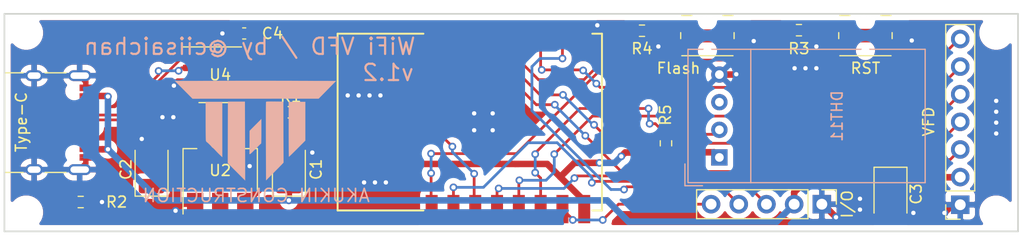
<source format=kicad_pcb>
(kicad_pcb (version 20171130) (host pcbnew "(5.1.10)-1")

  (general
    (thickness 1.6)
    (drawings 10)
    (tracks 302)
    (zones 0)
    (modules 23)
    (nets 28)
  )

  (page A4)
  (layers
    (0 F.Cu signal)
    (31 B.Cu signal)
    (32 B.Adhes user)
    (33 F.Adhes user)
    (34 B.Paste user)
    (35 F.Paste user)
    (36 B.SilkS user)
    (37 F.SilkS user)
    (38 B.Mask user)
    (39 F.Mask user)
    (40 Dwgs.User user)
    (41 Cmts.User user)
    (42 Eco1.User user)
    (43 Eco2.User user)
    (44 Edge.Cuts user)
    (45 Margin user)
    (46 B.CrtYd user)
    (47 F.CrtYd user)
    (48 B.Fab user)
    (49 F.Fab user hide)
  )

  (setup
    (last_trace_width 0.25)
    (user_trace_width 0.2)
    (user_trace_width 0.35)
    (user_trace_width 0.5)
    (user_trace_width 0.6)
    (user_trace_width 0.8)
    (user_trace_width 1)
    (user_trace_width 1.5)
    (user_trace_width 2)
    (trace_clearance 0.15)
    (zone_clearance 0.508)
    (zone_45_only no)
    (trace_min 0.15)
    (via_size 0.7)
    (via_drill 0.4)
    (via_min_size 0.4)
    (via_min_drill 0.3)
    (user_via 0.7 0.4)
    (user_via 0.8 0.5)
    (user_via 0.9 0.6)
    (user_via 1 0.7)
    (uvia_size 0.3)
    (uvia_drill 0.1)
    (uvias_allowed no)
    (uvia_min_size 0.2)
    (uvia_min_drill 0.1)
    (edge_width 0.05)
    (segment_width 0.2)
    (pcb_text_width 0.3)
    (pcb_text_size 1.5 1.5)
    (mod_edge_width 0.12)
    (mod_text_size 1 1)
    (mod_text_width 0.15)
    (pad_size 1.95 0.6)
    (pad_drill 0)
    (pad_to_mask_clearance 0.05)
    (solder_mask_min_width 0.1)
    (aux_axis_origin 100 100)
    (grid_origin 100 100)
    (visible_elements 7FFFFFFF)
    (pcbplotparams
      (layerselection 0x010fc_ffffffff)
      (usegerberextensions false)
      (usegerberattributes true)
      (usegerberadvancedattributes true)
      (creategerberjobfile true)
      (excludeedgelayer true)
      (linewidth 0.100000)
      (plotframeref false)
      (viasonmask false)
      (mode 1)
      (useauxorigin false)
      (hpglpennumber 1)
      (hpglpenspeed 20)
      (hpglpendiameter 15.000000)
      (psnegative false)
      (psa4output false)
      (plotreference true)
      (plotvalue true)
      (plotinvisibletext false)
      (padsonsilk false)
      (subtractmaskfromsilk false)
      (outputformat 1)
      (mirror false)
      (drillshape 1)
      (scaleselection 1)
      (outputdirectory ""))
  )

  (net 0 "")
  (net 1 GND)
  (net 2 +5V)
  (net 3 +3V3)
  (net 4 "Net-(C4-Pad1)")
  (net 5 "Net-(J1-PadB8)")
  (net 6 "Net-(J1-PadA5)")
  (net 7 /D_N)
  (net 8 /D_P)
  (net 9 "Net-(J1-PadA8)")
  (net 10 /PIN_D4)
  (net 11 /PIN_D5)
  (net 12 /PIN_D2)
  (net 13 /PIN_D1)
  (net 14 /PIN_D0)
  (net 15 /PIN_D7)
  (net 16 /PIN_D8)
  (net 17 /ADC)
  (net 18 "Net-(R1-Pad1)")
  (net 19 "Net-(R3-Pad2)")
  (net 20 /nRST)
  (net 21 "Net-(R4-Pad2)")
  (net 22 /GPIO0)
  (net 23 /PIN_D6)
  (net 24 /TXD0)
  (net 25 /RXD0)
  (net 26 "Net-(U3-Pad3)")
  (net 27 "Net-(U4-Pad4)")

  (net_class Default "This is the default net class."
    (clearance 0.15)
    (trace_width 0.25)
    (via_dia 0.7)
    (via_drill 0.4)
    (uvia_dia 0.3)
    (uvia_drill 0.1)
    (diff_pair_width 0.28)
    (diff_pair_gap 0.15)
    (add_net +3V3)
    (add_net +5V)
    (add_net /ADC)
    (add_net /D_N)
    (add_net /D_P)
    (add_net /GPIO0)
    (add_net /PIN_D0)
    (add_net /PIN_D1)
    (add_net /PIN_D2)
    (add_net /PIN_D4)
    (add_net /PIN_D5)
    (add_net /PIN_D6)
    (add_net /PIN_D7)
    (add_net /PIN_D8)
    (add_net /RXD0)
    (add_net /TXD0)
    (add_net /nRST)
    (add_net GND)
    (add_net "Net-(C4-Pad1)")
    (add_net "Net-(J1-PadA5)")
    (add_net "Net-(J1-PadA8)")
    (add_net "Net-(J1-PadB8)")
    (add_net "Net-(R1-Pad1)")
    (add_net "Net-(R3-Pad2)")
    (add_net "Net-(R4-Pad2)")
    (add_net "Net-(U3-Pad3)")
    (add_net "Net-(U4-Pad4)")
  )

  (module wifivfd:AKUKIN (layer B.Cu) (tedit 0) (tstamp 60930A1C)
    (at 123.1 90.5 180)
    (fp_text reference G*** (at 0 0) (layer B.SilkS) hide
      (effects (font (size 1.524 1.524) (thickness 0.3)) (justify mirror))
    )
    (fp_text value LOGO (at 0.75 0) (layer B.SilkS) hide
      (effects (font (size 1.524 1.524) (thickness 0.3)) (justify mirror))
    )
    (fp_poly (pts (xy -1.251329 2.439245) (xy -1.104006 2.436584) (xy -1.001792 2.4312) (xy -0.938565 2.422852)
      (xy -0.908207 2.411296) (xy -0.903856 2.405619) (xy -0.90191 2.369163) (xy -0.900177 2.273266)
      (xy -0.898666 2.121986) (xy -0.897384 1.919383) (xy -0.89634 1.669516) (xy -0.895541 1.376442)
      (xy -0.894996 1.044221) (xy -0.894712 0.676911) (xy -0.894697 0.278572) (xy -0.894961 -0.146739)
      (xy -0.895509 -0.594961) (xy -0.896352 -1.062038) (xy -0.896702 -1.222375) (xy -0.904875 -4.810125)
      (xy -1.61925 -4.089555) (xy -1.798004 -3.908959) (xy -1.965959 -3.73872) (xy -2.116908 -3.585173)
      (xy -2.244643 -3.454652) (xy -2.342957 -3.35349) (xy -2.405643 -3.288023) (xy -2.42111 -3.271299)
      (xy -2.508595 -3.173612) (xy -2.500485 -0.372368) (xy -2.492375 2.428875) (xy -1.70578 2.437369)
      (xy -1.44988 2.439426) (xy -1.251329 2.439245)) (layer B.SilkS) (width 0.01))
    (fp_poly (pts (xy 2.595732 -0.399184) (xy 2.603839 -3.227244) (xy 1.015731 -4.817054) (xy 1.023803 -1.194089)
      (xy 1.031875 2.428875) (xy 2.587625 2.428875) (xy 2.595732 -0.399184)) (layer B.SilkS) (width 0.01))
    (fp_poly (pts (xy 4.6355 0.652942) (xy 4.63493 0.262162) (xy 4.633261 -0.090015) (xy 4.630555 -0.399987)
      (xy 4.626873 -0.664155) (xy 4.622275 -0.878918) (xy 4.616823 -1.040676) (xy 4.610577 -1.145829)
      (xy 4.604226 -1.189371) (xy 4.565743 -1.256575) (xy 4.527926 -1.288905) (xy 4.486655 -1.31781)
      (xy 4.416906 -1.378857) (xy 4.330797 -1.460018) (xy 4.240449 -1.549263) (xy 4.157981 -1.634561)
      (xy 4.095512 -1.703883) (xy 4.065163 -1.745198) (xy 4.064 -1.749402) (xy 4.038505 -1.779523)
      (xy 4.008437 -1.794855) (xy 3.963718 -1.826657) (xy 3.889606 -1.894549) (xy 3.79849 -1.986807)
      (xy 3.7465 -2.042718) (xy 3.622502 -2.174975) (xy 3.481056 -2.319859) (xy 3.349047 -2.449932)
      (xy 3.325812 -2.472069) (xy 3.1115 -2.674691) (xy 3.1115 2.413) (xy 4.6355 2.413)
      (xy 4.6355 0.652942)) (layer B.SilkS) (width 0.01))
    (fp_poly (pts (xy -2.9845 -0.111125) (xy -2.984795 -0.505291) (xy -2.985648 -0.880579) (xy -2.987014 -1.232221)
      (xy -2.988848 -1.55545) (xy -2.991104 -1.845499) (xy -2.993737 -2.097599) (xy -2.996703 -2.306985)
      (xy -2.999954 -2.468888) (xy -3.003447 -2.578541) (xy -3.007136 -2.631177) (xy -3.008502 -2.63525)
      (xy -3.035848 -2.613531) (xy -3.10238 -2.551894) (xy -3.20268 -2.455619) (xy -3.331331 -2.329982)
      (xy -3.482914 -2.180262) (xy -3.652011 -2.011739) (xy -3.770502 -1.892854) (xy -4.5085 -1.150458)
      (xy -4.5085 2.413) (xy -2.9845 2.413) (xy -2.9845 -0.111125)) (layer B.SilkS) (width 0.01))
    (fp_poly (pts (xy 0.60325 -0.252869) (xy 0.608012 -1.285309) (xy 0.609259 -1.536185) (xy 0.610579 -1.767317)
      (xy 0.611914 -1.970892) (xy 0.613206 -2.139094) (xy 0.614398 -2.264109) (xy 0.615431 -2.338123)
      (xy 0.61595 -2.354791) (xy 0.605967 -2.395907) (xy 0.563793 -2.389939) (xy 0.487621 -2.335816)
      (xy 0.375643 -2.232468) (xy 0.326408 -2.183199) (xy 0.226348 -2.082193) (xy 0.139756 -1.996019)
      (xy 0.078346 -1.93627) (xy 0.057695 -1.917274) (xy 0.018582 -1.879869) (xy -0.052274 -1.808303)
      (xy -0.143048 -1.714609) (xy -0.199718 -1.655336) (xy -0.294382 -1.558908) (xy -0.374556 -1.48289)
      (xy -0.429344 -1.437316) (xy -0.445781 -1.42875) (xy -0.454115 -1.397616) (xy -0.461271 -1.306666)
      (xy -0.46715 -1.159573) (xy -0.471652 -0.96001) (xy -0.474679 -0.711651) (xy -0.476132 -0.41817)
      (xy -0.47625 -0.297573) (xy -0.47625 0.833603) (xy 0.60325 -0.252869)) (layer B.SilkS) (width 0.01))
    (fp_poly (pts (xy 1.127302 4.345037) (xy 1.831646 4.344608) (xy 2.507601 4.343961) (xy 3.143681 4.343096)
      (xy 3.728403 4.342013) (xy 3.759968 4.341945) (xy 7.456437 4.333875) (xy 6.647521 3.516313)
      (xy 5.838606 2.69875) (xy 0.053865 2.701455) (xy -5.730875 2.70416) (xy -6.530437 3.519018)
      (xy -7.329999 4.333875) (xy -3.63325 4.341945) (xy -3.051766 4.34304) (xy -2.418275 4.343917)
      (xy -1.744263 4.344577) (xy -1.041214 4.345019) (xy -0.320613 4.345243) (xy 0.406054 4.345249)
      (xy 1.127302 4.345037)) (layer B.SilkS) (width 0.01))
  )

  (module Sensor:Aosong_DHT11_5.5x12.0_P2.54mm (layer B.Cu) (tedit 6054C99B) (tstamp 6056D498)
    (at 165.6 93.2)
    (descr "Temperature and humidity module, http://akizukidenshi.com/download/ds/aosong/DHT11.pdf")
    (tags "Temperature and humidity module")
    (path /6040F774)
    (fp_text reference DHT11 (at 10.8 -3.8 270) (layer B.SilkS)
      (effects (font (size 1 1) (thickness 0.15)) (justify mirror))
    )
    (fp_text value DHT11 (at 3.8 -3.9 270) (layer B.Fab)
      (effects (font (size 1 1) (thickness 0.15)) (justify mirror))
    )
    (fp_line (start -3.16 2.6) (end -1.55 2.6) (layer B.SilkS) (width 0.12))
    (fp_line (start -3.16 2.6) (end -3.16 0.6) (layer B.SilkS) (width 0.12))
    (fp_line (start -2.75 1.19) (end -1.75 2.19) (layer B.Fab) (width 0.1))
    (fp_line (start -3 -10.06) (end -3 2.44) (layer B.CrtYd) (width 0.05))
    (fp_line (start 3 -10.06) (end -3 -10.06) (layer B.CrtYd) (width 0.05))
    (fp_line (start 3 2.44) (end 3 -10.06) (layer B.CrtYd) (width 0.05))
    (fp_line (start -3 2.44) (end 3 2.44) (layer B.CrtYd) (width 0.05))
    (fp_line (start -2.88 -9.94) (end -2.88 2.31) (layer B.SilkS) (width 0.12))
    (fp_line (start 2.88 -9.94) (end -2.88 -9.94) (layer B.SilkS) (width 0.12))
    (fp_line (start 2.88 2.32) (end 2.88 -9.94) (layer B.SilkS) (width 0.12))
    (fp_line (start -2.87 2.32) (end 2.87 2.32) (layer B.SilkS) (width 0.12))
    (fp_line (start -2.75 1.19) (end -2.75 -9.81) (layer B.Fab) (width 0.1))
    (fp_line (start 2.75 -9.81) (end -2.75 -9.81) (layer B.Fab) (width 0.1))
    (fp_line (start 2.75 2.19) (end 2.75 -9.81) (layer B.Fab) (width 0.1))
    (fp_line (start -1.75 2.19) (end 2.75 2.19) (layer B.Fab) (width 0.1))
    (fp_text user %R (at 0 -3.81 180) (layer B.Fab)
      (effects (font (size 1 1) (thickness 0.15)) (justify mirror))
    )
    (pad 1 thru_hole rect (at 0 0) (size 1.5 1.5) (drill 0.8) (layers *.Cu *.Mask)
      (net 3 +3V3))
    (pad 2 thru_hole circle (at 0 -2.54) (size 1.5 1.5) (drill 0.8) (layers *.Cu *.Mask)
      (net 23 /PIN_D6))
    (pad 3 thru_hole circle (at 0 -5.08) (size 1.5 1.5) (drill 0.8) (layers *.Cu *.Mask)
      (net 26 "Net-(U3-Pad3)"))
    (pad 4 thru_hole circle (at 0 -7.62) (size 1.5 1.5) (drill 0.8) (layers *.Cu *.Mask)
      (net 1 GND))
    (model ${KISYS3DMOD}/Sensor.3dshapes/Aosong_DHT11_5.5x12.0_P2.54mm.wrl
      (offset (xyz 3 0 2.7))
      (scale (xyz 1 1 1))
      (rotate (xyz 0 -90 0))
    )
  )

  (module Button_Switch_SMD:Panasonic_EVQPUL_EVQPUC (layer F.Cu) (tedit 5A02FC95) (tstamp 6056DFFC)
    (at 164.5 82)
    (descr http://industrial.panasonic.com/cdbs/www-data/pdf/ATV0000/ATV0000CE5.pdf)
    (tags "SMD SMT SPST EVQPUL EVQPUC")
    (path /6061333B)
    (attr smd)
    (fp_text reference Flash (at -2.65 3) (layer F.SilkS)
      (effects (font (size 1 1) (thickness 0.15)))
    )
    (fp_text value KEY_Flash (at 0 3.5) (layer F.Fab)
      (effects (font (size 1 1) (thickness 0.15)))
    )
    (fp_line (start 3.9 -3.25) (end -3.9 -3.25) (layer F.CrtYd) (width 0.05))
    (fp_line (start 3.9 2.25) (end -3.9 2.25) (layer F.CrtYd) (width 0.05))
    (fp_line (start -3.9 2.25) (end -3.9 -3.25) (layer F.CrtYd) (width 0.05))
    (fp_line (start -1.425 -1.85) (end -2.35 -1.85) (layer F.SilkS) (width 0.12))
    (fp_line (start 2.45 0.275) (end 2.45 -0.275) (layer F.SilkS) (width 0.12))
    (fp_line (start 2.35 1.75) (end -2.35 1.75) (layer F.Fab) (width 0.1))
    (fp_line (start 2.35 -1.75) (end -2.35 -1.75) (layer F.Fab) (width 0.1))
    (fp_line (start -2.35 1.75) (end -2.35 -1.75) (layer F.Fab) (width 0.1))
    (fp_line (start 2.35 1.75) (end 2.35 -1.75) (layer F.Fab) (width 0.1))
    (fp_line (start 1.3 -2.75) (end -1.3 -2.75) (layer F.Fab) (width 0.1))
    (fp_line (start 1.3 -2.75) (end 1.3 -1.75) (layer F.Fab) (width 0.1))
    (fp_line (start -1.3 -2.75) (end -1.3 -1.75) (layer F.Fab) (width 0.1))
    (fp_line (start -2.45 0.275) (end -2.45 -0.275) (layer F.SilkS) (width 0.12))
    (fp_line (start 2.35 1.85) (end -2.35 1.85) (layer F.SilkS) (width 0.12))
    (fp_line (start 2.35 -1.85) (end 1.425 -1.85) (layer F.SilkS) (width 0.12))
    (fp_line (start 3.9 2.25) (end 3.9 -3.25) (layer F.CrtYd) (width 0.05))
    (fp_text user %R (at 0 0) (layer F.Fab)
      (effects (font (size 1 1) (thickness 0.15)))
    )
    (pad "" np_thru_hole circle (at 0 -1.375 180) (size 0.75 0.75) (drill 0.75) (layers *.Cu *.Mask))
    (pad "" np_thru_hole circle (at 0 1.375 180) (size 0.75 0.75) (drill 0.75) (layers *.Cu *.Mask))
    (pad 1 smd rect (at 2.625 -0.85 180) (size 1.55 1) (layers F.Cu F.Paste F.Mask)
      (net 21 "Net-(R4-Pad2)"))
    (pad 1 smd rect (at -2.625 -0.85 180) (size 1.55 1) (layers F.Cu F.Paste F.Mask)
      (net 21 "Net-(R4-Pad2)"))
    (pad 2 smd rect (at -2.625 0.85 180) (size 1.55 1) (layers F.Cu F.Paste F.Mask)
      (net 1 GND))
    (pad 2 smd rect (at 2.625 0.85 180) (size 1.55 1) (layers F.Cu F.Paste F.Mask)
      (net 1 GND))
    (model ${KISYS3DMOD}/Button_Switch_SMD.3dshapes/Panasonic_EVQPUL_EVQPUC.wrl
      (at (xyz 0 0 0))
      (scale (xyz 1 1 1))
      (rotate (xyz 0 0 0))
    )
  )

  (module Button_Switch_SMD:Panasonic_EVQPUL_EVQPUC (layer F.Cu) (tedit 5A02FC95) (tstamp 604C003F)
    (at 179 82)
    (descr http://industrial.panasonic.com/cdbs/www-data/pdf/ATV0000/ATV0000CE5.pdf)
    (tags "SMD SMT SPST EVQPUL EVQPUC")
    (path /605B3467)
    (attr smd)
    (fp_text reference RST (at 0 3) (layer F.SilkS)
      (effects (font (size 1 1) (thickness 0.15)))
    )
    (fp_text value KEY_RST (at 0 3.5) (layer F.Fab)
      (effects (font (size 1 1) (thickness 0.15)))
    )
    (fp_line (start 3.9 -3.25) (end -3.9 -3.25) (layer F.CrtYd) (width 0.05))
    (fp_line (start 3.9 2.25) (end -3.9 2.25) (layer F.CrtYd) (width 0.05))
    (fp_line (start -3.9 2.25) (end -3.9 -3.25) (layer F.CrtYd) (width 0.05))
    (fp_line (start -1.425 -1.85) (end -2.35 -1.85) (layer F.SilkS) (width 0.12))
    (fp_line (start 2.45 0.275) (end 2.45 -0.275) (layer F.SilkS) (width 0.12))
    (fp_line (start 2.35 1.75) (end -2.35 1.75) (layer F.Fab) (width 0.1))
    (fp_line (start 2.35 -1.75) (end -2.35 -1.75) (layer F.Fab) (width 0.1))
    (fp_line (start -2.35 1.75) (end -2.35 -1.75) (layer F.Fab) (width 0.1))
    (fp_line (start 2.35 1.75) (end 2.35 -1.75) (layer F.Fab) (width 0.1))
    (fp_line (start 1.3 -2.75) (end -1.3 -2.75) (layer F.Fab) (width 0.1))
    (fp_line (start 1.3 -2.75) (end 1.3 -1.75) (layer F.Fab) (width 0.1))
    (fp_line (start -1.3 -2.75) (end -1.3 -1.75) (layer F.Fab) (width 0.1))
    (fp_line (start -2.45 0.275) (end -2.45 -0.275) (layer F.SilkS) (width 0.12))
    (fp_line (start 2.35 1.85) (end -2.35 1.85) (layer F.SilkS) (width 0.12))
    (fp_line (start 2.35 -1.85) (end 1.425 -1.85) (layer F.SilkS) (width 0.12))
    (fp_line (start 3.9 2.25) (end 3.9 -3.25) (layer F.CrtYd) (width 0.05))
    (fp_text user %R (at 0 0) (layer F.Fab)
      (effects (font (size 1 1) (thickness 0.15)))
    )
    (pad "" np_thru_hole circle (at 0 -1.375 180) (size 0.75 0.75) (drill 0.75) (layers *.Cu *.Mask))
    (pad "" np_thru_hole circle (at 0 1.375 180) (size 0.75 0.75) (drill 0.75) (layers *.Cu *.Mask))
    (pad 1 smd rect (at 2.625 -0.85 180) (size 1.55 1) (layers F.Cu F.Paste F.Mask)
      (net 19 "Net-(R3-Pad2)"))
    (pad 1 smd rect (at -2.625 -0.85 180) (size 1.55 1) (layers F.Cu F.Paste F.Mask)
      (net 19 "Net-(R3-Pad2)"))
    (pad 2 smd rect (at -2.625 0.85 180) (size 1.55 1) (layers F.Cu F.Paste F.Mask)
      (net 1 GND))
    (pad 2 smd rect (at 2.625 0.85 180) (size 1.55 1) (layers F.Cu F.Paste F.Mask)
      (net 1 GND))
    (model ${KISYS3DMOD}/Button_Switch_SMD.3dshapes/Panasonic_EVQPUL_EVQPUC.wrl
      (at (xyz 0 0 0))
      (scale (xyz 1 1 1))
      (rotate (xyz 0 0 0))
    )
  )

  (module Connector_PinSocket_2.54mm:PinSocket_1x07_P2.54mm_Vertical (layer F.Cu) (tedit 5A19A433) (tstamp 60417C01)
    (at 187.7 97.55 180)
    (descr "Through hole straight socket strip, 1x07, 2.54mm pitch, single row (from Kicad 4.0.7), script generated")
    (tags "Through hole socket strip THT 1x07 2.54mm single row")
    (path /60417C88)
    (fp_text reference VFD (at 2.9 7.65 270) (layer F.SilkS)
      (effects (font (size 1 1) (thickness 0.15)))
    )
    (fp_text value Conn_VFD (at 0 17.57) (layer F.Fab)
      (effects (font (size 1 1) (thickness 0.15)))
    )
    (fp_line (start -1.27 -1.27) (end 0.635 -1.27) (layer F.Fab) (width 0.1))
    (fp_line (start 0.635 -1.27) (end 1.27 -0.635) (layer F.Fab) (width 0.1))
    (fp_line (start 1.27 -0.635) (end 1.27 16.51) (layer F.Fab) (width 0.1))
    (fp_line (start 1.27 16.51) (end -1.27 16.51) (layer F.Fab) (width 0.1))
    (fp_line (start -1.27 16.51) (end -1.27 -1.27) (layer F.Fab) (width 0.1))
    (fp_line (start -1.33 1.27) (end 1.33 1.27) (layer F.SilkS) (width 0.12))
    (fp_line (start -1.33 1.27) (end -1.33 16.57) (layer F.SilkS) (width 0.12))
    (fp_line (start -1.33 16.57) (end 1.33 16.57) (layer F.SilkS) (width 0.12))
    (fp_line (start 1.33 1.27) (end 1.33 16.57) (layer F.SilkS) (width 0.12))
    (fp_line (start 1.33 -1.33) (end 1.33 0) (layer F.SilkS) (width 0.12))
    (fp_line (start 0 -1.33) (end 1.33 -1.33) (layer F.SilkS) (width 0.12))
    (fp_line (start -1.8 -1.8) (end 1.75 -1.8) (layer F.CrtYd) (width 0.05))
    (fp_line (start 1.75 -1.8) (end 1.75 17) (layer F.CrtYd) (width 0.05))
    (fp_line (start 1.75 17) (end -1.8 17) (layer F.CrtYd) (width 0.05))
    (fp_line (start -1.8 17) (end -1.8 -1.8) (layer F.CrtYd) (width 0.05))
    (fp_text user %R (at 0 7.62 90) (layer F.Fab)
      (effects (font (size 1 1) (thickness 0.15)))
    )
    (pad 7 thru_hole oval (at 0 15.24 180) (size 1.7 1.7) (drill 1) (layers *.Cu *.Mask)
      (net 10 /PIN_D4))
    (pad 6 thru_hole oval (at 0 12.7 180) (size 1.7 1.7) (drill 1) (layers *.Cu *.Mask)
      (net 11 /PIN_D5))
    (pad 5 thru_hole oval (at 0 10.16 180) (size 1.7 1.7) (drill 1) (layers *.Cu *.Mask)
      (net 12 /PIN_D2))
    (pad 4 thru_hole oval (at 0 7.62 180) (size 1.7 1.7) (drill 1) (layers *.Cu *.Mask)
      (net 13 /PIN_D1))
    (pad 3 thru_hole oval (at 0 5.08 180) (size 1.7 1.7) (drill 1) (layers *.Cu *.Mask)
      (net 14 /PIN_D0))
    (pad 2 thru_hole oval (at 0 2.54 180) (size 1.7 1.7) (drill 1) (layers *.Cu *.Mask)
      (net 2 +5V))
    (pad 1 thru_hole rect (at 0 0 180) (size 1.7 1.7) (drill 1) (layers *.Cu *.Mask)
      (net 1 GND))
    (model ${KISYS3DMOD}/Connector_PinSocket_2.54mm.3dshapes/PinSocket_1x07_P2.54mm_Vertical.wrl
      (at (xyz 0 0 0))
      (scale (xyz 1 1 1))
      (rotate (xyz 0 0 0))
    )
  )

  (module wifivfd:ESP-12S (layer F.Cu) (tedit 6040A10F) (tstamp 60417D1D)
    (at 142.7 89.95 90)
    (path /60429CD6)
    (fp_text reference U1 (at 0 12.6588 90) (layer F.SilkS) hide
      (effects (font (size 0.48 0.48) (thickness 0.015)))
    )
    (fp_text value ESP-12S (at 0 11.5952 90) (layer F.Fab)
      (effects (font (size 0.48 0.48) (thickness 0.015)))
    )
    (fp_line (start -8 12) (end -8 -12) (layer F.Fab) (width 0.002541))
    (fp_line (start -8 -12) (end 8 -12) (layer F.Fab) (width 0.002541))
    (fp_line (start 8 -12) (end 8 12) (layer F.Fab) (width 0.002541))
    (fp_line (start 8 12) (end -8 12) (layer F.Fab) (width 0.002541))
    (fp_poly (pts (xy -8 9.95) (xy -6.9 9.95) (xy -6.9 11.05) (xy -8 11.05)) (layer F.Fab) (width 0.01))
    (fp_poly (pts (xy -8 7.95) (xy -6.9 7.95) (xy -6.9 9.05) (xy -8 9.05)) (layer F.Fab) (width 0.01))
    (fp_poly (pts (xy -8 5.95) (xy -6.9 5.95) (xy -6.9 7.05) (xy -8 7.05)) (layer F.Fab) (width 0.01))
    (fp_poly (pts (xy -8 3.95) (xy -6.9 3.95) (xy -6.9 5.05) (xy -8 5.05)) (layer F.Fab) (width 0.01))
    (fp_poly (pts (xy -8 1.95) (xy -6.9 1.95) (xy -6.9 3.05) (xy -8 3.05)) (layer F.Fab) (width 0.01))
    (fp_poly (pts (xy -8 -0.05) (xy -6.9 -0.05) (xy -6.9 1.05) (xy -8 1.05)) (layer F.Fab) (width 0.01))
    (fp_poly (pts (xy -8 -2.05) (xy -6.9 -2.05) (xy -6.9 -0.95) (xy -8 -0.95)) (layer F.Fab) (width 0.01))
    (fp_poly (pts (xy -8 -4.05) (xy -6.9 -4.05) (xy -6.9 -2.95) (xy -8 -2.95)) (layer F.Fab) (width 0.01))
    (fp_poly (pts (xy 6.9 9.95) (xy 8 9.95) (xy 8 11.05) (xy 6.9 11.05)) (layer F.Fab) (width 0.01))
    (fp_poly (pts (xy 6.9 7.95) (xy 8 7.95) (xy 8 9.05) (xy 6.9 9.05)) (layer F.Fab) (width 0.01))
    (fp_poly (pts (xy 6.9 5.95) (xy 8 5.95) (xy 8 7.05) (xy 6.9 7.05)) (layer F.Fab) (width 0.01))
    (fp_poly (pts (xy 6.9 3.95) (xy 8 3.95) (xy 8 5.05) (xy 6.9 5.05)) (layer F.Fab) (width 0.01))
    (fp_poly (pts (xy 6.9 1.95) (xy 8 1.95) (xy 8 3.05) (xy 6.9 3.05)) (layer F.Fab) (width 0.01))
    (fp_poly (pts (xy 6.9 -0.05) (xy 8 -0.05) (xy 8 1.05) (xy 6.9 1.05)) (layer F.Fab) (width 0.01))
    (fp_poly (pts (xy 6.9 -2.05) (xy 8 -2.05) (xy 8 -0.95) (xy 6.9 -0.95)) (layer F.Fab) (width 0.01))
    (fp_poly (pts (xy 6.9 -4.05) (xy 8 -4.05) (xy 8 -2.95) (xy 6.9 -2.95)) (layer F.Fab) (width 0.01))
    (fp_line (start 8.127 12.127) (end -8.127 12.127) (layer F.SilkS) (width 0.1778))
    (fp_line (start -8.127 12.127) (end -8.127 11.241) (layer F.SilkS) (width 0.1778))
    (fp_line (start 8.127 11.241) (end 8.127 12.127) (layer F.SilkS) (width 0.1778))
    (fp_line (start -8.127 -4.256) (end -8.127 -12.127) (layer F.SilkS) (width 0.1778))
    (fp_line (start -8.127 -12.127) (end 8.127 -12.127) (layer F.SilkS) (width 0.1778))
    (fp_line (start 8.127 -12.127) (end 8.127 -4.256) (layer F.SilkS) (width 0.1778))
    (fp_poly (pts (xy -8 -5) (xy 8 -5) (xy 8 -12) (xy -8 -12)) (layer Dwgs.User) (width 0.002541))
    (fp_poly (pts (xy 8 -5) (xy -8 -5) (xy -8 -12) (xy 8 -12)) (layer Dwgs.User) (width 0.002541))
    (fp_poly (pts (xy -1.016 0.159) (xy 0.984 0.159) (xy 0.984 2.159) (xy -1.016 2.159)) (layer F.Paste) (width 0.01))
    (pad 1 smd rect (at -8 -3.5 90) (size 2.6 1.1) (layers F.Cu F.Paste F.Mask)
      (net 20 /nRST))
    (pad 2 smd rect (at -8 -1.5 90) (size 2.6 1.1) (layers F.Cu F.Paste F.Mask)
      (net 17 /ADC))
    (pad 3 smd rect (at -8 0.5 90) (size 2.6 1.1) (layers F.Cu F.Paste F.Mask)
      (net 18 "Net-(R1-Pad1)"))
    (pad 4 smd rect (at -8 2.5 90) (size 2.6 1.1) (layers F.Cu F.Paste F.Mask)
      (net 14 /PIN_D0))
    (pad 5 smd rect (at -8 4.5 90) (size 2.6 1.1) (layers F.Cu F.Paste F.Mask)
      (net 11 /PIN_D5))
    (pad 6 smd rect (at -8 6.5 90) (size 2.6 1.1) (layers F.Cu F.Paste F.Mask)
      (net 23 /PIN_D6))
    (pad 7 smd rect (at -8 8.5 90) (size 2.6 1.1) (layers F.Cu F.Paste F.Mask)
      (net 15 /PIN_D7))
    (pad 8 smd rect (at -8 10.5 90) (size 2.6 1.1) (layers F.Cu F.Paste F.Mask)
      (net 3 +3V3))
    (pad 9 smd rect (at 8 10.5 90) (size 2.6 1.1) (layers F.Cu F.Paste F.Mask)
      (net 1 GND))
    (pad 10 smd rect (at 8 8.5 90) (size 2.6 1.1) (layers F.Cu F.Paste F.Mask)
      (net 16 /PIN_D8))
    (pad 11 smd rect (at 8 6.5 90) (size 2.6 1.1) (layers F.Cu F.Paste F.Mask)
      (net 10 /PIN_D4))
    (pad 12 smd rect (at 8 4.5 90) (size 2.6 1.1) (layers F.Cu F.Paste F.Mask)
      (net 22 /GPIO0))
    (pad 13 smd rect (at 8 2.5 90) (size 2.6 1.1) (layers F.Cu F.Paste F.Mask)
      (net 12 /PIN_D2))
    (pad 14 smd rect (at 8 0.5 90) (size 2.6 1.1) (layers F.Cu F.Paste F.Mask)
      (net 13 /PIN_D1))
    (pad 15 smd rect (at 8 -1.5 90) (size 2.6 1.1) (layers F.Cu F.Paste F.Mask)
      (net 25 /RXD0))
    (pad 16 smd rect (at 8 -3.5 90) (size 2.6 1.1) (layers F.Cu F.Paste F.Mask)
      (net 24 /TXD0))
    (pad P$1 smd rect (at 0 1.2 90) (size 3.2 3.2) (layers F.Cu F.Mask)
      (net 1 GND))
    (model ${KIPRJMOD}/ESP-12S.step
      (at (xyz 0 0 0))
      (scale (xyz 1 1 1))
      (rotate (xyz -90 0 0))
    )
  )

  (module wifivfd:USB_C_Receptacle_XKB_U262-16XN-4BVC11 (layer F.Cu) (tedit 5FBF7E65) (tstamp 60415339)
    (at 103.8 90 270)
    (descr "USB Type C, right-angle, SMT, https://datasheet.lcsc.com/szlcsc/1811141824_XKB-Enterprise-U262-161N-4BVC11_C319148.pdf")
    (tags "USB C Type-C Receptacle SMD")
    (path /604F80CD)
    (attr smd)
    (fp_text reference Type-C (at -0.05 2.25 90) (layer F.SilkS)
      (effects (font (size 1 1) (thickness 0.15)))
    )
    (fp_text value USB_C_Receptacle_USB2.0 (at 0 4.935 90) (layer F.Fab)
      (effects (font (size 1 1) (thickness 0.15)))
    )
    (fp_line (start -4.58 -1.85) (end -4.58 0.07) (layer F.SilkS) (width 0.12))
    (fp_line (start 4.58 0.07) (end 4.58 -1.85) (layer F.SilkS) (width 0.12))
    (fp_line (start 4.58 2.08) (end 4.58 3.785) (layer F.SilkS) (width 0.12))
    (fp_line (start -4.58 3.785) (end -4.58 2.08) (layer F.SilkS) (width 0.12))
    (fp_line (start 4.58 3.785) (end -4.58 3.785) (layer F.SilkS) (width 0.12))
    (fp_line (start -5.32 -4.75) (end 5.32 -4.75) (layer F.CrtYd) (width 0.05))
    (fp_line (start 5.32 -4.75) (end 5.32 4.18) (layer F.CrtYd) (width 0.05))
    (fp_line (start 5.32 4.18) (end -5.32 4.18) (layer F.CrtYd) (width 0.05))
    (fp_line (start -5.32 4.18) (end -5.32 -4.75) (layer F.CrtYd) (width 0.05))
    (fp_line (start -4.47 -3.675) (end -4.47 3.675) (layer F.Fab) (width 0.1))
    (fp_line (start -4.47 3.675) (end 4.47 3.675) (layer F.Fab) (width 0.1))
    (fp_line (start 4.47 3.675) (end 4.47 -3.675) (layer F.Fab) (width 0.1))
    (fp_line (start -4.47 -3.675) (end 4.47 -3.675) (layer F.Fab) (width 0.1))
    (fp_text user %R (at 0 0 90) (layer F.Fab)
      (effects (font (size 1 1) (thickness 0.15)))
    )
    (pad S1 thru_hole oval (at -4.32 -3.105 270) (size 1 2.1) (drill oval 0.6 1.7) (layers *.Cu *.Mask)
      (net 1 GND))
    (pad S1 thru_hole oval (at 4.32 -3.105 270) (size 1 2.1) (drill oval 0.6 1.7) (layers *.Cu *.Mask)
      (net 1 GND))
    (pad S1 thru_hole oval (at -4.32 1.075 270) (size 1 1.6) (drill oval 0.6 1.2) (layers *.Cu *.Mask)
      (net 1 GND))
    (pad S1 thru_hole oval (at 4.32 1.075 270) (size 1 1.6) (drill oval 0.6 1.2) (layers *.Cu *.Mask)
      (net 1 GND))
    (pad "" np_thru_hole circle (at 2.89 -2.605 270) (size 0.65 0.65) (drill 0.65) (layers *.Cu *.Mask))
    (pad "" np_thru_hole circle (at -2.89 -2.605 270) (size 0.65 0.65) (drill 0.65) (layers *.Cu *.Mask))
    (pad B1 smd rect (at 3.05 -3.67 270) (size 0.3 1.15) (layers F.Cu F.Paste F.Mask)
      (net 1 GND))
    (pad B4 smd rect (at 2.25 -3.67 270) (size 0.3 1.15) (layers F.Cu F.Paste F.Mask)
      (net 2 +5V))
    (pad B5 smd rect (at 1.75 -3.67 270) (size 0.3 1.15) (layers F.Cu F.Paste F.Mask)
      (net 6 "Net-(J1-PadA5)"))
    (pad A8 smd rect (at 1.25 -3.67 270) (size 0.3 1.15) (layers F.Cu F.Paste F.Mask)
      (net 9 "Net-(J1-PadA8)"))
    (pad B6 smd rect (at 0.75 -3.67 270) (size 0.3 1.15) (layers F.Cu F.Paste F.Mask)
      (net 8 /D_P))
    (pad A7 smd rect (at 0.25 -3.67 270) (size 0.3 1.15) (layers F.Cu F.Paste F.Mask)
      (net 7 /D_N))
    (pad A6 smd rect (at -0.25 -3.67 270) (size 0.3 1.15) (layers F.Cu F.Paste F.Mask)
      (net 8 /D_P))
    (pad B7 smd rect (at -0.75 -3.67 270) (size 0.3 1.15) (layers F.Cu F.Paste F.Mask)
      (net 7 /D_N))
    (pad A5 smd rect (at -1.25 -3.67 270) (size 0.3 1.15) (layers F.Cu F.Paste F.Mask)
      (net 6 "Net-(J1-PadA5)"))
    (pad B8 smd rect (at -1.75 -3.67 270) (size 0.3 1.15) (layers F.Cu F.Paste F.Mask)
      (net 5 "Net-(J1-PadB8)"))
    (pad A4 smd rect (at -2.55 -3.67 270) (size 0.3 1.15) (layers F.Cu F.Paste F.Mask)
      (net 2 +5V))
    (pad A1 smd rect (at -3.35 -3.67 270) (size 0.3 1.15) (layers F.Cu F.Paste F.Mask)
      (net 1 GND))
    (pad B12 smd rect (at -3.05 -3.67 270) (size 0.3 1.15) (layers F.Cu F.Paste F.Mask)
      (net 1 GND))
    (pad B9 smd rect (at -2.25 -3.67 270) (size 0.3 1.15) (layers F.Cu F.Paste F.Mask)
      (net 2 +5V))
    (pad A9 smd rect (at 2.55 -3.67 270) (size 0.3 1.15) (layers F.Cu F.Paste F.Mask)
      (net 2 +5V))
    (pad A12 smd rect (at 3.35 -3.67 270) (size 0.3 1.15) (layers F.Cu F.Paste F.Mask)
      (net 1 GND))
    (model ${KISYS3DMOD}/Connector_USB.3dshapes/USB_C_Receptacle_XKB_U262-16XN-4BVC11.wrl
      (at (xyz 0 0 0))
      (scale (xyz 1 1 1))
      (rotate (xyz 0 0 0))
    )
    (model "${KIPRJMOD}/mymod.pretty/USB Type C Port (SMD Type).step"
      (offset (xyz 0 3.5 1.5))
      (scale (xyz 1 1 1))
      (rotate (xyz -180 0 0))
    )
  )

  (module MountingHole:MountingHole_2.1mm (layer F.Cu) (tedit 5B924765) (tstamp 60417736)
    (at 191 98.25)
    (descr "Mounting Hole 2.1mm, no annular")
    (tags "mounting hole 2.1mm no annular")
    (attr virtual)
    (fp_text reference REF** (at 0 -3.2) (layer F.SilkS) hide
      (effects (font (size 1 1) (thickness 0.15)))
    )
    (fp_text value MountingHole_2.1mm (at 0 3.2) (layer F.Fab)
      (effects (font (size 1 1) (thickness 0.15)))
    )
    (fp_circle (center 0 0) (end 2.35 0) (layer F.CrtYd) (width 0.05))
    (fp_circle (center 0 0) (end 2.1 0) (layer Cmts.User) (width 0.15))
    (fp_text user %R (at 0.3 0) (layer F.Fab)
      (effects (font (size 1 1) (thickness 0.15)))
    )
    (pad "" np_thru_hole circle (at 0 0) (size 2.1 2.1) (drill 2.1) (layers *.Cu *.Mask))
  )

  (module MountingHole:MountingHole_2.1mm (layer F.Cu) (tedit 5B924765) (tstamp 60417721)
    (at 191 81.75)
    (descr "Mounting Hole 2.1mm, no annular")
    (tags "mounting hole 2.1mm no annular")
    (attr virtual)
    (fp_text reference REF** (at 0 -3.2) (layer F.SilkS) hide
      (effects (font (size 1 1) (thickness 0.15)))
    )
    (fp_text value MountingHole_2.1mm (at 0 3.2) (layer F.Fab)
      (effects (font (size 1 1) (thickness 0.15)))
    )
    (fp_circle (center 0 0) (end 2.35 0) (layer F.CrtYd) (width 0.05))
    (fp_circle (center 0 0) (end 2.1 0) (layer Cmts.User) (width 0.15))
    (fp_text user %R (at 0.3 0) (layer F.Fab)
      (effects (font (size 1 1) (thickness 0.15)))
    )
    (pad "" np_thru_hole circle (at 0 0) (size 2.1 2.1) (drill 2.1) (layers *.Cu *.Mask))
  )

  (module MountingHole:MountingHole_2.1mm (layer F.Cu) (tedit 5B924765) (tstamp 6041774B)
    (at 102 98.25)
    (descr "Mounting Hole 2.1mm, no annular")
    (tags "mounting hole 2.1mm no annular")
    (attr virtual)
    (fp_text reference REF** (at 0 -3.2) (layer F.SilkS) hide
      (effects (font (size 1 1) (thickness 0.15)))
    )
    (fp_text value MountingHole_2.1mm (at 0 3.2) (layer F.Fab)
      (effects (font (size 1 1) (thickness 0.15)))
    )
    (fp_circle (center 0 0) (end 2.35 0) (layer F.CrtYd) (width 0.05))
    (fp_circle (center 0 0) (end 2.1 0) (layer Cmts.User) (width 0.15))
    (fp_text user %R (at 0.3 0) (layer F.Fab)
      (effects (font (size 1 1) (thickness 0.15)))
    )
    (pad "" np_thru_hole circle (at 0 0) (size 2.1 2.1) (drill 2.1) (layers *.Cu *.Mask))
  )

  (module MountingHole:MountingHole_2.1mm (layer F.Cu) (tedit 5B924765) (tstamp 60417760)
    (at 102 81.75)
    (descr "Mounting Hole 2.1mm, no annular")
    (tags "mounting hole 2.1mm no annular")
    (attr virtual)
    (fp_text reference REF** (at 0 -3.2) (layer F.SilkS) hide
      (effects (font (size 1 1) (thickness 0.15)))
    )
    (fp_text value MountingHole_2.1mm (at 0 3.2) (layer F.Fab)
      (effects (font (size 1 1) (thickness 0.15)))
    )
    (fp_circle (center 0 0) (end 2.35 0) (layer F.CrtYd) (width 0.05))
    (fp_circle (center 0 0) (end 2.1 0) (layer Cmts.User) (width 0.15))
    (fp_text user %R (at 0.3 0) (layer F.Fab)
      (effects (font (size 1 1) (thickness 0.15)))
    )
    (pad "" np_thru_hole circle (at 0 0) (size 2.1 2.1) (drill 2.1) (layers *.Cu *.Mask))
  )

  (module Package_SO:SOIC-8_3.9x4.9mm_P1.27mm (layer F.Cu) (tedit 5D9F72B1) (tstamp 60410589)
    (at 119.8 85.6)
    (descr "SOIC, 8 Pin (JEDEC MS-012AA, https://www.analog.com/media/en/package-pcb-resources/package/pkg_pdf/soic_narrow-r/r_8.pdf), generated with kicad-footprint-generator ipc_gullwing_generator.py")
    (tags "SOIC SO")
    (path /6043B9F6)
    (attr smd)
    (fp_text reference U4 (at 0 0 180) (layer F.SilkS)
      (effects (font (size 1 1) (thickness 0.15)))
    )
    (fp_text value CH330N (at 0 3.4) (layer F.Fab)
      (effects (font (size 1 1) (thickness 0.15)))
    )
    (fp_line (start 3.7 -2.7) (end -3.7 -2.7) (layer F.CrtYd) (width 0.05))
    (fp_line (start 3.7 2.7) (end 3.7 -2.7) (layer F.CrtYd) (width 0.05))
    (fp_line (start -3.7 2.7) (end 3.7 2.7) (layer F.CrtYd) (width 0.05))
    (fp_line (start -3.7 -2.7) (end -3.7 2.7) (layer F.CrtYd) (width 0.05))
    (fp_line (start -1.95 -1.475) (end -0.975 -2.45) (layer F.Fab) (width 0.1))
    (fp_line (start -1.95 2.45) (end -1.95 -1.475) (layer F.Fab) (width 0.1))
    (fp_line (start 1.95 2.45) (end -1.95 2.45) (layer F.Fab) (width 0.1))
    (fp_line (start 1.95 -2.45) (end 1.95 2.45) (layer F.Fab) (width 0.1))
    (fp_line (start -0.975 -2.45) (end 1.95 -2.45) (layer F.Fab) (width 0.1))
    (fp_line (start 0 -2.56) (end -3.45 -2.56) (layer F.SilkS) (width 0.12))
    (fp_line (start 0 -2.56) (end 1.95 -2.56) (layer F.SilkS) (width 0.12))
    (fp_line (start 0 2.56) (end -1.95 2.56) (layer F.SilkS) (width 0.12))
    (fp_line (start 0 2.56) (end 1.95 2.56) (layer F.SilkS) (width 0.12))
    (fp_text user %R (at 0 0) (layer F.Fab)
      (effects (font (size 0.98 0.98) (thickness 0.15)))
    )
    (pad 1 smd roundrect (at -2.475 -1.905) (size 1.95 0.6) (layers F.Cu F.Paste F.Mask) (roundrect_rratio 0.25)
      (net 8 /D_P))
    (pad 2 smd roundrect (at -2.475 -0.635) (size 1.95 0.6) (layers F.Cu F.Paste F.Mask) (roundrect_rratio 0.25)
      (net 7 /D_N))
    (pad 3 smd roundrect (at -2.475 0.635) (size 1.95 0.6) (layers F.Cu F.Paste F.Mask) (roundrect_rratio 0.25)
      (net 1 GND))
    (pad 4 smd roundrect (at -2.475 1.905) (size 1.95 0.6) (layers F.Cu F.Paste F.Mask) (roundrect_rratio 0.25)
      (net 27 "Net-(U4-Pad4)"))
    (pad 5 smd roundrect (at 2.475 1.905) (size 1.95 0.6) (layers F.Cu F.Paste F.Mask) (roundrect_rratio 0.25)
      (net 3 +3V3))
    (pad 6 smd roundrect (at 2.475 0.635) (size 1.95 0.6) (layers F.Cu F.Paste F.Mask) (roundrect_rratio 0.25)
      (net 25 /RXD0))
    (pad 7 smd roundrect (at 2.475 -0.635) (size 1.95 0.6) (layers F.Cu F.Paste F.Mask) (roundrect_rratio 0.25)
      (net 24 /TXD0))
    (pad 8 smd roundrect (at 2.475 -1.905) (size 1.95 0.6) (layers F.Cu F.Paste F.Mask) (roundrect_rratio 0.25)
      (net 4 "Net-(C4-Pad1)"))
    (model ${KISYS3DMOD}/Package_SO.3dshapes/SOIC-8_3.9x4.9mm_P1.27mm.wrl
      (at (xyz 0 0 0))
      (scale (xyz 1 1 1))
      (rotate (xyz 0 0 0))
    )
  )

  (module Package_TO_SOT_SMD:SOT-223-3_TabPin2 (layer F.Cu) (tedit 5A02FF57) (tstamp 604105D0)
    (at 119.8 94.3 90)
    (descr "module CMS SOT223 4 pins")
    (tags "CMS SOT")
    (path /60524AB0)
    (attr smd)
    (fp_text reference U2 (at -0.1 0 180) (layer F.SilkS)
      (effects (font (size 1 1) (thickness 0.15)))
    )
    (fp_text value NCP1117-3.3_SOT223 (at 0 4.5 90) (layer F.Fab)
      (effects (font (size 1 1) (thickness 0.15)))
    )
    (fp_line (start 1.85 -3.35) (end 1.85 3.35) (layer F.Fab) (width 0.1))
    (fp_line (start -1.85 3.35) (end 1.85 3.35) (layer F.Fab) (width 0.1))
    (fp_line (start -4.1 -3.41) (end 1.91 -3.41) (layer F.SilkS) (width 0.12))
    (fp_line (start -0.85 -3.35) (end 1.85 -3.35) (layer F.Fab) (width 0.1))
    (fp_line (start -1.85 3.41) (end 1.91 3.41) (layer F.SilkS) (width 0.12))
    (fp_line (start -1.85 -2.35) (end -1.85 3.35) (layer F.Fab) (width 0.1))
    (fp_line (start -1.85 -2.35) (end -0.85 -3.35) (layer F.Fab) (width 0.1))
    (fp_line (start -4.4 -3.6) (end -4.4 3.6) (layer F.CrtYd) (width 0.05))
    (fp_line (start -4.4 3.6) (end 4.4 3.6) (layer F.CrtYd) (width 0.05))
    (fp_line (start 4.4 3.6) (end 4.4 -3.6) (layer F.CrtYd) (width 0.05))
    (fp_line (start 4.4 -3.6) (end -4.4 -3.6) (layer F.CrtYd) (width 0.05))
    (fp_line (start 1.91 -3.41) (end 1.91 -2.15) (layer F.SilkS) (width 0.12))
    (fp_line (start 1.91 3.41) (end 1.91 2.15) (layer F.SilkS) (width 0.12))
    (fp_text user %R (at 0 0) (layer F.Fab)
      (effects (font (size 0.8 0.8) (thickness 0.12)))
    )
    (pad 2 smd rect (at 3.15 0 90) (size 2 3.8) (layers F.Cu F.Paste F.Mask)
      (net 3 +3V3))
    (pad 2 smd rect (at -3.15 0 90) (size 2 1.5) (layers F.Cu F.Paste F.Mask)
      (net 3 +3V3))
    (pad 3 smd rect (at -3.15 2.3 90) (size 2 1.5) (layers F.Cu F.Paste F.Mask)
      (net 2 +5V))
    (pad 1 smd rect (at -3.15 -2.3 90) (size 2 1.5) (layers F.Cu F.Paste F.Mask)
      (net 1 GND))
    (model ${KISYS3DMOD}/Package_TO_SOT_SMD.3dshapes/SOT-223.wrl
      (at (xyz 0 0 0))
      (scale (xyz 1 1 1))
      (rotate (xyz 0 0 0))
    )
  )

  (module Resistor_SMD:R_0603_1608Metric (layer F.Cu) (tedit 5F68FEEE) (tstamp 604153C2)
    (at 160.7 91.9 270)
    (descr "Resistor SMD 0603 (1608 Metric), square (rectangular) end terminal, IPC_7351 nominal, (Body size source: IPC-SM-782 page 72, https://www.pcb-3d.com/wordpress/wp-content/uploads/ipc-sm-782a_amendment_1_and_2.pdf), generated with kicad-footprint-generator")
    (tags resistor)
    (path /6046DFBF)
    (attr smd)
    (fp_text reference R5 (at -2.6 0.05 90) (layer F.SilkS)
      (effects (font (size 1 1) (thickness 0.15)))
    )
    (fp_text value 4.7k (at 0 1.43 90) (layer F.Fab)
      (effects (font (size 1 1) (thickness 0.15)))
    )
    (fp_line (start 1.48 0.73) (end -1.48 0.73) (layer F.CrtYd) (width 0.05))
    (fp_line (start 1.48 -0.73) (end 1.48 0.73) (layer F.CrtYd) (width 0.05))
    (fp_line (start -1.48 -0.73) (end 1.48 -0.73) (layer F.CrtYd) (width 0.05))
    (fp_line (start -1.48 0.73) (end -1.48 -0.73) (layer F.CrtYd) (width 0.05))
    (fp_line (start -0.237258 0.5225) (end 0.237258 0.5225) (layer F.SilkS) (width 0.12))
    (fp_line (start -0.237258 -0.5225) (end 0.237258 -0.5225) (layer F.SilkS) (width 0.12))
    (fp_line (start 0.8 0.4125) (end -0.8 0.4125) (layer F.Fab) (width 0.1))
    (fp_line (start 0.8 -0.4125) (end 0.8 0.4125) (layer F.Fab) (width 0.1))
    (fp_line (start -0.8 -0.4125) (end 0.8 -0.4125) (layer F.Fab) (width 0.1))
    (fp_line (start -0.8 0.4125) (end -0.8 -0.4125) (layer F.Fab) (width 0.1))
    (fp_text user %R (at 0 0 90) (layer F.Fab)
      (effects (font (size 0.4 0.4) (thickness 0.06)))
    )
    (pad 1 smd roundrect (at -0.825 0 270) (size 0.8 0.95) (layers F.Cu F.Paste F.Mask) (roundrect_rratio 0.25)
      (net 23 /PIN_D6))
    (pad 2 smd roundrect (at 0.825 0 270) (size 0.8 0.95) (layers F.Cu F.Paste F.Mask) (roundrect_rratio 0.25)
      (net 3 +3V3))
    (model ${KISYS3DMOD}/Resistor_SMD.3dshapes/R_0603_1608Metric.wrl
      (at (xyz 0 0 0))
      (scale (xyz 1 1 1))
      (rotate (xyz 0 0 0))
    )
  )

  (module Resistor_SMD:R_0603_1608Metric (layer F.Cu) (tedit 5F68FEEE) (tstamp 60410A1C)
    (at 158.5 81.55)
    (descr "Resistor SMD 0603 (1608 Metric), square (rectangular) end terminal, IPC_7351 nominal, (Body size source: IPC-SM-782 page 72, https://www.pcb-3d.com/wordpress/wp-content/uploads/ipc-sm-782a_amendment_1_and_2.pdf), generated with kicad-footprint-generator")
    (tags resistor)
    (path /6060D129)
    (attr smd)
    (fp_text reference R4 (at 0 1.65) (layer F.SilkS)
      (effects (font (size 1 1) (thickness 0.15)))
    )
    (fp_text value 470 (at 0 1.43) (layer F.Fab)
      (effects (font (size 1 1) (thickness 0.15)))
    )
    (fp_line (start 1.48 0.73) (end -1.48 0.73) (layer F.CrtYd) (width 0.05))
    (fp_line (start 1.48 -0.73) (end 1.48 0.73) (layer F.CrtYd) (width 0.05))
    (fp_line (start -1.48 -0.73) (end 1.48 -0.73) (layer F.CrtYd) (width 0.05))
    (fp_line (start -1.48 0.73) (end -1.48 -0.73) (layer F.CrtYd) (width 0.05))
    (fp_line (start -0.237258 0.5225) (end 0.237258 0.5225) (layer F.SilkS) (width 0.12))
    (fp_line (start -0.237258 -0.5225) (end 0.237258 -0.5225) (layer F.SilkS) (width 0.12))
    (fp_line (start 0.8 0.4125) (end -0.8 0.4125) (layer F.Fab) (width 0.1))
    (fp_line (start 0.8 -0.4125) (end 0.8 0.4125) (layer F.Fab) (width 0.1))
    (fp_line (start -0.8 -0.4125) (end 0.8 -0.4125) (layer F.Fab) (width 0.1))
    (fp_line (start -0.8 0.4125) (end -0.8 -0.4125) (layer F.Fab) (width 0.1))
    (fp_text user %R (at 0 0) (layer F.Fab)
      (effects (font (size 0.4 0.4) (thickness 0.06)))
    )
    (pad 1 smd roundrect (at -0.825 0) (size 0.8 0.95) (layers F.Cu F.Paste F.Mask) (roundrect_rratio 0.25)
      (net 22 /GPIO0))
    (pad 2 smd roundrect (at 0.825 0) (size 0.8 0.95) (layers F.Cu F.Paste F.Mask) (roundrect_rratio 0.25)
      (net 21 "Net-(R4-Pad2)"))
    (model ${KISYS3DMOD}/Resistor_SMD.3dshapes/R_0603_1608Metric.wrl
      (at (xyz 0 0 0))
      (scale (xyz 1 1 1))
      (rotate (xyz 0 0 0))
    )
  )

  (module Resistor_SMD:R_0603_1608Metric (layer F.Cu) (tedit 5F68FEEE) (tstamp 604153A0)
    (at 172.9 81.5)
    (descr "Resistor SMD 0603 (1608 Metric), square (rectangular) end terminal, IPC_7351 nominal, (Body size source: IPC-SM-782 page 72, https://www.pcb-3d.com/wordpress/wp-content/uploads/ipc-sm-782a_amendment_1_and_2.pdf), generated with kicad-footprint-generator")
    (tags resistor)
    (path /605B5939)
    (attr smd)
    (fp_text reference R3 (at 0 1.7) (layer F.SilkS)
      (effects (font (size 1 1) (thickness 0.15)))
    )
    (fp_text value 470 (at 0 1.43) (layer F.Fab)
      (effects (font (size 1 1) (thickness 0.15)))
    )
    (fp_line (start 1.48 0.73) (end -1.48 0.73) (layer F.CrtYd) (width 0.05))
    (fp_line (start 1.48 -0.73) (end 1.48 0.73) (layer F.CrtYd) (width 0.05))
    (fp_line (start -1.48 -0.73) (end 1.48 -0.73) (layer F.CrtYd) (width 0.05))
    (fp_line (start -1.48 0.73) (end -1.48 -0.73) (layer F.CrtYd) (width 0.05))
    (fp_line (start -0.237258 0.5225) (end 0.237258 0.5225) (layer F.SilkS) (width 0.12))
    (fp_line (start -0.237258 -0.5225) (end 0.237258 -0.5225) (layer F.SilkS) (width 0.12))
    (fp_line (start 0.8 0.4125) (end -0.8 0.4125) (layer F.Fab) (width 0.1))
    (fp_line (start 0.8 -0.4125) (end 0.8 0.4125) (layer F.Fab) (width 0.1))
    (fp_line (start -0.8 -0.4125) (end 0.8 -0.4125) (layer F.Fab) (width 0.1))
    (fp_line (start -0.8 0.4125) (end -0.8 -0.4125) (layer F.Fab) (width 0.1))
    (fp_text user %R (at 0 0) (layer F.Fab)
      (effects (font (size 0.4 0.4) (thickness 0.06)))
    )
    (pad 1 smd roundrect (at -0.825 0) (size 0.8 0.95) (layers F.Cu F.Paste F.Mask) (roundrect_rratio 0.25)
      (net 20 /nRST))
    (pad 2 smd roundrect (at 0.825 0) (size 0.8 0.95) (layers F.Cu F.Paste F.Mask) (roundrect_rratio 0.25)
      (net 19 "Net-(R3-Pad2)"))
    (model ${KISYS3DMOD}/Resistor_SMD.3dshapes/R_0603_1608Metric.wrl
      (at (xyz 0 0 0))
      (scale (xyz 1 1 1))
      (rotate (xyz 0 0 0))
    )
  )

  (module Resistor_SMD:R_0603_1608Metric (layer F.Cu) (tedit 5F68FEEE) (tstamp 6041538F)
    (at 107 97.3 180)
    (descr "Resistor SMD 0603 (1608 Metric), square (rectangular) end terminal, IPC_7351 nominal, (Body size source: IPC-SM-782 page 72, https://www.pcb-3d.com/wordpress/wp-content/uploads/ipc-sm-782a_amendment_1_and_2.pdf), generated with kicad-footprint-generator")
    (tags resistor)
    (path /60516D09)
    (attr smd)
    (fp_text reference R2 (at -3.3 0) (layer F.SilkS)
      (effects (font (size 1 1) (thickness 0.15)))
    )
    (fp_text value 4.7k (at 0 1.43) (layer F.Fab)
      (effects (font (size 1 1) (thickness 0.15)))
    )
    (fp_line (start 1.48 0.73) (end -1.48 0.73) (layer F.CrtYd) (width 0.05))
    (fp_line (start 1.48 -0.73) (end 1.48 0.73) (layer F.CrtYd) (width 0.05))
    (fp_line (start -1.48 -0.73) (end 1.48 -0.73) (layer F.CrtYd) (width 0.05))
    (fp_line (start -1.48 0.73) (end -1.48 -0.73) (layer F.CrtYd) (width 0.05))
    (fp_line (start -0.237258 0.5225) (end 0.237258 0.5225) (layer F.SilkS) (width 0.12))
    (fp_line (start -0.237258 -0.5225) (end 0.237258 -0.5225) (layer F.SilkS) (width 0.12))
    (fp_line (start 0.8 0.4125) (end -0.8 0.4125) (layer F.Fab) (width 0.1))
    (fp_line (start 0.8 -0.4125) (end 0.8 0.4125) (layer F.Fab) (width 0.1))
    (fp_line (start -0.8 -0.4125) (end 0.8 -0.4125) (layer F.Fab) (width 0.1))
    (fp_line (start -0.8 0.4125) (end -0.8 -0.4125) (layer F.Fab) (width 0.1))
    (fp_text user %R (at 0 0) (layer F.Fab)
      (effects (font (size 0.4 0.4) (thickness 0.06)))
    )
    (pad 1 smd roundrect (at -0.825 0 180) (size 0.8 0.95) (layers F.Cu F.Paste F.Mask) (roundrect_rratio 0.25)
      (net 1 GND))
    (pad 2 smd roundrect (at 0.825 0 180) (size 0.8 0.95) (layers F.Cu F.Paste F.Mask) (roundrect_rratio 0.25)
      (net 6 "Net-(J1-PadA5)"))
    (model ${KISYS3DMOD}/Resistor_SMD.3dshapes/R_0603_1608Metric.wrl
      (at (xyz 0 0 0))
      (scale (xyz 1 1 1))
      (rotate (xyz 0 0 0))
    )
  )

  (module Resistor_SMD:R_0603_1608Metric (layer F.Cu) (tedit 5F68FEEE) (tstamp 60412D25)
    (at 126.275 89.05 180)
    (descr "Resistor SMD 0603 (1608 Metric), square (rectangular) end terminal, IPC_7351 nominal, (Body size source: IPC-SM-782 page 72, https://www.pcb-3d.com/wordpress/wp-content/uploads/ipc-sm-782a_amendment_1_and_2.pdf), generated with kicad-footprint-generator")
    (tags resistor)
    (path /60436DF1)
    (attr smd)
    (fp_text reference R1 (at 0 1.45) (layer F.SilkS)
      (effects (font (size 1 1) (thickness 0.15)))
    )
    (fp_text value 470 (at 0 1.43) (layer F.Fab)
      (effects (font (size 1 1) (thickness 0.15)))
    )
    (fp_line (start 1.48 0.73) (end -1.48 0.73) (layer F.CrtYd) (width 0.05))
    (fp_line (start 1.48 -0.73) (end 1.48 0.73) (layer F.CrtYd) (width 0.05))
    (fp_line (start -1.48 -0.73) (end 1.48 -0.73) (layer F.CrtYd) (width 0.05))
    (fp_line (start -1.48 0.73) (end -1.48 -0.73) (layer F.CrtYd) (width 0.05))
    (fp_line (start -0.237258 0.5225) (end 0.237258 0.5225) (layer F.SilkS) (width 0.12))
    (fp_line (start -0.237258 -0.5225) (end 0.237258 -0.5225) (layer F.SilkS) (width 0.12))
    (fp_line (start 0.8 0.4125) (end -0.8 0.4125) (layer F.Fab) (width 0.1))
    (fp_line (start 0.8 -0.4125) (end 0.8 0.4125) (layer F.Fab) (width 0.1))
    (fp_line (start -0.8 -0.4125) (end 0.8 -0.4125) (layer F.Fab) (width 0.1))
    (fp_line (start -0.8 0.4125) (end -0.8 -0.4125) (layer F.Fab) (width 0.1))
    (fp_text user %R (at 0 0) (layer F.Fab)
      (effects (font (size 0.4 0.4) (thickness 0.06)))
    )
    (pad 1 smd roundrect (at -0.825 0 180) (size 0.8 0.95) (layers F.Cu F.Paste F.Mask) (roundrect_rratio 0.25)
      (net 18 "Net-(R1-Pad1)"))
    (pad 2 smd roundrect (at 0.825 0 180) (size 0.8 0.95) (layers F.Cu F.Paste F.Mask) (roundrect_rratio 0.25)
      (net 3 +3V3))
    (model ${KISYS3DMOD}/Resistor_SMD.3dshapes/R_0603_1608Metric.wrl
      (at (xyz 0 0 0))
      (scale (xyz 1 1 1))
      (rotate (xyz 0 0 0))
    )
  )

  (module Connector_PinHeader_2.54mm:PinHeader_1x05_P2.54mm_Vertical (layer F.Cu) (tedit 59FED5CC) (tstamp 6041536D)
    (at 175 97.5 270)
    (descr "Through hole straight pin header, 1x05, 2.54mm pitch, single row")
    (tags "Through hole pin header THT 1x05 2.54mm single row")
    (path /60452056)
    (fp_text reference I/O (at 0 -2.33 90) (layer F.SilkS)
      (effects (font (size 1 1) (thickness 0.15)))
    )
    (fp_text value Conn_OutPin (at 0 12.49 90) (layer F.Fab)
      (effects (font (size 1 1) (thickness 0.15)))
    )
    (fp_line (start 1.8 -1.8) (end -1.8 -1.8) (layer F.CrtYd) (width 0.05))
    (fp_line (start 1.8 11.95) (end 1.8 -1.8) (layer F.CrtYd) (width 0.05))
    (fp_line (start -1.8 11.95) (end 1.8 11.95) (layer F.CrtYd) (width 0.05))
    (fp_line (start -1.8 -1.8) (end -1.8 11.95) (layer F.CrtYd) (width 0.05))
    (fp_line (start -1.33 -1.33) (end 0 -1.33) (layer F.SilkS) (width 0.12))
    (fp_line (start -1.33 0) (end -1.33 -1.33) (layer F.SilkS) (width 0.12))
    (fp_line (start -1.33 1.27) (end 1.33 1.27) (layer F.SilkS) (width 0.12))
    (fp_line (start 1.33 1.27) (end 1.33 11.49) (layer F.SilkS) (width 0.12))
    (fp_line (start -1.33 1.27) (end -1.33 11.49) (layer F.SilkS) (width 0.12))
    (fp_line (start -1.33 11.49) (end 1.33 11.49) (layer F.SilkS) (width 0.12))
    (fp_line (start -1.27 -0.635) (end -0.635 -1.27) (layer F.Fab) (width 0.1))
    (fp_line (start -1.27 11.43) (end -1.27 -0.635) (layer F.Fab) (width 0.1))
    (fp_line (start 1.27 11.43) (end -1.27 11.43) (layer F.Fab) (width 0.1))
    (fp_line (start 1.27 -1.27) (end 1.27 11.43) (layer F.Fab) (width 0.1))
    (fp_line (start -0.635 -1.27) (end 1.27 -1.27) (layer F.Fab) (width 0.1))
    (fp_text user %R (at 0 5.08) (layer F.Fab)
      (effects (font (size 1 1) (thickness 0.15)))
    )
    (pad 1 thru_hole rect (at 0 0 270) (size 1.7 1.7) (drill 1) (layers *.Cu *.Mask)
      (net 1 GND))
    (pad 2 thru_hole oval (at 0 2.54 270) (size 1.7 1.7) (drill 1) (layers *.Cu *.Mask)
      (net 2 +5V))
    (pad 3 thru_hole oval (at 0 5.08 270) (size 1.7 1.7) (drill 1) (layers *.Cu *.Mask)
      (net 17 /ADC))
    (pad 4 thru_hole oval (at 0 7.62 270) (size 1.7 1.7) (drill 1) (layers *.Cu *.Mask)
      (net 16 /PIN_D8))
    (pad 5 thru_hole oval (at 0 10.16 270) (size 1.7 1.7) (drill 1) (layers *.Cu *.Mask)
      (net 15 /PIN_D7))
    (model ${KISYS3DMOD}/Connector_PinHeader_2.54mm.3dshapes/PinHeader_1x05_P2.54mm_Vertical.wrl
      (at (xyz 0 0 0))
      (scale (xyz 1 1 1))
      (rotate (xyz 0 0 0))
    )
  )

  (module Capacitor_SMD:C_0603_1608Metric (layer F.Cu) (tedit 5F68FEEE) (tstamp 604115B8)
    (at 122 81.8 180)
    (descr "Capacitor SMD 0603 (1608 Metric), square (rectangular) end terminal, IPC_7351 nominal, (Body size source: IPC-SM-782 page 76, https://www.pcb-3d.com/wordpress/wp-content/uploads/ipc-sm-782a_amendment_1_and_2.pdf), generated with kicad-footprint-generator")
    (tags capacitor)
    (path /6044C6CB)
    (attr smd)
    (fp_text reference C4 (at -2.6 0) (layer F.SilkS)
      (effects (font (size 1 1) (thickness 0.15)))
    )
    (fp_text value 100nF (at 0 1.43) (layer F.Fab)
      (effects (font (size 1 1) (thickness 0.15)))
    )
    (fp_line (start 1.48 0.73) (end -1.48 0.73) (layer F.CrtYd) (width 0.05))
    (fp_line (start 1.48 -0.73) (end 1.48 0.73) (layer F.CrtYd) (width 0.05))
    (fp_line (start -1.48 -0.73) (end 1.48 -0.73) (layer F.CrtYd) (width 0.05))
    (fp_line (start -1.48 0.73) (end -1.48 -0.73) (layer F.CrtYd) (width 0.05))
    (fp_line (start -0.14058 0.51) (end 0.14058 0.51) (layer F.SilkS) (width 0.12))
    (fp_line (start -0.14058 -0.51) (end 0.14058 -0.51) (layer F.SilkS) (width 0.12))
    (fp_line (start 0.8 0.4) (end -0.8 0.4) (layer F.Fab) (width 0.1))
    (fp_line (start 0.8 -0.4) (end 0.8 0.4) (layer F.Fab) (width 0.1))
    (fp_line (start -0.8 -0.4) (end 0.8 -0.4) (layer F.Fab) (width 0.1))
    (fp_line (start -0.8 0.4) (end -0.8 -0.4) (layer F.Fab) (width 0.1))
    (fp_text user %R (at 0 0) (layer F.Fab)
      (effects (font (size 0.4 0.4) (thickness 0.06)))
    )
    (pad 1 smd roundrect (at -0.775 0 180) (size 0.9 0.95) (layers F.Cu F.Paste F.Mask) (roundrect_rratio 0.25)
      (net 4 "Net-(C4-Pad1)"))
    (pad 2 smd roundrect (at 0.775 0 180) (size 0.9 0.95) (layers F.Cu F.Paste F.Mask) (roundrect_rratio 0.25)
      (net 1 GND))
    (model ${KISYS3DMOD}/Capacitor_SMD.3dshapes/C_0603_1608Metric.wrl
      (at (xyz 0 0 0))
      (scale (xyz 1 1 1))
      (rotate (xyz 0 0 0))
    )
  )

  (module Capacitor_Tantalum_SMD:CP_EIA-3528-21_Kemet-B (layer F.Cu) (tedit 5EBA9318) (tstamp 60415300)
    (at 181.3 96.5625 270)
    (descr "Tantalum Capacitor SMD Kemet-B (3528-21 Metric), IPC_7351 nominal, (Body size from: http://www.kemet.com/Lists/ProductCatalog/Attachments/253/KEM_TC101_STD.pdf), generated with kicad-footprint-generator")
    (tags "capacitor tantalum")
    (path /604239A8)
    (attr smd)
    (fp_text reference C3 (at 0 -2.35 90) (layer F.SilkS)
      (effects (font (size 1 1) (thickness 0.15)))
    )
    (fp_text value 10uF (at 0 2.35 90) (layer F.Fab)
      (effects (font (size 1 1) (thickness 0.15)))
    )
    (fp_line (start 2.45 1.65) (end -2.45 1.65) (layer F.CrtYd) (width 0.05))
    (fp_line (start 2.45 -1.65) (end 2.45 1.65) (layer F.CrtYd) (width 0.05))
    (fp_line (start -2.45 -1.65) (end 2.45 -1.65) (layer F.CrtYd) (width 0.05))
    (fp_line (start -2.45 1.65) (end -2.45 -1.65) (layer F.CrtYd) (width 0.05))
    (fp_line (start -2.46 1.51) (end 1.75 1.51) (layer F.SilkS) (width 0.12))
    (fp_line (start -2.46 -1.51) (end -2.46 1.51) (layer F.SilkS) (width 0.12))
    (fp_line (start 1.75 -1.51) (end -2.46 -1.51) (layer F.SilkS) (width 0.12))
    (fp_line (start 1.75 1.4) (end 1.75 -1.4) (layer F.Fab) (width 0.1))
    (fp_line (start -1.75 1.4) (end 1.75 1.4) (layer F.Fab) (width 0.1))
    (fp_line (start -1.75 -0.7) (end -1.75 1.4) (layer F.Fab) (width 0.1))
    (fp_line (start -1.05 -1.4) (end -1.75 -0.7) (layer F.Fab) (width 0.1))
    (fp_line (start 1.75 -1.4) (end -1.05 -1.4) (layer F.Fab) (width 0.1))
    (fp_text user %R (at 0 0 90) (layer F.Fab)
      (effects (font (size 0.88 0.88) (thickness 0.13)))
    )
    (pad 1 smd roundrect (at -1.5375 0 270) (size 1.325 2.35) (layers F.Cu F.Paste F.Mask) (roundrect_rratio 0.1886784905660377)
      (net 2 +5V))
    (pad 2 smd roundrect (at 1.5375 0 270) (size 1.325 2.35) (layers F.Cu F.Paste F.Mask) (roundrect_rratio 0.1886784905660377)
      (net 1 GND))
    (model ${KISYS3DMOD}/Capacitor_Tantalum_SMD.3dshapes/CP_EIA-3528-21_Kemet-B.wrl
      (at (xyz 0 0 0))
      (scale (xyz 1 1 1))
      (rotate (xyz 0 0 0))
    )
  )

  (module Capacitor_Tantalum_SMD:CP_EIA-3528-21_Kemet-B (layer F.Cu) (tedit 5EBA9318) (tstamp 604152ED)
    (at 113.5 94.3 90)
    (descr "Tantalum Capacitor SMD Kemet-B (3528-21 Metric), IPC_7351 nominal, (Body size from: http://www.kemet.com/Lists/ProductCatalog/Attachments/253/KEM_TC101_STD.pdf), generated with kicad-footprint-generator")
    (tags "capacitor tantalum")
    (path /6041E177)
    (attr smd)
    (fp_text reference C2 (at 0 -2.35 90) (layer F.SilkS)
      (effects (font (size 1 1) (thickness 0.15)))
    )
    (fp_text value 10uF (at 0 2.35 90) (layer F.Fab)
      (effects (font (size 1 1) (thickness 0.15)))
    )
    (fp_line (start 2.45 1.65) (end -2.45 1.65) (layer F.CrtYd) (width 0.05))
    (fp_line (start 2.45 -1.65) (end 2.45 1.65) (layer F.CrtYd) (width 0.05))
    (fp_line (start -2.45 -1.65) (end 2.45 -1.65) (layer F.CrtYd) (width 0.05))
    (fp_line (start -2.45 1.65) (end -2.45 -1.65) (layer F.CrtYd) (width 0.05))
    (fp_line (start -2.46 1.51) (end 1.75 1.51) (layer F.SilkS) (width 0.12))
    (fp_line (start -2.46 -1.51) (end -2.46 1.51) (layer F.SilkS) (width 0.12))
    (fp_line (start 1.75 -1.51) (end -2.46 -1.51) (layer F.SilkS) (width 0.12))
    (fp_line (start 1.75 1.4) (end 1.75 -1.4) (layer F.Fab) (width 0.1))
    (fp_line (start -1.75 1.4) (end 1.75 1.4) (layer F.Fab) (width 0.1))
    (fp_line (start -1.75 -0.7) (end -1.75 1.4) (layer F.Fab) (width 0.1))
    (fp_line (start -1.05 -1.4) (end -1.75 -0.7) (layer F.Fab) (width 0.1))
    (fp_line (start 1.75 -1.4) (end -1.05 -1.4) (layer F.Fab) (width 0.1))
    (fp_text user %R (at 0 0 90) (layer F.Fab)
      (effects (font (size 0.88 0.88) (thickness 0.13)))
    )
    (pad 1 smd roundrect (at -1.5375 0 90) (size 1.325 2.35) (layers F.Cu F.Paste F.Mask) (roundrect_rratio 0.1886784905660377)
      (net 3 +3V3))
    (pad 2 smd roundrect (at 1.5375 0 90) (size 1.325 2.35) (layers F.Cu F.Paste F.Mask) (roundrect_rratio 0.1886784905660377)
      (net 1 GND))
    (model ${KISYS3DMOD}/Capacitor_Tantalum_SMD.3dshapes/CP_EIA-3528-21_Kemet-B.wrl
      (at (xyz 0 0 0))
      (scale (xyz 1 1 1))
      (rotate (xyz 0 0 0))
    )
  )

  (module Capacitor_Tantalum_SMD:CP_EIA-3528-21_Kemet-B (layer F.Cu) (tedit 5EBA9318) (tstamp 604152DA)
    (at 126.1 94.3 90)
    (descr "Tantalum Capacitor SMD Kemet-B (3528-21 Metric), IPC_7351 nominal, (Body size from: http://www.kemet.com/Lists/ProductCatalog/Attachments/253/KEM_TC101_STD.pdf), generated with kicad-footprint-generator")
    (tags "capacitor tantalum")
    (path /60420EE6)
    (attr smd)
    (fp_text reference C1 (at 0 2.5 90) (layer F.SilkS)
      (effects (font (size 1 1) (thickness 0.15)))
    )
    (fp_text value 10uF (at 0 2.35 90) (layer F.Fab)
      (effects (font (size 1 1) (thickness 0.15)))
    )
    (fp_line (start 2.45 1.65) (end -2.45 1.65) (layer F.CrtYd) (width 0.05))
    (fp_line (start 2.45 -1.65) (end 2.45 1.65) (layer F.CrtYd) (width 0.05))
    (fp_line (start -2.45 -1.65) (end 2.45 -1.65) (layer F.CrtYd) (width 0.05))
    (fp_line (start -2.45 1.65) (end -2.45 -1.65) (layer F.CrtYd) (width 0.05))
    (fp_line (start -2.46 1.51) (end 1.75 1.51) (layer F.SilkS) (width 0.12))
    (fp_line (start -2.46 -1.51) (end -2.46 1.51) (layer F.SilkS) (width 0.12))
    (fp_line (start 1.75 -1.51) (end -2.46 -1.51) (layer F.SilkS) (width 0.12))
    (fp_line (start 1.75 1.4) (end 1.75 -1.4) (layer F.Fab) (width 0.1))
    (fp_line (start -1.75 1.4) (end 1.75 1.4) (layer F.Fab) (width 0.1))
    (fp_line (start -1.75 -0.7) (end -1.75 1.4) (layer F.Fab) (width 0.1))
    (fp_line (start -1.05 -1.4) (end -1.75 -0.7) (layer F.Fab) (width 0.1))
    (fp_line (start 1.75 -1.4) (end -1.05 -1.4) (layer F.Fab) (width 0.1))
    (fp_text user %R (at 0 0 90) (layer F.Fab)
      (effects (font (size 0.88 0.88) (thickness 0.13)))
    )
    (pad 1 smd roundrect (at -1.5375 0 90) (size 1.325 2.35) (layers F.Cu F.Paste F.Mask) (roundrect_rratio 0.1886784905660377)
      (net 2 +5V))
    (pad 2 smd roundrect (at 1.5375 0 90) (size 1.325 2.35) (layers F.Cu F.Paste F.Mask) (roundrect_rratio 0.1886784905660377)
      (net 1 GND))
    (model ${KISYS3DMOD}/Capacitor_Tantalum_SMD.3dshapes/CP_EIA-3528-21_Kemet-B.wrl
      (at (xyz 0 0 0))
      (scale (xyz 1 1 1))
      (rotate (xyz 0 0 0))
    )
  )

  (gr_text "AKUKIN CONSTRUCTION" (at 123.1 96.7) (layer B.SilkS)
    (effects (font (size 1.2 1.2) (thickness 0.15)) (justify mirror))
  )
  (gr_text v1.2 (at 135.2 85.4) (layer B.SilkS) (tstamp 60607486)
    (effects (font (size 1.5 1.5) (thickness 0.2)) (justify mirror))
  )
  (gr_line (start 184.48 83.26) (end 184.48 95.52) (layer B.SilkS) (width 0.12) (tstamp 6056D47C))
  (gr_line (start 168.48 83.26) (end 184.48 83.26) (layer B.SilkS) (width 0.12) (tstamp 6056D47F))
  (gr_line (start 168.48 95.52) (end 184.48 95.52) (layer B.SilkS) (width 0.12) (tstamp 6056D479))
  (gr_text "WiFi VFD / by @ciisaichan" (at 122.5 83) (layer B.SilkS)
    (effects (font (size 1.5 1.5) (thickness 0.2)) (justify mirror))
  )
  (gr_line (start 193 100) (end 193 80) (layer Edge.Cuts) (width 0.15))
  (gr_line (start 100 80) (end 193 80) (layer Edge.Cuts) (width 0.15) (tstamp 60410EE5))
  (gr_line (start 100 100) (end 100 80) (layer Edge.Cuts) (width 0.15))
  (gr_line (start 100 100) (end 193 100) (layer Edge.Cuts) (width 0.15))

  (via (at 172.5 85) (size 0.7) (drill 0.4) (layers F.Cu B.Cu) (net 1) (tstamp 6056E27A))
  (via (at 174.5 85) (size 0.7) (drill 0.4) (layers F.Cu B.Cu) (net 1) (tstamp 6056E27B))
  (via (at 173.5 85) (size 0.7) (drill 0.4) (layers F.Cu B.Cu) (net 1) (tstamp 6056E27C))
  (via (at 167.15 85.55) (size 0.7) (drill 0.4) (layers F.Cu B.Cu) (net 1))
  (via (at 115.55 86.6) (size 0.7) (drill 0.4) (layers F.Cu B.Cu) (net 1))
  (via (at 108.95 97.3) (size 0.7) (drill 0.4) (layers F.Cu B.Cu) (net 1))
  (via (at 112.6 91.5) (size 0.7) (drill 0.4) (layers F.Cu B.Cu) (net 1))
  (via (at 154.4 81.05) (size 0.7) (drill 0.4) (layers F.Cu B.Cu) (net 1))
  (via (at 183.4 98.3) (size 0.7) (drill 0.4) (layers F.Cu B.Cu) (net 1))
  (via (at 186.25 98.3) (size 0.7) (drill 0.4) (layers F.Cu B.Cu) (net 1))
  (via (at 176.3 98.7) (size 0.7) (drill 0.4) (layers F.Cu B.Cu) (net 1))
  (via (at 128.25 92.75) (size 0.7) (drill 0.4) (layers F.Cu B.Cu) (net 1))
  (via (at 115.7 98.1) (size 0.7) (drill 0.4) (layers F.Cu B.Cu) (net 1))
  (via (at 120 81.8) (size 0.7) (drill 0.4) (layers F.Cu B.Cu) (net 1))
  (via (at 143.1 90.7) (size 0.7) (drill 0.4) (layers F.Cu B.Cu) (net 1))
  (via (at 144.8 90.7) (size 0.7) (drill 0.4) (layers F.Cu B.Cu) (net 1))
  (via (at 144.8 89.15) (size 0.7) (drill 0.4) (layers F.Cu B.Cu) (net 1))
  (via (at 143.1 89.15) (size 0.7) (drill 0.4) (layers F.Cu B.Cu) (net 1))
  (segment (start 107.47 86.245) (end 106.905 85.68) (width 0.5) (layer F.Cu) (net 1))
  (segment (start 107.47 86.65) (end 107.47 86.245) (width 0.5) (layer F.Cu) (net 1))
  (segment (start 107.47 93.755) (end 106.905 94.32) (width 0.5) (layer F.Cu) (net 1))
  (segment (start 107.47 93.35) (end 107.47 93.755) (width 0.5) (layer F.Cu) (net 1))
  (segment (start 121.225 81.8) (end 120 81.8) (width 0.6) (layer F.Cu) (net 1))
  (segment (start 113.5 92.4) (end 112.6 91.5) (width 0.6) (layer F.Cu) (net 1))
  (segment (start 113.5 92.7625) (end 113.5 92.4) (width 0.6) (layer F.Cu) (net 1))
  (segment (start 116.35 97.45) (end 115.7 98.1) (width 0.6) (layer F.Cu) (net 1))
  (segment (start 117.5 97.45) (end 116.35 97.45) (width 0.6) (layer F.Cu) (net 1))
  (segment (start 107.825 97.3) (end 108.95 97.3) (width 0.6) (layer F.Cu) (net 1))
  (segment (start 128.2375 92.7625) (end 128.25 92.75) (width 0.6) (layer F.Cu) (net 1))
  (segment (start 126.1 92.7625) (end 128.2375 92.7625) (width 0.6) (layer F.Cu) (net 1))
  (segment (start 115.915 86.235) (end 115.55 86.6) (width 0.6) (layer F.Cu) (net 1))
  (segment (start 117.325 86.235) (end 115.915 86.235) (width 0.6) (layer F.Cu) (net 1))
  (segment (start 153.5 81.95) (end 154.4 81.05) (width 0.6) (layer F.Cu) (net 1))
  (segment (start 153.2 81.95) (end 153.5 81.95) (width 0.6) (layer F.Cu) (net 1))
  (segment (start 175.1 97.5) (end 176.3 98.7) (width 0.6) (layer F.Cu) (net 1))
  (segment (start 175 97.5) (end 175.1 97.5) (width 0.6) (layer F.Cu) (net 1))
  (segment (start 183.2 98.1) (end 183.4 98.3) (width 0.6) (layer F.Cu) (net 1))
  (segment (start 181.3 98.1) (end 183.2 98.1) (width 0.6) (layer F.Cu) (net 1))
  (segment (start 187 97.55) (end 186.25 98.3) (width 0.6) (layer F.Cu) (net 1))
  (segment (start 187.7 97.55) (end 187 97.55) (width 0.6) (layer F.Cu) (net 1))
  (segment (start 107.47 93.35) (end 107.47 93.150009) (width 0.5) (layer F.Cu) (net 1))
  (segment (start 107.47 86.65) (end 107.47 86.849991) (width 0.5) (layer F.Cu) (net 1))
  (via (at 191 88) (size 0.7) (drill 0.4) (layers F.Cu B.Cu) (net 1))
  (via (at 191 89) (size 0.7) (drill 0.4) (layers F.Cu B.Cu) (net 1))
  (via (at 191 90) (size 0.7) (drill 0.4) (layers F.Cu B.Cu) (net 1))
  (via (at 191 91) (size 0.7) (drill 0.4) (layers F.Cu B.Cu) (net 1))
  (via (at 131.5 87.5) (size 0.7) (drill 0.4) (layers F.Cu B.Cu) (net 1))
  (via (at 132.5 87.5) (size 0.7) (drill 0.4) (layers F.Cu B.Cu) (net 1))
  (via (at 133.5 87.5) (size 0.7) (drill 0.4) (layers F.Cu B.Cu) (net 1))
  (via (at 134.5 87.5) (size 0.7) (drill 0.4) (layers F.Cu B.Cu) (net 1))
  (via (at 122.5 94) (size 0.7) (drill 0.4) (layers F.Cu B.Cu) (net 1))
  (via (at 114.5 89.5) (size 0.7) (drill 0.4) (layers F.Cu B.Cu) (net 1))
  (via (at 115.5 89.5) (size 0.7) (drill 0.4) (layers F.Cu B.Cu) (net 1))
  (via (at 133 95.5) (size 0.7) (drill 0.4) (layers F.Cu B.Cu) (net 1))
  (via (at 134 95.5) (size 0.7) (drill 0.4) (layers F.Cu B.Cu) (net 1))
  (via (at 135 95.5) (size 0.7) (drill 0.4) (layers F.Cu B.Cu) (net 1))
  (via (at 178.5 97) (size 0.7) (drill 0.4) (layers F.Cu B.Cu) (net 1))
  (via (at 178.5 98) (size 0.7) (drill 0.4) (layers F.Cu B.Cu) (net 1))
  (via (at 168.75 82.5) (size 0.7) (drill 0.4) (layers F.Cu B.Cu) (net 1))
  (via (at 183.25 82.45) (size 0.7) (drill 0.4) (layers F.Cu B.Cu) (net 1))
  (segment (start 182.85 82.85) (end 183.25 82.45) (width 0.6) (layer F.Cu) (net 1))
  (segment (start 181.625 82.85) (end 182.85 82.85) (width 0.6) (layer F.Cu) (net 1))
  (segment (start 168.4 82.85) (end 168.75 82.5) (width 0.6) (layer F.Cu) (net 1))
  (segment (start 167.125 82.85) (end 168.4 82.85) (width 0.6) (layer F.Cu) (net 1))
  (segment (start 166.775 82.5) (end 167.125 82.85) (width 0.25) (layer F.Cu) (net 1))
  (segment (start 162.225 82.5) (end 166.775 82.5) (width 0.25) (layer F.Cu) (net 1))
  (segment (start 161.875 82.85) (end 162.225 82.5) (width 0.25) (layer F.Cu) (net 1))
  (segment (start 176.725 82.5) (end 181.275 82.5) (width 0.25) (layer F.Cu) (net 1))
  (segment (start 181.275 82.5) (end 181.625 82.85) (width 0.25) (layer F.Cu) (net 1))
  (segment (start 176.375 82.85) (end 176.725 82.5) (width 0.25) (layer F.Cu) (net 1))
  (via (at 160 83) (size 0.7) (drill 0.4) (layers F.Cu B.Cu) (net 1))
  (via (at 174.5 83) (size 0.7) (drill 0.4) (layers F.Cu B.Cu) (net 1))
  (segment (start 167.12 85.58) (end 167.15 85.55) (width 0.6) (layer F.Cu) (net 1))
  (segment (start 165.6 85.58) (end 167.12 85.58) (width 0.6) (layer F.Cu) (net 1))
  (segment (start 123.7125 95.8375) (end 122.1 97.45) (width 0.6) (layer F.Cu) (net 2))
  (segment (start 126.1 95.8375) (end 123.7125 95.8375) (width 0.6) (layer F.Cu) (net 2))
  (via (at 126.1 97.15) (size 0.7) (drill 0.4) (layers F.Cu B.Cu) (net 2))
  (segment (start 126.1 95.8375) (end 126.1 97.15) (width 0.6) (layer F.Cu) (net 2))
  (segment (start 109.005026 92.45) (end 109.5 92.45) (width 0.6) (layer F.Cu) (net 2))
  (segment (start 107.47 92.449999) (end 109.005026 92.45) (width 0.6) (layer F.Cu) (net 2))
  (segment (start 114.2 97.15) (end 109.5 92.45) (width 0.6) (layer B.Cu) (net 2))
  (segment (start 126.1 97.15) (end 114.2 97.15) (width 0.6) (layer B.Cu) (net 2))
  (via (at 109.5 92.45) (size 0.7) (drill 0.4) (layers F.Cu B.Cu) (net 2))
  (via (at 109.5 87.6) (size 0.7) (drill 0.4) (layers F.Cu B.Cu) (net 2))
  (segment (start 109.450001 87.550001) (end 109.5 87.6) (width 0.6) (layer F.Cu) (net 2))
  (segment (start 109.5 92.45) (end 109.5 87.6) (width 0.6) (layer B.Cu) (net 2))
  (segment (start 107.47 87.550001) (end 109.450001 87.550001) (width 0.6) (layer F.Cu) (net 2))
  (segment (start 187.685 95.025) (end 187.7 95.01) (width 0.6) (layer F.Cu) (net 2))
  (segment (start 181.3 95.025) (end 187.685 95.025) (width 0.6) (layer F.Cu) (net 2))
  (segment (start 170.86 99.1) (end 172.46 97.5) (width 0.6) (layer B.Cu) (net 2))
  (segment (start 157.25 99.1) (end 170.86 99.1) (width 0.6) (layer B.Cu) (net 2))
  (segment (start 155.3 97.15) (end 157.25 99.1) (width 0.6) (layer B.Cu) (net 2))
  (segment (start 126.1 97.15) (end 155.3 97.15) (width 0.6) (layer B.Cu) (net 2))
  (segment (start 172.46 96.415) (end 172.46 97.5) (width 0.6) (layer F.Cu) (net 2))
  (segment (start 173.375 95.5) (end 172.46 96.415) (width 0.6) (layer F.Cu) (net 2))
  (segment (start 180.825 95.5) (end 173.375 95.5) (width 0.6) (layer F.Cu) (net 2))
  (segment (start 181.3 95.025) (end 180.825 95.5) (width 0.6) (layer F.Cu) (net 2))
  (segment (start 119.8 95.85) (end 119.8 97.45) (width 0.6) (layer F.Cu) (net 3))
  (segment (start 119 95.05) (end 119.8 95.85) (width 0.6) (layer F.Cu) (net 3))
  (segment (start 114.2875 95.05) (end 119 95.05) (width 0.6) (layer F.Cu) (net 3))
  (segment (start 113.5 95.8375) (end 114.2875 95.05) (width 0.6) (layer F.Cu) (net 3))
  (segment (start 119.8 89.98) (end 122.275 87.505) (width 0.6) (layer F.Cu) (net 3))
  (segment (start 119.8 91.15) (end 119.8 89.98) (width 0.6) (layer F.Cu) (net 3))
  (segment (start 119 91.95) (end 119.8 91.15) (width 0.6) (layer F.Cu) (net 3))
  (segment (start 119 95.05) (end 119 91.95) (width 0.6) (layer F.Cu) (net 3))
  (segment (start 131.9 91) (end 134.7 93.8) (width 0.6) (layer F.Cu) (net 3))
  (segment (start 119.95 91) (end 131.9 91) (width 0.6) (layer F.Cu) (net 3))
  (segment (start 119.8 91.15) (end 119.95 91) (width 0.6) (layer F.Cu) (net 3))
  (segment (start 122.275 87.505) (end 123.905 87.505) (width 0.6) (layer F.Cu) (net 3))
  (segment (start 123.905 87.505) (end 125.45 89.05) (width 0.6) (layer F.Cu) (net 3))
  (segment (start 134.7 93.8) (end 146.85 93.8) (width 0.6) (layer F.Cu) (net 3))
  (segment (start 153.2 97.2) (end 153.2 97.95) (width 0.6) (layer F.Cu) (net 3))
  (segment (start 146.85 93.8) (end 147.2 93.8) (width 0.6) (layer F.Cu) (net 3))
  (segment (start 146.85 93.8) (end 149.8 93.8) (width 0.6) (layer F.Cu) (net 3))
  (segment (start 152.3 93.7) (end 154.6 93.7) (width 0.6) (layer F.Cu) (net 3))
  (via (at 154.6 93.7) (size 0.7) (drill 0.4) (layers F.Cu B.Cu) (net 3))
  (segment (start 151 95) (end 152.3 93.7) (width 0.6) (layer F.Cu) (net 3))
  (segment (start 149.8 93.8) (end 151 95) (width 0.6) (layer F.Cu) (net 3))
  (segment (start 151 95) (end 153.2 97.2) (width 0.6) (layer F.Cu) (net 3))
  (via (at 156.6 93.1) (size 0.7) (drill 0.4) (layers F.Cu B.Cu) (net 3))
  (segment (start 156 93.7) (end 156.6 93.1) (width 0.6) (layer B.Cu) (net 3))
  (segment (start 154.6 93.7) (end 156 93.7) (width 0.6) (layer B.Cu) (net 3))
  (segment (start 165.125 92.725) (end 165.6 93.2) (width 0.6) (layer F.Cu) (net 3))
  (segment (start 160.7 92.725) (end 165.125 92.725) (width 0.6) (layer F.Cu) (net 3))
  (segment (start 160.675 92.75) (end 160.7 92.725) (width 0.6) (layer F.Cu) (net 3))
  (segment (start 156.95 92.75) (end 160.675 92.75) (width 0.6) (layer F.Cu) (net 3))
  (segment (start 156.6 93.1) (end 156.95 92.75) (width 0.6) (layer F.Cu) (net 3))
  (segment (start 122.775 83.195) (end 122.275 83.695) (width 0.6) (layer F.Cu) (net 4))
  (segment (start 122.775 81.8) (end 122.775 83.195) (width 0.6) (layer F.Cu) (net 4))
  (segment (start 104.5 92.5) (end 105.25 91.75) (width 0.25) (layer F.Cu) (net 6))
  (segment (start 104.5 95.625) (end 104.5 92.5) (width 0.25) (layer F.Cu) (net 6))
  (segment (start 105.25 91.75) (end 107.47 91.75) (width 0.25) (layer F.Cu) (net 6))
  (segment (start 106.175 97.3) (end 104.5 95.625) (width 0.25) (layer F.Cu) (net 6))
  (segment (start 104.5 89.4) (end 104.5 92.5) (width 0.25) (layer F.Cu) (net 6))
  (segment (start 105.15 88.75) (end 104.5 89.4) (width 0.25) (layer F.Cu) (net 6))
  (segment (start 107.47 88.75) (end 105.15 88.75) (width 0.25) (layer F.Cu) (net 6))
  (segment (start 106.4475 90.25) (end 107.47 90.25) (width 0.25) (layer F.Cu) (net 7))
  (segment (start 106.2 90.0025) (end 106.4475 90.25) (width 0.25) (layer F.Cu) (net 7))
  (segment (start 106.2 89.5) (end 106.2 90.0025) (width 0.25) (layer F.Cu) (net 7))
  (segment (start 106.45 89.25) (end 106.2 89.5) (width 0.25) (layer F.Cu) (net 7))
  (segment (start 107.47 89.25) (end 106.45 89.25) (width 0.25) (layer F.Cu) (net 7))
  (via (at 115.982929 85.232927) (size 0.7) (drill 0.4) (layers F.Cu B.Cu) (net 7))
  (segment (start 116.250856 84.965) (end 117.325 84.965) (width 0.25) (layer F.Cu) (net 7))
  (segment (start 115.982929 85.232927) (end 116.250856 84.965) (width 0.25) (layer F.Cu) (net 7))
  (segment (start 114.167073 85.232927) (end 114.15 85.25) (width 0.25) (layer B.Cu) (net 7))
  (segment (start 115.982929 85.232927) (end 114.167073 85.232927) (width 0.25) (layer B.Cu) (net 7))
  (via (at 114.15 85.25) (size 0.7) (drill 0.4) (layers F.Cu B.Cu) (net 7))
  (segment (start 114.15 85.6) (end 114.15 85.25) (width 0.25) (layer F.Cu) (net 7))
  (segment (start 110.45 89.3) (end 114.15 85.6) (width 0.25) (layer F.Cu) (net 7))
  (segment (start 107.52 89.3) (end 110.45 89.3) (width 0.25) (layer F.Cu) (net 7))
  (segment (start 107.47 89.25) (end 107.52 89.3) (width 0.25) (layer F.Cu) (net 7))
  (segment (start 108.25 90.75) (end 107.47 90.75) (width 0.25) (layer F.Cu) (net 8))
  (segment (start 108.5 90.5) (end 108.25 90.75) (width 0.25) (layer F.Cu) (net 8))
  (segment (start 108.5 89.955) (end 108.5 90.5) (width 0.25) (layer F.Cu) (net 8))
  (segment (start 108.295 89.75) (end 108.5 89.955) (width 0.25) (layer F.Cu) (net 8))
  (segment (start 107.47 89.75) (end 108.295 89.75) (width 0.25) (layer F.Cu) (net 8))
  (segment (start 110.581971 89.75) (end 116.636971 83.695) (width 0.25) (layer F.Cu) (net 8))
  (segment (start 107.47 89.75) (end 110.581971 89.75) (width 0.25) (layer F.Cu) (net 8))
  (segment (start 116.636971 83.695) (end 117.325 83.695) (width 0.25) (layer F.Cu) (net 8))
  (via (at 149.3 85.15) (size 0.7) (drill 0.4) (layers F.Cu B.Cu) (net 10))
  (segment (start 149.2 85.05) (end 149.3 85.15) (width 0.25) (layer F.Cu) (net 10))
  (segment (start 149.2 81.95) (end 149.2 85.05) (width 0.25) (layer F.Cu) (net 10))
  (via (at 153.1 85.2) (size 0.7) (drill 0.4) (layers F.Cu B.Cu) (net 10))
  (segment (start 153.05 85.15) (end 153.1 85.2) (width 0.25) (layer F.Cu) (net 10))
  (segment (start 149.3 85.15) (end 153.05 85.15) (width 0.25) (layer F.Cu) (net 10))
  (via (at 154.310349 86.410349) (size 0.7) (drill 0.4) (layers F.Cu B.Cu) (net 10))
  (segment (start 153.1 85.2) (end 154.310349 86.410349) (width 0.25) (layer B.Cu) (net 10))
  (segment (start 187.59 82.31) (end 187.7 82.31) (width 0.25) (layer F.Cu) (net 10))
  (segment (start 183.139652 86.760348) (end 187.59 82.31) (width 0.25) (layer F.Cu) (net 10))
  (segment (start 154.660348 86.760348) (end 183.139652 86.760348) (width 0.25) (layer F.Cu) (net 10))
  (segment (start 154.310349 86.410349) (end 154.660348 86.760348) (width 0.25) (layer F.Cu) (net 10))
  (via (at 150.45 92.899998) (size 0.7) (drill 0.4) (layers F.Cu B.Cu) (net 11))
  (via (at 147.25 95.300004) (size 0.7) (drill 0.4) (layers F.Cu B.Cu) (net 11))
  (segment (start 147.2 97.95) (end 147.2 95.350004) (width 0.25) (layer F.Cu) (net 11))
  (segment (start 147.2 95.350004) (end 147.25 95.300004) (width 0.25) (layer F.Cu) (net 11))
  (segment (start 149.69497 95.300004) (end 147.25 95.300004) (width 0.25) (layer B.Cu) (net 11))
  (segment (start 150.45 92.899998) (end 150.45 94.544974) (width 0.25) (layer B.Cu) (net 11))
  (segment (start 150.45 94.544974) (end 149.69497 95.300004) (width 0.25) (layer B.Cu) (net 11))
  (segment (start 153.949998 89.4) (end 150.45 92.899998) (width 0.25) (layer F.Cu) (net 11))
  (segment (start 183.15 89.4) (end 153.949998 89.4) (width 0.25) (layer F.Cu) (net 11))
  (segment (start 187.7 84.85) (end 183.15 89.4) (width 0.25) (layer F.Cu) (net 11))
  (via (at 151.25 87.45) (size 0.7) (drill 0.4) (layers F.Cu B.Cu) (net 12))
  (segment (start 145.2 83.5) (end 145.2 81.95) (width 0.25) (layer F.Cu) (net 12))
  (segment (start 149.15 87.45) (end 145.2 83.5) (width 0.25) (layer F.Cu) (net 12))
  (segment (start 151.25 87.45) (end 149.15 87.45) (width 0.25) (layer F.Cu) (net 12))
  (via (at 154.1 90.2) (size 0.7) (drill 0.4) (layers F.Cu B.Cu) (net 12))
  (segment (start 151.25 87.45) (end 154 90.2) (width 0.25) (layer B.Cu) (net 12))
  (segment (start 154 90.2) (end 154.1 90.2) (width 0.25) (layer B.Cu) (net 12))
  (segment (start 155.8 91.9) (end 154.1 90.2) (width 0.25) (layer F.Cu) (net 12))
  (segment (start 183.19 91.9) (end 155.8 91.9) (width 0.25) (layer F.Cu) (net 12))
  (segment (start 187.7 87.39) (end 183.19 91.9) (width 0.25) (layer F.Cu) (net 12))
  (via (at 153.3 91.2) (size 0.7) (drill 0.4) (layers F.Cu B.Cu) (net 13))
  (via (at 150.5 88.35) (size 0.7) (drill 0.4) (layers F.Cu B.Cu) (net 13))
  (segment (start 150.5 88.4) (end 150.5 88.35) (width 0.25) (layer B.Cu) (net 13))
  (segment (start 153.3 91.2) (end 150.5 88.4) (width 0.25) (layer B.Cu) (net 13))
  (segment (start 143.2 82.75) (end 143.2 81.95) (width 0.25) (layer F.Cu) (net 13))
  (segment (start 148.8 88.35) (end 143.2 82.75) (width 0.25) (layer F.Cu) (net 13))
  (segment (start 150.5 88.35) (end 148.8 88.35) (width 0.25) (layer F.Cu) (net 13))
  (segment (start 156.045001 93.945001) (end 153.3 91.2) (width 0.25) (layer F.Cu) (net 13))
  (segment (start 177.9625 94.5) (end 156.6 94.5) (width 0.25) (layer F.Cu) (net 13))
  (segment (start 184.63 93) (end 179.4625 93) (width 0.25) (layer F.Cu) (net 13))
  (segment (start 179.4625 93) (end 177.9625 94.5) (width 0.25) (layer F.Cu) (net 13))
  (segment (start 156.6 94.5) (end 156.045001 93.945001) (width 0.25) (layer F.Cu) (net 13))
  (segment (start 187.7 89.93) (end 184.63 93) (width 0.25) (layer F.Cu) (net 13))
  (via (at 152.3 95.1) (size 0.7) (drill 0.4) (layers F.Cu B.Cu) (net 14))
  (via (at 145.35 96.05) (size 0.7) (drill 0.4) (layers F.Cu B.Cu) (net 14))
  (segment (start 152.3 95.1) (end 151.35 96.05) (width 0.25) (layer B.Cu) (net 14))
  (segment (start 151.35 96.05) (end 145.35 96.05) (width 0.25) (layer B.Cu) (net 14))
  (segment (start 145.2 97.95) (end 145.2 96.2) (width 0.25) (layer F.Cu) (net 14))
  (segment (start 145.2 96.2) (end 145.35 96.05) (width 0.25) (layer F.Cu) (net 14))
  (segment (start 152.5 94.9) (end 152.3 95.1) (width 0.25) (layer F.Cu) (net 14))
  (segment (start 178.1282 94.9) (end 152.5 94.9) (width 0.25) (layer F.Cu) (net 14))
  (segment (start 179.6282 93.4) (end 178.1282 94.9) (width 0.25) (layer F.Cu) (net 14))
  (segment (start 186.77 93.4) (end 179.6282 93.4) (width 0.25) (layer F.Cu) (net 14))
  (segment (start 187.7 92.47) (end 186.77 93.4) (width 0.25) (layer F.Cu) (net 14))
  (segment (start 164.84 97.5) (end 156.35 97.5) (width 0.25) (layer F.Cu) (net 15))
  (segment (start 156.35 97.5) (end 154.9 98.95) (width 0.25) (layer F.Cu) (net 15))
  (via (at 154.9 98.95) (size 0.7) (drill 0.4) (layers F.Cu B.Cu) (net 15))
  (via (at 152.149998 98.95) (size 0.7) (drill 0.4) (layers F.Cu B.Cu) (net 15))
  (segment (start 154.9 98.95) (end 152.149998 98.95) (width 0.25) (layer B.Cu) (net 15))
  (segment (start 152.149998 98.899998) (end 151.2 97.95) (width 0.25) (layer F.Cu) (net 15))
  (segment (start 152.149998 98.95) (end 152.149998 98.899998) (width 0.25) (layer F.Cu) (net 15))
  (via (at 151.2 84.1) (size 0.7) (drill 0.4) (layers F.Cu B.Cu) (net 16))
  (segment (start 151.2 84.1) (end 151.2 81.95) (width 0.25) (layer F.Cu) (net 16))
  (via (at 156.85 96.15) (size 0.7) (drill 0.4) (layers F.Cu B.Cu) (net 16))
  (segment (start 165.78 95.9) (end 167.38 97.5) (width 0.25) (layer F.Cu) (net 16))
  (segment (start 157.1 95.9) (end 165.78 95.9) (width 0.25) (layer F.Cu) (net 16))
  (segment (start 156.85 96.15) (end 157.1 95.9) (width 0.25) (layer F.Cu) (net 16))
  (segment (start 148.4 88.9) (end 155.65 96.15) (width 0.25) (layer B.Cu) (net 16))
  (segment (start 155.65 96.15) (end 156.85 96.15) (width 0.25) (layer B.Cu) (net 16))
  (segment (start 148.4 84.85) (end 148.4 88.9) (width 0.25) (layer B.Cu) (net 16))
  (segment (start 149.15 84.1) (end 148.4 84.85) (width 0.25) (layer B.Cu) (net 16))
  (segment (start 151.2 84.1) (end 149.15 84.1) (width 0.25) (layer B.Cu) (net 16))
  (via (at 141.2 95.95) (size 0.7) (drill 0.4) (layers F.Cu B.Cu) (net 17))
  (segment (start 141.2 95.95) (end 141.2 97.95) (width 0.25) (layer F.Cu) (net 17))
  (segment (start 154.02501 95.4) (end 153.9 95.52501) (width 0.25) (layer F.Cu) (net 17))
  (segment (start 150.719964 91.85) (end 153.9 95.030036) (width 0.25) (layer B.Cu) (net 17))
  (segment (start 167.82 95.4) (end 154.02501 95.4) (width 0.25) (layer F.Cu) (net 17))
  (segment (start 169.92 97.5) (end 167.82 95.4) (width 0.25) (layer F.Cu) (net 17))
  (segment (start 153.9 95.030036) (end 153.9 95.52501) (width 0.25) (layer B.Cu) (net 17))
  (segment (start 148.05 91.85) (end 150.719964 91.85) (width 0.25) (layer B.Cu) (net 17))
  (segment (start 143.95 95.95) (end 148.05 91.85) (width 0.25) (layer B.Cu) (net 17))
  (segment (start 141.2 95.95) (end 143.95 95.95) (width 0.25) (layer B.Cu) (net 17))
  (via (at 153.9 95.52501) (size 0.7) (drill 0.4) (layers F.Cu B.Cu) (net 17))
  (segment (start 143.15 97.9) (end 143.2 97.95) (width 0.2) (layer F.Cu) (net 18))
  (via (at 141.1 92.2) (size 0.7) (drill 0.4) (layers F.Cu B.Cu) (net 18))
  (segment (start 137.95 89.05) (end 141.1 92.2) (width 0.25) (layer F.Cu) (net 18))
  (segment (start 127.1 89.05) (end 137.95 89.05) (width 0.25) (layer F.Cu) (net 18))
  (via (at 143.1 94.7) (size 0.7) (drill 0.4) (layers F.Cu B.Cu) (net 18))
  (segment (start 141.1 92.7) (end 143.1 94.7) (width 0.25) (layer B.Cu) (net 18))
  (segment (start 141.1 92.2) (end 141.1 92.7) (width 0.25) (layer B.Cu) (net 18))
  (segment (start 143.1 97.85) (end 143.2 97.95) (width 0.25) (layer F.Cu) (net 18))
  (segment (start 143.1 94.7) (end 143.1 97.85) (width 0.25) (layer F.Cu) (net 18))
  (segment (start 176.025 81.5) (end 176.375 81.15) (width 0.25) (layer F.Cu) (net 19))
  (segment (start 173.725 81.5) (end 176.025 81.5) (width 0.25) (layer F.Cu) (net 19))
  (segment (start 181.275 81.5) (end 181.625 81.15) (width 0.25) (layer F.Cu) (net 19))
  (segment (start 176.725 81.5) (end 181.275 81.5) (width 0.25) (layer F.Cu) (net 19))
  (segment (start 176.375 81.15) (end 176.725 81.5) (width 0.25) (layer F.Cu) (net 19))
  (via (at 139.15 94.65) (size 0.7) (drill 0.4) (layers F.Cu B.Cu) (net 20))
  (segment (start 139.15 97.9) (end 139.2 97.95) (width 0.25) (layer F.Cu) (net 20))
  (segment (start 139.15 94.65) (end 139.15 97.9) (width 0.25) (layer F.Cu) (net 20))
  (via (at 139.149996 92.85) (size 0.7) (drill 0.4) (layers F.Cu B.Cu) (net 20))
  (segment (start 139.15 94.65) (end 139.15 92.850004) (width 0.25) (layer B.Cu) (net 20))
  (segment (start 139.15 92.850004) (end 139.149996 92.85) (width 0.25) (layer B.Cu) (net 20))
  (segment (start 146.986814 92.85) (end 139.149996 92.85) (width 0.25) (layer F.Cu) (net 20))
  (segment (start 155.586814 84.25) (end 146.986814 92.85) (width 0.25) (layer F.Cu) (net 20))
  (segment (start 168.6625 84.25) (end 155.586814 84.25) (width 0.25) (layer F.Cu) (net 20))
  (segment (start 171.4125 81.5) (end 168.6625 84.25) (width 0.25) (layer F.Cu) (net 20))
  (segment (start 172.075 81.5) (end 171.4125 81.5) (width 0.25) (layer F.Cu) (net 20))
  (segment (start 161.475 81.55) (end 161.875 81.15) (width 0.25) (layer F.Cu) (net 21))
  (segment (start 159.325 81.55) (end 161.475 81.55) (width 0.25) (layer F.Cu) (net 21))
  (segment (start 167.000002 81.55) (end 167.275001 81.275001) (width 0.25) (layer F.Cu) (net 21))
  (segment (start 162.275 81.55) (end 167.000002 81.55) (width 0.25) (layer F.Cu) (net 21))
  (segment (start 161.875 81.15) (end 162.275 81.55) (width 0.25) (layer F.Cu) (net 21))
  (segment (start 147.2 84.25) (end 147.2 81.95) (width 0.25) (layer F.Cu) (net 22))
  (segment (start 149 86.05) (end 147.2 84.25) (width 0.25) (layer F.Cu) (net 22))
  (segment (start 153.175 86.05) (end 149 86.05) (width 0.25) (layer F.Cu) (net 22))
  (segment (start 157.675 81.55) (end 153.175 86.05) (width 0.25) (layer F.Cu) (net 22))
  (via (at 148.7 94.6) (size 0.7) (drill 0.4) (layers F.Cu B.Cu) (net 23))
  (segment (start 149.2 95.1) (end 148.7 94.6) (width 0.25) (layer F.Cu) (net 23))
  (segment (start 149.2 97.95) (end 149.2 95.1) (width 0.25) (layer F.Cu) (net 23))
  (via (at 148.7 92.9) (size 0.7) (drill 0.4) (layers F.Cu B.Cu) (net 23))
  (segment (start 148.7 94.6) (end 148.7 92.9) (width 0.25) (layer B.Cu) (net 23))
  (via (at 159.1 88.7) (size 0.7) (drill 0.4) (layers F.Cu B.Cu) (net 23))
  (via (at 159.2 90.1) (size 0.7) (drill 0.4) (layers F.Cu B.Cu) (net 23))
  (segment (start 159.1 90) (end 159.2 90.1) (width 0.25) (layer B.Cu) (net 23))
  (segment (start 159.1 88.7) (end 159.1 90) (width 0.25) (layer B.Cu) (net 23))
  (segment (start 152.8 88.7) (end 159.1 88.7) (width 0.25) (layer F.Cu) (net 23))
  (segment (start 148.7 92.8) (end 152.8 88.7) (width 0.25) (layer F.Cu) (net 23))
  (segment (start 148.7 92.9) (end 148.7 92.8) (width 0.25) (layer F.Cu) (net 23))
  (segment (start 159.725 90.1) (end 160.7 91.075) (width 0.25) (layer F.Cu) (net 23))
  (segment (start 159.2 90.1) (end 159.725 90.1) (width 0.25) (layer F.Cu) (net 23))
  (segment (start 165.185 91.075) (end 165.6 90.66) (width 0.25) (layer F.Cu) (net 23))
  (segment (start 160.7 91.075) (end 165.185 91.075) (width 0.25) (layer F.Cu) (net 23))
  (segment (start 137.6 85.4) (end 122.71 85.4) (width 0.25) (layer F.Cu) (net 24))
  (segment (start 139.2 83.8) (end 137.6 85.4) (width 0.25) (layer F.Cu) (net 24))
  (segment (start 139.2 81.95) (end 139.2 83.8) (width 0.25) (layer F.Cu) (net 24))
  (segment (start 122.71 85.4) (end 122.275 84.965) (width 0.25) (layer F.Cu) (net 24))
  (segment (start 141.2 82.4) (end 141.2 81.95) (width 0.25) (layer F.Cu) (net 25))
  (segment (start 137.8 85.8) (end 141.2 82.4) (width 0.25) (layer F.Cu) (net 25))
  (segment (start 122.71 85.8) (end 137.8 85.8) (width 0.25) (layer F.Cu) (net 25))
  (segment (start 122.275 86.235) (end 122.71 85.8) (width 0.25) (layer F.Cu) (net 25))

  (zone (net 1) (net_name GND) (layer F.Cu) (tstamp 0) (hatch edge 0.508)
    (connect_pads (clearance 0.508))
    (min_thickness 0.254)
    (fill yes (arc_segments 32) (thermal_gap 0.508) (thermal_bridge_width 0.508) (smoothing fillet))
    (polygon
      (pts
        (xy 193 100) (xy 100 100) (xy 100 80) (xy 193 80)
      )
    )
    (filled_polygon
      (pts
        (xy 189.506772 80.951853) (xy 189.379754 81.258504) (xy 189.315 81.584042) (xy 189.315 81.915958) (xy 189.379754 82.241496)
        (xy 189.506772 82.548147) (xy 189.691175 82.824125) (xy 189.925875 83.058825) (xy 190.201853 83.243228) (xy 190.508504 83.370246)
        (xy 190.834042 83.435) (xy 191.165958 83.435) (xy 191.491496 83.370246) (xy 191.798147 83.243228) (xy 192.074125 83.058825)
        (xy 192.290001 82.842949) (xy 192.29 97.15705) (xy 192.074125 96.941175) (xy 191.798147 96.756772) (xy 191.491496 96.629754)
        (xy 191.165958 96.565) (xy 190.834042 96.565) (xy 190.508504 96.629754) (xy 190.201853 96.756772) (xy 189.925875 96.941175)
        (xy 189.691175 97.175875) (xy 189.506772 97.451853) (xy 189.379754 97.758504) (xy 189.315 98.084042) (xy 189.315 98.415958)
        (xy 189.379754 98.741496) (xy 189.506772 99.048147) (xy 189.668373 99.29) (xy 182.833195 99.29) (xy 182.926185 99.213685)
        (xy 183.005537 99.116994) (xy 183.064502 99.00668) (xy 183.100812 98.886982) (xy 183.113072 98.7625) (xy 183.110117 98.4)
        (xy 186.211928 98.4) (xy 186.224188 98.524482) (xy 186.260498 98.64418) (xy 186.319463 98.754494) (xy 186.398815 98.851185)
        (xy 186.495506 98.930537) (xy 186.60582 98.989502) (xy 186.725518 99.025812) (xy 186.85 99.038072) (xy 187.41425 99.035)
        (xy 187.573 98.87625) (xy 187.573 97.677) (xy 187.827 97.677) (xy 187.827 98.87625) (xy 187.98575 99.035)
        (xy 188.55 99.038072) (xy 188.674482 99.025812) (xy 188.79418 98.989502) (xy 188.904494 98.930537) (xy 189.001185 98.851185)
        (xy 189.080537 98.754494) (xy 189.139502 98.64418) (xy 189.175812 98.524482) (xy 189.188072 98.4) (xy 189.185 97.83575)
        (xy 189.02625 97.677) (xy 187.827 97.677) (xy 187.573 97.677) (xy 186.37375 97.677) (xy 186.215 97.83575)
        (xy 186.211928 98.4) (xy 183.110117 98.4) (xy 183.11 98.38575) (xy 182.95125 98.227) (xy 181.427 98.227)
        (xy 181.427 98.247) (xy 181.173 98.247) (xy 181.173 98.227) (xy 179.64875 98.227) (xy 179.49 98.38575)
        (xy 179.486928 98.7625) (xy 179.499188 98.886982) (xy 179.535498 99.00668) (xy 179.594463 99.116994) (xy 179.673815 99.213685)
        (xy 179.766805 99.29) (xy 155.825324 99.29) (xy 155.847147 99.237314) (xy 155.885 99.047014) (xy 155.885 99.039801)
        (xy 156.664802 98.26) (xy 163.561822 98.26) (xy 163.686525 98.446632) (xy 163.893368 98.653475) (xy 164.136589 98.81599)
        (xy 164.406842 98.927932) (xy 164.69374 98.985) (xy 164.98626 98.985) (xy 165.273158 98.927932) (xy 165.543411 98.81599)
        (xy 165.786632 98.653475) (xy 165.993475 98.446632) (xy 166.11 98.27224) (xy 166.226525 98.446632) (xy 166.433368 98.653475)
        (xy 166.676589 98.81599) (xy 166.946842 98.927932) (xy 167.23374 98.985) (xy 167.52626 98.985) (xy 167.813158 98.927932)
        (xy 168.083411 98.81599) (xy 168.326632 98.653475) (xy 168.533475 98.446632) (xy 168.65 98.27224) (xy 168.766525 98.446632)
        (xy 168.973368 98.653475) (xy 169.216589 98.81599) (xy 169.486842 98.927932) (xy 169.77374 98.985) (xy 170.06626 98.985)
        (xy 170.353158 98.927932) (xy 170.623411 98.81599) (xy 170.866632 98.653475) (xy 171.073475 98.446632) (xy 171.19 98.27224)
        (xy 171.306525 98.446632) (xy 171.513368 98.653475) (xy 171.756589 98.81599) (xy 172.026842 98.927932) (xy 172.31374 98.985)
        (xy 172.60626 98.985) (xy 172.893158 98.927932) (xy 173.163411 98.81599) (xy 173.406632 98.653475) (xy 173.538487 98.52162)
        (xy 173.560498 98.59418) (xy 173.619463 98.704494) (xy 173.698815 98.801185) (xy 173.795506 98.880537) (xy 173.90582 98.939502)
        (xy 174.025518 98.975812) (xy 174.15 98.988072) (xy 174.71425 98.985) (xy 174.873 98.82625) (xy 174.873 97.627)
        (xy 175.127 97.627) (xy 175.127 98.82625) (xy 175.28575 98.985) (xy 175.85 98.988072) (xy 175.974482 98.975812)
        (xy 176.09418 98.939502) (xy 176.204494 98.880537) (xy 176.301185 98.801185) (xy 176.380537 98.704494) (xy 176.439502 98.59418)
        (xy 176.475812 98.474482) (xy 176.488072 98.35) (xy 176.485 97.78575) (xy 176.32625 97.627) (xy 175.127 97.627)
        (xy 174.873 97.627) (xy 174.853 97.627) (xy 174.853 97.4375) (xy 179.486928 97.4375) (xy 179.49 97.81425)
        (xy 179.64875 97.973) (xy 181.173 97.973) (xy 181.173 96.96125) (xy 181.427 96.96125) (xy 181.427 97.973)
        (xy 182.95125 97.973) (xy 183.11 97.81425) (xy 183.113072 97.4375) (xy 183.100812 97.313018) (xy 183.064502 97.19332)
        (xy 183.005537 97.083006) (xy 182.926185 96.986315) (xy 182.829494 96.906963) (xy 182.71918 96.847998) (xy 182.599482 96.811688)
        (xy 182.475 96.799428) (xy 181.58575 96.8025) (xy 181.427 96.96125) (xy 181.173 96.96125) (xy 181.01425 96.8025)
        (xy 180.125 96.799428) (xy 180.000518 96.811688) (xy 179.88082 96.847998) (xy 179.770506 96.906963) (xy 179.673815 96.986315)
        (xy 179.594463 97.083006) (xy 179.535498 97.19332) (xy 179.499188 97.313018) (xy 179.486928 97.4375) (xy 174.853 97.4375)
        (xy 174.853 97.373) (xy 174.873 97.373) (xy 174.873 97.353) (xy 175.127 97.353) (xy 175.127 97.373)
        (xy 176.32625 97.373) (xy 176.485 97.21425) (xy 176.488072 96.65) (xy 176.475812 96.525518) (xy 176.448354 96.435)
        (xy 180.779068 96.435) (xy 180.825 96.439524) (xy 180.870932 96.435) (xy 181.008292 96.421471) (xy 181.18454 96.368007)
        (xy 181.263931 96.325572) (xy 182.225002 96.325572) (xy 182.398256 96.308508) (xy 182.564852 96.257972) (xy 182.718387 96.175905)
        (xy 182.852962 96.065462) (xy 182.939513 95.96) (xy 186.549893 95.96) (xy 186.67838 96.088487) (xy 186.60582 96.110498)
        (xy 186.495506 96.169463) (xy 186.398815 96.248815) (xy 186.319463 96.345506) (xy 186.260498 96.45582) (xy 186.224188 96.575518)
        (xy 186.211928 96.7) (xy 186.215 97.26425) (xy 186.37375 97.423) (xy 187.573 97.423) (xy 187.573 97.403)
        (xy 187.827 97.403) (xy 187.827 97.423) (xy 189.02625 97.423) (xy 189.185 97.26425) (xy 189.188072 96.7)
        (xy 189.175812 96.575518) (xy 189.139502 96.45582) (xy 189.080537 96.345506) (xy 189.001185 96.248815) (xy 188.904494 96.169463)
        (xy 188.79418 96.110498) (xy 188.72162 96.088487) (xy 188.853475 95.956632) (xy 189.01599 95.713411) (xy 189.127932 95.443158)
        (xy 189.185 95.15626) (xy 189.185 94.86374) (xy 189.127932 94.576842) (xy 189.01599 94.306589) (xy 188.853475 94.063368)
        (xy 188.646632 93.856525) (xy 188.47224 93.74) (xy 188.646632 93.623475) (xy 188.853475 93.416632) (xy 189.01599 93.173411)
        (xy 189.127932 92.903158) (xy 189.185 92.61626) (xy 189.185 92.32374) (xy 189.127932 92.036842) (xy 189.01599 91.766589)
        (xy 188.853475 91.523368) (xy 188.646632 91.316525) (xy 188.47224 91.2) (xy 188.646632 91.083475) (xy 188.853475 90.876632)
        (xy 189.01599 90.633411) (xy 189.127932 90.363158) (xy 189.185 90.07626) (xy 189.185 89.78374) (xy 189.127932 89.496842)
        (xy 189.01599 89.226589) (xy 188.853475 88.983368) (xy 188.646632 88.776525) (xy 188.47224 88.66) (xy 188.646632 88.543475)
        (xy 188.853475 88.336632) (xy 189.01599 88.093411) (xy 189.127932 87.823158) (xy 189.185 87.53626) (xy 189.185 87.24374)
        (xy 189.127932 86.956842) (xy 189.01599 86.686589) (xy 188.853475 86.443368) (xy 188.646632 86.236525) (xy 188.47224 86.12)
        (xy 188.646632 86.003475) (xy 188.853475 85.796632) (xy 189.01599 85.553411) (xy 189.127932 85.283158) (xy 189.185 84.99626)
        (xy 189.185 84.70374) (xy 189.127932 84.416842) (xy 189.01599 84.146589) (xy 188.853475 83.903368) (xy 188.646632 83.696525)
        (xy 188.47224 83.58) (xy 188.646632 83.463475) (xy 188.853475 83.256632) (xy 189.01599 83.013411) (xy 189.127932 82.743158)
        (xy 189.185 82.45626) (xy 189.185 82.16374) (xy 189.127932 81.876842) (xy 189.01599 81.606589) (xy 188.853475 81.363368)
        (xy 188.646632 81.156525) (xy 188.403411 80.99401) (xy 188.133158 80.882068) (xy 187.84626 80.825) (xy 187.55374 80.825)
        (xy 187.266842 80.882068) (xy 186.996589 80.99401) (xy 186.753368 81.156525) (xy 186.546525 81.363368) (xy 186.38401 81.606589)
        (xy 186.272068 81.876842) (xy 186.215 82.16374) (xy 186.215 82.45626) (xy 186.24054 82.584657) (xy 182.824851 86.000348)
        (xy 166.922773 86.000348) (xy 166.97725 85.78004) (xy 166.989812 85.507508) (xy 166.948965 85.237762) (xy 166.866692 85.01)
        (xy 168.625178 85.01) (xy 168.6625 85.013676) (xy 168.699822 85.01) (xy 168.699833 85.01) (xy 168.811486 84.999003)
        (xy 168.954747 84.955546) (xy 169.086776 84.884974) (xy 169.202501 84.790001) (xy 169.226304 84.760997) (xy 170.637301 83.35)
        (xy 174.961928 83.35) (xy 174.974188 83.474482) (xy 175.010498 83.59418) (xy 175.069463 83.704494) (xy 175.148815 83.801185)
        (xy 175.245506 83.880537) (xy 175.35582 83.939502) (xy 175.475518 83.975812) (xy 175.6 83.988072) (xy 176.08925 83.985)
        (xy 176.248 83.82625) (xy 176.248 82.977) (xy 176.502 82.977) (xy 176.502 83.82625) (xy 176.66075 83.985)
        (xy 177.15 83.988072) (xy 177.274482 83.975812) (xy 177.39418 83.939502) (xy 177.504494 83.880537) (xy 177.601185 83.801185)
        (xy 177.680537 83.704494) (xy 177.739502 83.59418) (xy 177.775812 83.474482) (xy 177.788072 83.35) (xy 177.787005 83.275524)
        (xy 177.99 83.275524) (xy 177.99 83.474476) (xy 178.028814 83.669606) (xy 178.10495 83.853414) (xy 178.215482 84.018837)
        (xy 178.356163 84.159518) (xy 178.521586 84.27005) (xy 178.705394 84.346186) (xy 178.900524 84.385) (xy 179.099476 84.385)
        (xy 179.294606 84.346186) (xy 179.478414 84.27005) (xy 179.643837 84.159518) (xy 179.784518 84.018837) (xy 179.89505 83.853414)
        (xy 179.971186 83.669606) (xy 180.01 83.474476) (xy 180.01 83.35) (xy 180.211928 83.35) (xy 180.224188 83.474482)
        (xy 180.260498 83.59418) (xy 180.319463 83.704494) (xy 180.398815 83.801185) (xy 180.495506 83.880537) (xy 180.60582 83.939502)
        (xy 180.725518 83.975812) (xy 180.85 83.988072) (xy 181.33925 83.985) (xy 181.498 83.82625) (xy 181.498 82.977)
        (xy 181.752 82.977) (xy 181.752 83.82625) (xy 181.91075 83.985) (xy 182.4 83.988072) (xy 182.524482 83.975812)
        (xy 182.64418 83.939502) (xy 182.754494 83.880537) (xy 182.851185 83.801185) (xy 182.930537 83.704494) (xy 182.989502 83.59418)
        (xy 183.025812 83.474482) (xy 183.038072 83.35) (xy 183.035 83.13575) (xy 182.87625 82.977) (xy 181.752 82.977)
        (xy 181.498 82.977) (xy 180.37375 82.977) (xy 180.215 83.13575) (xy 180.211928 83.35) (xy 180.01 83.35)
        (xy 180.01 83.275524) (xy 179.971186 83.080394) (xy 179.89505 82.896586) (xy 179.784518 82.731163) (xy 179.643837 82.590482)
        (xy 179.478414 82.47995) (xy 179.294606 82.403814) (xy 179.099476 82.365) (xy 178.900524 82.365) (xy 178.705394 82.403814)
        (xy 178.521586 82.47995) (xy 178.356163 82.590482) (xy 178.215482 82.731163) (xy 178.10495 82.896586) (xy 178.028814 83.080394)
        (xy 177.99 83.275524) (xy 177.787005 83.275524) (xy 177.785 83.13575) (xy 177.62625 82.977) (xy 176.502 82.977)
        (xy 176.248 82.977) (xy 175.12375 82.977) (xy 174.965 83.13575) (xy 174.961928 83.35) (xy 170.637301 83.35)
        (xy 171.478521 82.508781) (xy 171.554284 82.549278) (xy 171.7115 82.596969) (xy 171.875 82.613072) (xy 172.275 82.613072)
        (xy 172.4385 82.596969) (xy 172.595716 82.549278) (xy 172.740608 82.471831) (xy 172.867606 82.367606) (xy 172.9 82.328134)
        (xy 172.932394 82.367606) (xy 173.059392 82.471831) (xy 173.204284 82.549278) (xy 173.3615 82.596969) (xy 173.525 82.613072)
        (xy 173.925 82.613072) (xy 174.0885 82.596969) (xy 174.245716 82.549278) (xy 174.390608 82.471831) (xy 174.517606 82.367606)
        (xy 174.605916 82.26) (xy 174.970792 82.26) (xy 174.961928 82.35) (xy 174.965 82.56425) (xy 175.12375 82.723)
        (xy 176.248 82.723) (xy 176.248 82.703) (xy 176.502 82.703) (xy 176.502 82.723) (xy 177.62625 82.723)
        (xy 177.785 82.56425) (xy 177.788072 82.35) (xy 177.779208 82.26) (xy 180.220792 82.26) (xy 180.211928 82.35)
        (xy 180.215 82.56425) (xy 180.37375 82.723) (xy 181.498 82.723) (xy 181.498 82.703) (xy 181.752 82.703)
        (xy 181.752 82.723) (xy 182.87625 82.723) (xy 183.035 82.56425) (xy 183.038072 82.35) (xy 183.025812 82.225518)
        (xy 182.989502 82.10582) (xy 182.932939 82) (xy 182.989502 81.89418) (xy 183.025812 81.774482) (xy 183.038072 81.65)
        (xy 183.038072 80.71) (xy 189.668373 80.71)
      )
    )
    (filled_polygon
      (pts
        (xy 120.53082 80.735498) (xy 120.420506 80.794463) (xy 120.323815 80.873815) (xy 120.244463 80.970506) (xy 120.185498 81.08082)
        (xy 120.149188 81.200518) (xy 120.136928 81.325) (xy 120.14 81.51425) (xy 120.29875 81.673) (xy 121.098 81.673)
        (xy 121.098 81.653) (xy 121.352 81.653) (xy 121.352 81.673) (xy 121.372 81.673) (xy 121.372 81.927)
        (xy 121.352 81.927) (xy 121.352 81.947) (xy 121.098 81.947) (xy 121.098 81.927) (xy 120.29875 81.927)
        (xy 120.14 82.08575) (xy 120.136928 82.275) (xy 120.149188 82.399482) (xy 120.185498 82.51918) (xy 120.244463 82.629494)
        (xy 120.323815 82.726185) (xy 120.420506 82.805537) (xy 120.53082 82.864502) (xy 120.650518 82.900812) (xy 120.775 82.913072)
        (xy 120.93925 82.91) (xy 121.097998 82.751252) (xy 121.097998 82.843866) (xy 121.012171 82.889742) (xy 120.892749 82.987749)
        (xy 120.794742 83.107171) (xy 120.721916 83.243418) (xy 120.677071 83.391255) (xy 120.661928 83.545) (xy 120.661928 83.845)
        (xy 120.677071 83.998745) (xy 120.721916 84.146582) (xy 120.794742 84.282829) (xy 120.833454 84.33) (xy 120.794742 84.377171)
        (xy 120.721916 84.513418) (xy 120.677071 84.661255) (xy 120.661928 84.815) (xy 120.661928 85.115) (xy 120.677071 85.268745)
        (xy 120.721916 85.416582) (xy 120.794742 85.552829) (xy 120.833454 85.6) (xy 120.794742 85.647171) (xy 120.721916 85.783418)
        (xy 120.677071 85.931255) (xy 120.661928 86.085) (xy 120.661928 86.385) (xy 120.677071 86.538745) (xy 120.721916 86.686582)
        (xy 120.794742 86.822829) (xy 120.833454 86.87) (xy 120.794742 86.917171) (xy 120.721916 87.053418) (xy 120.677071 87.201255)
        (xy 120.661928 87.355) (xy 120.661928 87.655) (xy 120.674551 87.78316) (xy 119.171336 89.286375) (xy 119.135657 89.315656)
        (xy 119.018815 89.458028) (xy 118.990005 89.511928) (xy 117.9 89.511928) (xy 117.775518 89.524188) (xy 117.65582 89.560498)
        (xy 117.545506 89.619463) (xy 117.448815 89.698815) (xy 117.369463 89.795506) (xy 117.310498 89.90582) (xy 117.274188 90.025518)
        (xy 117.261928 90.15) (xy 117.261928 92.15) (xy 117.274188 92.274482) (xy 117.310498 92.39418) (xy 117.369463 92.504494)
        (xy 117.448815 92.601185) (xy 117.545506 92.680537) (xy 117.65582 92.739502) (xy 117.775518 92.775812) (xy 117.9 92.788072)
        (xy 118.065001 92.788072) (xy 118.065 94.115) (xy 114.333431 94.115) (xy 114.287499 94.110476) (xy 114.104207 94.128529)
        (xy 114.050743 94.144747) (xy 113.92796 94.181993) (xy 113.765528 94.268814) (xy 113.623156 94.385656) (xy 113.593874 94.421336)
        (xy 113.478282 94.536928) (xy 112.574998 94.536928) (xy 112.401744 94.553992) (xy 112.235148 94.604528) (xy 112.081613 94.686595)
        (xy 111.947038 94.797038) (xy 111.836595 94.931613) (xy 111.754528 95.085148) (xy 111.703992 95.251744) (xy 111.686928 95.424998)
        (xy 111.686928 96.250002) (xy 111.703992 96.423256) (xy 111.754528 96.589852) (xy 111.836595 96.743387) (xy 111.947038 96.877962)
        (xy 112.081613 96.988405) (xy 112.235148 97.070472) (xy 112.401744 97.121008) (xy 112.574998 97.138072) (xy 114.425002 97.138072)
        (xy 114.598256 97.121008) (xy 114.764852 97.070472) (xy 114.918387 96.988405) (xy 115.052962 96.877962) (xy 115.163405 96.743387)
        (xy 115.245472 96.589852) (xy 115.296008 96.423256) (xy 115.313072 96.250002) (xy 115.313072 95.985) (xy 116.315649 95.985)
        (xy 116.298815 95.998815) (xy 116.219463 96.095506) (xy 116.160498 96.20582) (xy 116.124188 96.325518) (xy 116.111928 96.45)
        (xy 116.115 97.16425) (xy 116.27375 97.323) (xy 117.373 97.323) (xy 117.373 97.303) (xy 117.627 97.303)
        (xy 117.627 97.323) (xy 117.647 97.323) (xy 117.647 97.577) (xy 117.627 97.577) (xy 117.627 98.92625)
        (xy 117.78575 99.085) (xy 118.25 99.088072) (xy 118.374482 99.075812) (xy 118.49418 99.039502) (xy 118.604494 98.980537)
        (xy 118.65 98.943191) (xy 118.695506 98.980537) (xy 118.80582 99.039502) (xy 118.925518 99.075812) (xy 119.05 99.088072)
        (xy 120.55 99.088072) (xy 120.674482 99.075812) (xy 120.79418 99.039502) (xy 120.904494 98.980537) (xy 120.95 98.943191)
        (xy 120.995506 98.980537) (xy 121.10582 99.039502) (xy 121.225518 99.075812) (xy 121.35 99.088072) (xy 122.85 99.088072)
        (xy 122.974482 99.075812) (xy 123.09418 99.039502) (xy 123.204494 98.980537) (xy 123.301185 98.901185) (xy 123.380537 98.804494)
        (xy 123.439502 98.69418) (xy 123.475812 98.574482) (xy 123.488072 98.45) (xy 123.488072 97.384217) (xy 124.09979 96.7725)
        (xy 124.460487 96.7725) (xy 124.547038 96.877962) (xy 124.681613 96.988405) (xy 124.835148 97.070472) (xy 125.001744 97.121008)
        (xy 125.115 97.132163) (xy 125.115 97.247014) (xy 125.152853 97.437314) (xy 125.227104 97.616572) (xy 125.334901 97.777901)
        (xy 125.472099 97.915099) (xy 125.633428 98.022896) (xy 125.812686 98.097147) (xy 126.002986 98.135) (xy 126.197014 98.135)
        (xy 126.387314 98.097147) (xy 126.566572 98.022896) (xy 126.727901 97.915099) (xy 126.865099 97.777901) (xy 126.972896 97.616572)
        (xy 127.047147 97.437314) (xy 127.085 97.247014) (xy 127.085 97.132163) (xy 127.198256 97.121008) (xy 127.364852 97.070472)
        (xy 127.518387 96.988405) (xy 127.652962 96.877962) (xy 127.763405 96.743387) (xy 127.845472 96.589852) (xy 127.896008 96.423256)
        (xy 127.913072 96.250002) (xy 127.913072 95.424998) (xy 127.896008 95.251744) (xy 127.845472 95.085148) (xy 127.763405 94.931613)
        (xy 127.652962 94.797038) (xy 127.518387 94.686595) (xy 127.364852 94.604528) (xy 127.198256 94.553992) (xy 127.025002 94.536928)
        (xy 125.174998 94.536928) (xy 125.001744 94.553992) (xy 124.835148 94.604528) (xy 124.681613 94.686595) (xy 124.547038 94.797038)
        (xy 124.460487 94.9025) (xy 123.758431 94.9025) (xy 123.712499 94.897976) (xy 123.529207 94.916029) (xy 123.488001 94.928529)
        (xy 123.35296 94.969493) (xy 123.190528 95.056314) (xy 123.048156 95.173156) (xy 123.018876 95.208834) (xy 122.415782 95.811928)
        (xy 121.35 95.811928) (xy 121.225518 95.824188) (xy 121.10582 95.860498) (xy 120.995506 95.919463) (xy 120.95 95.956809)
        (xy 120.904494 95.919463) (xy 120.79418 95.860498) (xy 120.738907 95.843731) (xy 120.721471 95.666708) (xy 120.714052 95.64225)
        (xy 120.668007 95.49046) (xy 120.581186 95.328028) (xy 120.464344 95.185656) (xy 120.42866 95.156371) (xy 119.935 94.662711)
        (xy 119.935 93.425) (xy 124.286928 93.425) (xy 124.299188 93.549482) (xy 124.335498 93.66918) (xy 124.394463 93.779494)
        (xy 124.473815 93.876185) (xy 124.570506 93.955537) (xy 124.68082 94.014502) (xy 124.800518 94.050812) (xy 124.925 94.063072)
        (xy 125.81425 94.06) (xy 125.973 93.90125) (xy 125.973 92.8895) (xy 126.227 92.8895) (xy 126.227 93.90125)
        (xy 126.38575 94.06) (xy 127.275 94.063072) (xy 127.399482 94.050812) (xy 127.51918 94.014502) (xy 127.629494 93.955537)
        (xy 127.726185 93.876185) (xy 127.805537 93.779494) (xy 127.864502 93.66918) (xy 127.900812 93.549482) (xy 127.913072 93.425)
        (xy 127.91 93.04825) (xy 127.75125 92.8895) (xy 126.227 92.8895) (xy 125.973 92.8895) (xy 124.44875 92.8895)
        (xy 124.29 93.04825) (xy 124.286928 93.425) (xy 119.935 93.425) (xy 119.935 92.788072) (xy 121.7 92.788072)
        (xy 121.824482 92.775812) (xy 121.94418 92.739502) (xy 122.054494 92.680537) (xy 122.151185 92.601185) (xy 122.230537 92.504494)
        (xy 122.289502 92.39418) (xy 122.325812 92.274482) (xy 122.338072 92.15) (xy 122.338072 91.935) (xy 124.311479 91.935)
        (xy 124.299188 91.975518) (xy 124.286928 92.1) (xy 124.29 92.47675) (xy 124.44875 92.6355) (xy 125.973 92.6355)
        (xy 125.973 92.6155) (xy 126.227 92.6155) (xy 126.227 92.6355) (xy 127.75125 92.6355) (xy 127.91 92.47675)
        (xy 127.913072 92.1) (xy 127.900812 91.975518) (xy 127.888521 91.935) (xy 131.512711 91.935) (xy 134.00637 94.428659)
        (xy 134.035656 94.464344) (xy 134.178028 94.581186) (xy 134.34046 94.668007) (xy 134.474532 94.708677) (xy 134.516708 94.721471)
        (xy 134.7 94.739524) (xy 134.745932 94.735) (xy 138.165 94.735) (xy 138.165 94.747014) (xy 138.202853 94.937314)
        (xy 138.277104 95.116572) (xy 138.384901 95.277901) (xy 138.39 95.283) (xy 138.39 96.068954) (xy 138.295506 96.119463)
        (xy 138.198815 96.198815) (xy 138.119463 96.295506) (xy 138.060498 96.40582) (xy 138.024188 96.525518) (xy 138.011928 96.65)
        (xy 138.011928 99.25) (xy 138.015868 99.29) (xy 103.331627 99.29) (xy 103.493228 99.048147) (xy 103.620246 98.741496)
        (xy 103.678228 98.45) (xy 116.111928 98.45) (xy 116.124188 98.574482) (xy 116.160498 98.69418) (xy 116.219463 98.804494)
        (xy 116.298815 98.901185) (xy 116.395506 98.980537) (xy 116.50582 99.039502) (xy 116.625518 99.075812) (xy 116.75 99.088072)
        (xy 117.21425 99.085) (xy 117.373 98.92625) (xy 117.373 97.577) (xy 116.27375 97.577) (xy 116.115 97.73575)
        (xy 116.111928 98.45) (xy 103.678228 98.45) (xy 103.685 98.415958) (xy 103.685 98.084042) (xy 103.620246 97.758504)
        (xy 103.493228 97.451853) (xy 103.308825 97.175875) (xy 103.074125 96.941175) (xy 102.798147 96.756772) (xy 102.491496 96.629754)
        (xy 102.165958 96.565) (xy 101.834042 96.565) (xy 101.508504 96.629754) (xy 101.201853 96.756772) (xy 100.925875 96.941175)
        (xy 100.71 97.15705) (xy 100.71 94.621874) (xy 101.330881 94.621874) (xy 101.410724 94.844976) (xy 101.532631 95.032764)
        (xy 101.688831 95.193161) (xy 101.873322 95.320003) (xy 102.079013 95.408415) (xy 102.298 95.455) (xy 102.598 95.455)
        (xy 102.598 94.447) (xy 101.457046 94.447) (xy 101.330881 94.621874) (xy 100.71 94.621874) (xy 100.71 94.018126)
        (xy 101.330881 94.018126) (xy 101.457046 94.193) (xy 102.598 94.193) (xy 102.598 93.185) (xy 102.852 93.185)
        (xy 102.852 94.193) (xy 102.872 94.193) (xy 102.872 94.447) (xy 102.852 94.447) (xy 102.852 95.455)
        (xy 103.152 95.455) (xy 103.370987 95.408415) (xy 103.576678 95.320003) (xy 103.74 95.207715) (xy 103.74 95.587677)
        (xy 103.736324 95.625) (xy 103.74 95.662322) (xy 103.74 95.662332) (xy 103.750997 95.773985) (xy 103.791574 95.907753)
        (xy 103.794454 95.917246) (xy 103.865026 96.049276) (xy 103.885471 96.074188) (xy 103.959999 96.165001) (xy 103.989003 96.188804)
        (xy 105.136928 97.33673) (xy 105.136928 97.575) (xy 105.153031 97.7385) (xy 105.200722 97.895716) (xy 105.278169 98.040608)
        (xy 105.382394 98.167606) (xy 105.509392 98.271831) (xy 105.654284 98.349278) (xy 105.8115 98.396969) (xy 105.975 98.413072)
        (xy 106.375 98.413072) (xy 106.5385 98.396969) (xy 106.695716 98.349278) (xy 106.840608 98.271831) (xy 106.94259 98.188137)
        (xy 106.973815 98.226185) (xy 107.070506 98.305537) (xy 107.18082 98.364502) (xy 107.300518 98.400812) (xy 107.425 98.413072)
        (xy 107.53925 98.41) (xy 107.698 98.25125) (xy 107.698 97.427) (xy 107.952 97.427) (xy 107.952 98.25125)
        (xy 108.11075 98.41) (xy 108.225 98.413072) (xy 108.349482 98.400812) (xy 108.46918 98.364502) (xy 108.579494 98.305537)
        (xy 108.676185 98.226185) (xy 108.755537 98.129494) (xy 108.814502 98.01918) (xy 108.850812 97.899482) (xy 108.863072 97.775)
        (xy 108.86 97.58575) (xy 108.70125 97.427) (xy 107.952 97.427) (xy 107.698 97.427) (xy 107.678 97.427)
        (xy 107.678 97.173) (xy 107.698 97.173) (xy 107.698 96.34875) (xy 107.952 96.34875) (xy 107.952 97.173)
        (xy 108.70125 97.173) (xy 108.86 97.01425) (xy 108.863072 96.825) (xy 108.850812 96.700518) (xy 108.814502 96.58082)
        (xy 108.755537 96.470506) (xy 108.676185 96.373815) (xy 108.579494 96.294463) (xy 108.46918 96.235498) (xy 108.349482 96.199188)
        (xy 108.225 96.186928) (xy 108.11075 96.19) (xy 107.952 96.34875) (xy 107.698 96.34875) (xy 107.53925 96.19)
        (xy 107.425 96.186928) (xy 107.300518 96.199188) (xy 107.18082 96.235498) (xy 107.070506 96.294463) (xy 106.973815 96.373815)
        (xy 106.94259 96.411863) (xy 106.840608 96.328169) (xy 106.695716 96.250722) (xy 106.5385 96.203031) (xy 106.375 96.186928)
        (xy 106.13673 96.186928) (xy 105.26 95.310199) (xy 105.26 94.447002) (xy 105.387045 94.447002) (xy 105.260881 94.621874)
        (xy 105.340724 94.844976) (xy 105.462631 95.032764) (xy 105.618831 95.193161) (xy 105.803322 95.320003) (xy 106.009013 95.408415)
        (xy 106.228 95.455) (xy 106.778 95.455) (xy 106.778 94.447) (xy 107.032 94.447) (xy 107.032 95.455)
        (xy 107.582 95.455) (xy 107.800987 95.408415) (xy 108.006678 95.320003) (xy 108.191169 95.193161) (xy 108.347369 95.032764)
        (xy 108.469276 94.844976) (xy 108.549119 94.621874) (xy 108.422954 94.447) (xy 107.032 94.447) (xy 106.778 94.447)
        (xy 106.758 94.447) (xy 106.758 94.193) (xy 106.778 94.193) (xy 106.778 94.173) (xy 107.032 94.173)
        (xy 107.032 94.193) (xy 108.422954 94.193) (xy 108.549119 94.018126) (xy 108.51619 93.926113) (xy 108.569149 93.863873)
        (xy 108.630066 93.754625) (xy 108.668499 93.635592) (xy 108.68 93.53175) (xy 108.625252 93.477002) (xy 108.68 93.477002)
        (xy 108.68 93.385) (xy 109.183361 93.385) (xy 109.212686 93.397147) (xy 109.402986 93.435) (xy 109.597014 93.435)
        (xy 109.647287 93.425) (xy 111.686928 93.425) (xy 111.699188 93.549482) (xy 111.735498 93.66918) (xy 111.794463 93.779494)
        (xy 111.873815 93.876185) (xy 111.970506 93.955537) (xy 112.08082 94.014502) (xy 112.200518 94.050812) (xy 112.325 94.063072)
        (xy 113.21425 94.06) (xy 113.373 93.90125) (xy 113.373 92.8895) (xy 113.627 92.8895) (xy 113.627 93.90125)
        (xy 113.78575 94.06) (xy 114.675 94.063072) (xy 114.799482 94.050812) (xy 114.91918 94.014502) (xy 115.029494 93.955537)
        (xy 115.126185 93.876185) (xy 115.205537 93.779494) (xy 115.264502 93.66918) (xy 115.300812 93.549482) (xy 115.313072 93.425)
        (xy 115.31 93.04825) (xy 115.15125 92.8895) (xy 113.627 92.8895) (xy 113.373 92.8895) (xy 111.84875 92.8895)
        (xy 111.69 93.04825) (xy 111.686928 93.425) (xy 109.647287 93.425) (xy 109.787314 93.397147) (xy 109.966572 93.322896)
        (xy 110.127901 93.215099) (xy 110.265099 93.077901) (xy 110.372896 92.916572) (xy 110.447147 92.737314) (xy 110.485 92.547014)
        (xy 110.485 92.352986) (xy 110.447147 92.162686) (xy 110.421182 92.1) (xy 111.686928 92.1) (xy 111.69 92.47675)
        (xy 111.84875 92.6355) (xy 113.373 92.6355) (xy 113.373 91.62375) (xy 113.627 91.62375) (xy 113.627 92.6355)
        (xy 115.15125 92.6355) (xy 115.31 92.47675) (xy 115.313072 92.1) (xy 115.300812 91.975518) (xy 115.264502 91.85582)
        (xy 115.205537 91.745506) (xy 115.126185 91.648815) (xy 115.029494 91.569463) (xy 114.91918 91.510498) (xy 114.799482 91.474188)
        (xy 114.675 91.461928) (xy 113.78575 91.465) (xy 113.627 91.62375) (xy 113.373 91.62375) (xy 113.21425 91.465)
        (xy 112.325 91.461928) (xy 112.200518 91.474188) (xy 112.08082 91.510498) (xy 111.970506 91.569463) (xy 111.873815 91.648815)
        (xy 111.794463 91.745506) (xy 111.735498 91.85582) (xy 111.699188 91.975518) (xy 111.686928 92.1) (xy 110.421182 92.1)
        (xy 110.372896 91.983428) (xy 110.265099 91.822099) (xy 110.127901 91.684901) (xy 109.966572 91.577104) (xy 109.787314 91.502853)
        (xy 109.597014 91.465) (xy 109.402986 91.465) (xy 109.212686 91.502853) (xy 109.183361 91.515) (xy 108.959094 91.515)
        (xy 108.959085 91.515001) (xy 108.674701 91.515001) (xy 108.673223 91.5) (xy 108.683072 91.4) (xy 108.683072 91.377755)
        (xy 108.790001 91.290001) (xy 108.813803 91.260998) (xy 109.011002 91.0638) (xy 109.040001 91.040001) (xy 109.134974 90.924276)
        (xy 109.205546 90.792247) (xy 109.249003 90.648986) (xy 109.26 90.537333) (xy 109.26 90.537324) (xy 109.262691 90.51)
        (xy 110.544649 90.51) (xy 110.581971 90.513676) (xy 110.619293 90.51) (xy 110.619304 90.51) (xy 110.730957 90.499003)
        (xy 110.874218 90.455546) (xy 111.006247 90.384974) (xy 111.121972 90.290001) (xy 111.145775 90.260997) (xy 114.871772 86.535)
        (xy 115.711928 86.535) (xy 115.724188 86.659482) (xy 115.760498 86.77918) (xy 115.819463 86.889494) (xy 115.84373 86.919064)
        (xy 115.771916 87.053418) (xy 115.727071 87.201255) (xy 115.711928 87.355) (xy 115.711928 87.655) (xy 115.727071 87.808745)
        (xy 115.771916 87.956582) (xy 115.844742 88.092829) (xy 115.942749 88.212251) (xy 116.062171 88.310258) (xy 116.198418 88.383084)
        (xy 116.346255 88.427929) (xy 116.5 88.443072) (xy 118.15 88.443072) (xy 118.303745 88.427929) (xy 118.451582 88.383084)
        (xy 118.587829 88.310258) (xy 118.707251 88.212251) (xy 118.805258 88.092829) (xy 118.878084 87.956582) (xy 118.922929 87.808745)
        (xy 118.938072 87.655) (xy 118.938072 87.355) (xy 118.922929 87.201255) (xy 118.878084 87.053418) (xy 118.80627 86.919064)
        (xy 118.830537 86.889494) (xy 118.889502 86.77918) (xy 118.925812 86.659482) (xy 118.938072 86.535) (xy 118.935 86.52075)
        (xy 118.77625 86.362) (xy 117.452 86.362) (xy 117.452 86.382) (xy 117.198 86.382) (xy 117.198 86.362)
        (xy 115.87375 86.362) (xy 115.715 86.52075) (xy 115.711928 86.535) (xy 114.871772 86.535) (xy 115.38723 86.019543)
        (xy 115.516357 86.105823) (xy 115.695615 86.180074) (xy 115.885915 86.217927) (xy 116.079943 86.217927) (xy 116.270243 86.180074)
        (xy 116.444245 86.108) (xy 117.198 86.108) (xy 117.198 86.088) (xy 117.452 86.088) (xy 117.452 86.108)
        (xy 118.77625 86.108) (xy 118.935 85.94925) (xy 118.938072 85.935) (xy 118.925812 85.810518) (xy 118.889502 85.69082)
        (xy 118.830537 85.580506) (xy 118.80627 85.550936) (xy 118.878084 85.416582) (xy 118.922929 85.268745) (xy 118.938072 85.115)
        (xy 118.938072 84.815) (xy 118.922929 84.661255) (xy 118.878084 84.513418) (xy 118.805258 84.377171) (xy 118.766546 84.33)
        (xy 118.805258 84.282829) (xy 118.878084 84.146582) (xy 118.922929 83.998745) (xy 118.938072 83.845) (xy 118.938072 83.545)
        (xy 118.922929 83.391255) (xy 118.878084 83.243418) (xy 118.805258 83.107171) (xy 118.707251 82.987749) (xy 118.587829 82.889742)
        (xy 118.451582 82.816916) (xy 118.303745 82.772071) (xy 118.15 82.756928) (xy 116.5 82.756928) (xy 116.346255 82.772071)
        (xy 116.198418 82.816916) (xy 116.062171 82.889742) (xy 115.942749 82.987749) (xy 115.844742 83.107171) (xy 115.771916 83.243418)
        (xy 115.727071 83.391255) (xy 115.711928 83.545) (xy 115.711928 83.545241) (xy 114.774524 84.482645) (xy 114.616572 84.377104)
        (xy 114.437314 84.302853) (xy 114.247014 84.265) (xy 114.052986 84.265) (xy 113.862686 84.302853) (xy 113.683428 84.377104)
        (xy 113.522099 84.484901) (xy 113.384901 84.622099) (xy 113.277104 84.783428) (xy 113.202853 84.962686) (xy 113.165 85.152986)
        (xy 113.165 85.347014) (xy 113.192074 85.483124) (xy 110.135199 88.54) (xy 109.804568 88.54) (xy 109.966572 88.472896)
        (xy 110.127901 88.365099) (xy 110.265099 88.227901) (xy 110.372896 88.066572) (xy 110.447147 87.887314) (xy 110.485 87.697014)
        (xy 110.485 87.502986) (xy 110.447147 87.312686) (xy 110.372896 87.133428) (xy 110.265099 86.972099) (xy 110.127901 86.834901)
        (xy 109.966572 86.727104) (xy 109.787314 86.652853) (xy 109.597014 86.615) (xy 109.495923 86.615) (xy 109.450001 86.610477)
        (xy 109.404079 86.615) (xy 109.402986 86.615) (xy 109.402981 86.615001) (xy 108.68 86.615001) (xy 108.68 86.522998)
        (xy 108.625252 86.522998) (xy 108.68 86.46825) (xy 108.668499 86.364408) (xy 108.630066 86.245375) (xy 108.569149 86.136127)
        (xy 108.51619 86.073887) (xy 108.549119 85.981874) (xy 108.422954 85.807) (xy 107.032 85.807) (xy 107.032 85.827)
        (xy 106.778 85.827) (xy 106.778 85.807) (xy 105.387046 85.807) (xy 105.260881 85.981874) (xy 105.340724 86.204976)
        (xy 105.462631 86.392764) (xy 105.618831 86.553161) (xy 105.621335 86.554883) (xy 105.554259 86.655269) (xy 105.481892 86.829978)
        (xy 105.445 87.015448) (xy 105.445 87.204552) (xy 105.481892 87.390022) (xy 105.554259 87.564731) (xy 105.659319 87.721964)
        (xy 105.793036 87.855681) (xy 105.950269 87.960741) (xy 106.020906 87.99) (xy 105.187323 87.99) (xy 105.15 87.986324)
        (xy 105.112677 87.99) (xy 105.112667 87.99) (xy 105.001014 88.000997) (xy 104.857753 88.044454) (xy 104.725724 88.115026)
        (xy 104.609999 88.209999) (xy 104.5862 88.238998) (xy 103.989002 88.836197) (xy 103.959999 88.859999) (xy 103.915847 88.913799)
        (xy 103.865026 88.975724) (xy 103.814921 89.069463) (xy 103.794454 89.107754) (xy 103.750997 89.251015) (xy 103.74 89.362668)
        (xy 103.74 89.362678) (xy 103.736324 89.4) (xy 103.74 89.437323) (xy 103.740001 92.462667) (xy 103.736324 92.5)
        (xy 103.740001 92.537332) (xy 103.740001 93.432285) (xy 103.576678 93.319997) (xy 103.370987 93.231585) (xy 103.152 93.185)
        (xy 102.852 93.185) (xy 102.598 93.185) (xy 102.298 93.185) (xy 102.079013 93.231585) (xy 101.873322 93.319997)
        (xy 101.688831 93.446839) (xy 101.532631 93.607236) (xy 101.410724 93.795024) (xy 101.330881 94.018126) (xy 100.71 94.018126)
        (xy 100.71 85.981874) (xy 101.330881 85.981874) (xy 101.410724 86.204976) (xy 101.532631 86.392764) (xy 101.688831 86.553161)
        (xy 101.873322 86.680003) (xy 102.079013 86.768415) (xy 102.298 86.815) (xy 102.598 86.815) (xy 102.598 85.807)
        (xy 102.852 85.807) (xy 102.852 86.815) (xy 103.152 86.815) (xy 103.370987 86.768415) (xy 103.576678 86.680003)
        (xy 103.761169 86.553161) (xy 103.917369 86.392764) (xy 104.039276 86.204976) (xy 104.119119 85.981874) (xy 103.992954 85.807)
        (xy 102.852 85.807) (xy 102.598 85.807) (xy 101.457046 85.807) (xy 101.330881 85.981874) (xy 100.71 85.981874)
        (xy 100.71 85.378126) (xy 101.330881 85.378126) (xy 101.457046 85.553) (xy 102.598 85.553) (xy 102.598 84.545)
        (xy 102.852 84.545) (xy 102.852 85.553) (xy 103.992954 85.553) (xy 104.119119 85.378126) (xy 105.260881 85.378126)
        (xy 105.387046 85.553) (xy 106.778 85.553) (xy 106.778 84.545) (xy 107.032 84.545) (xy 107.032 85.553)
        (xy 108.422954 85.553) (xy 108.549119 85.378126) (xy 108.469276 85.155024) (xy 108.347369 84.967236) (xy 108.191169 84.806839)
        (xy 108.006678 84.679997) (xy 107.800987 84.591585) (xy 107.582 84.545) (xy 107.032 84.545) (xy 106.778 84.545)
        (xy 106.228 84.545) (xy 106.009013 84.591585) (xy 105.803322 84.679997) (xy 105.618831 84.806839) (xy 105.462631 84.967236)
        (xy 105.340724 85.155024) (xy 105.260881 85.378126) (xy 104.119119 85.378126) (xy 104.039276 85.155024) (xy 103.917369 84.967236)
        (xy 103.761169 84.806839) (xy 103.576678 84.679997) (xy 103.370987 84.591585) (xy 103.152 84.545) (xy 102.852 84.545)
        (xy 102.598 84.545) (xy 102.298 84.545) (xy 102.079013 84.591585) (xy 101.873322 84.679997) (xy 101.688831 84.806839)
        (xy 101.532631 84.967236) (xy 101.410724 85.155024) (xy 101.330881 85.378126) (xy 100.71 85.378126) (xy 100.71 82.84295)
        (xy 100.925875 83.058825) (xy 101.201853 83.243228) (xy 101.508504 83.370246) (xy 101.834042 83.435) (xy 102.165958 83.435)
        (xy 102.491496 83.370246) (xy 102.798147 83.243228) (xy 103.074125 83.058825) (xy 103.308825 82.824125) (xy 103.493228 82.548147)
        (xy 103.620246 82.241496) (xy 103.685 81.915958) (xy 103.685 81.584042) (xy 103.620246 81.258504) (xy 103.493228 80.951853)
        (xy 103.331627 80.71) (xy 120.614876 80.71)
      )
    )
    (filled_polygon
      (pts
        (xy 142.295506 83.780537) (xy 142.40582 83.839502) (xy 142.525518 83.875812) (xy 142.65 83.888072) (xy 143.263271 83.888072)
        (xy 148.236201 88.861003) (xy 148.259999 88.890001) (xy 148.288997 88.913799) (xy 148.375723 88.984974) (xy 148.497377 89.05)
        (xy 148.507753 89.055546) (xy 148.651014 89.099003) (xy 148.762667 89.11) (xy 148.762677 89.11) (xy 148.8 89.113676)
        (xy 148.837323 89.11) (xy 149.652013 89.11) (xy 146.672013 92.09) (xy 145.83679 92.09) (xy 145.854494 92.080537)
        (xy 145.951185 92.001185) (xy 146.030537 91.904494) (xy 146.089502 91.79418) (xy 146.125812 91.674482) (xy 146.138072 91.55)
        (xy 146.135 90.23575) (xy 145.97625 90.077) (xy 144.027 90.077) (xy 144.027 90.097) (xy 143.773 90.097)
        (xy 143.773 90.077) (xy 141.82375 90.077) (xy 141.665 90.23575) (xy 141.662299 91.391067) (xy 141.566572 91.327104)
        (xy 141.387314 91.252853) (xy 141.197014 91.215) (xy 141.189802 91.215) (xy 138.513804 88.539003) (xy 138.490001 88.509999)
        (xy 138.374276 88.415026) (xy 138.252623 88.35) (xy 141.661928 88.35) (xy 141.665 89.66425) (xy 141.82375 89.823)
        (xy 143.773 89.823) (xy 143.773 87.87375) (xy 144.027 87.87375) (xy 144.027 89.823) (xy 145.97625 89.823)
        (xy 146.135 89.66425) (xy 146.138072 88.35) (xy 146.125812 88.225518) (xy 146.089502 88.10582) (xy 146.030537 87.995506)
        (xy 145.951185 87.898815) (xy 145.854494 87.819463) (xy 145.74418 87.760498) (xy 145.624482 87.724188) (xy 145.5 87.711928)
        (xy 144.18575 87.715) (xy 144.027 87.87375) (xy 143.773 87.87375) (xy 143.61425 87.715) (xy 142.3 87.711928)
        (xy 142.175518 87.724188) (xy 142.05582 87.760498) (xy 141.945506 87.819463) (xy 141.848815 87.898815) (xy 141.769463 87.995506)
        (xy 141.710498 88.10582) (xy 141.674188 88.225518) (xy 141.661928 88.35) (xy 138.252623 88.35) (xy 138.242247 88.344454)
        (xy 138.098986 88.300997) (xy 137.987333 88.29) (xy 137.987322 88.29) (xy 137.95 88.286324) (xy 137.912678 88.29)
        (xy 127.980916 88.29) (xy 127.892606 88.182394) (xy 127.765608 88.078169) (xy 127.620716 88.000722) (xy 127.4635 87.953031)
        (xy 127.3 87.936928) (xy 126.9 87.936928) (xy 126.7365 87.953031) (xy 126.579284 88.000722) (xy 126.434392 88.078169)
        (xy 126.307394 88.182394) (xy 126.275 88.221866) (xy 126.242606 88.182394) (xy 126.115608 88.078169) (xy 125.970716 88.000722)
        (xy 125.8135 87.953031) (xy 125.660224 87.937935) (xy 124.59863 86.876341) (xy 124.569344 86.840656) (xy 124.426972 86.723814)
        (xy 124.26454 86.636993) (xy 124.088292 86.583529) (xy 123.950932 86.57) (xy 123.905 86.565476) (xy 123.863583 86.569555)
        (xy 123.866481 86.56) (xy 137.762678 86.56) (xy 137.8 86.563676) (xy 137.837322 86.56) (xy 137.837333 86.56)
        (xy 137.948986 86.549003) (xy 138.092247 86.505546) (xy 138.224276 86.434974) (xy 138.340001 86.340001) (xy 138.363804 86.310997)
        (xy 140.78673 83.888072) (xy 141.75 83.888072) (xy 141.874482 83.875812) (xy 141.99418 83.839502) (xy 142.104494 83.780537)
        (xy 142.2 83.702158)
      )
    )
    (filled_polygon
      (pts
        (xy 165.793748 85.565858) (xy 165.779605 85.58) (xy 165.793748 85.594143) (xy 165.614143 85.773748) (xy 165.6 85.759605)
        (xy 165.585858 85.773748) (xy 165.406253 85.594143) (xy 165.420395 85.58) (xy 165.406253 85.565858) (xy 165.585858 85.386253)
        (xy 165.6 85.400395) (xy 165.614143 85.386253)
      )
    )
    (filled_polygon
      (pts
        (xy 156.778169 80.809392) (xy 156.700722 80.954284) (xy 156.653031 81.1115) (xy 156.636928 81.275) (xy 156.636928 81.51327)
        (xy 153.720346 84.429853) (xy 153.566572 84.327104) (xy 153.387314 84.252853) (xy 153.197014 84.215) (xy 153.002986 84.215)
        (xy 152.812686 84.252853) (xy 152.633428 84.327104) (xy 152.539298 84.39) (xy 152.146034 84.39) (xy 152.147147 84.387314)
        (xy 152.185 84.197014) (xy 152.185 84.002986) (xy 152.147147 83.812686) (xy 152.126388 83.762569) (xy 152.2 83.702158)
        (xy 152.295506 83.780537) (xy 152.40582 83.839502) (xy 152.525518 83.875812) (xy 152.65 83.888072) (xy 152.91425 83.885)
        (xy 153.073 83.72625) (xy 153.073 82.077) (xy 153.327 82.077) (xy 153.327 83.72625) (xy 153.48575 83.885)
        (xy 153.75 83.888072) (xy 153.874482 83.875812) (xy 153.99418 83.839502) (xy 154.104494 83.780537) (xy 154.201185 83.701185)
        (xy 154.280537 83.604494) (xy 154.339502 83.49418) (xy 154.375812 83.374482) (xy 154.388072 83.25) (xy 154.385 82.23575)
        (xy 154.22625 82.077) (xy 153.327 82.077) (xy 153.073 82.077) (xy 153.053 82.077) (xy 153.053 81.823)
        (xy 153.073 81.823) (xy 153.073 81.803) (xy 153.327 81.803) (xy 153.327 81.823) (xy 154.22625 81.823)
        (xy 154.385 81.66425) (xy 154.38789 80.71) (xy 156.859738 80.71)
      )
    )
    (filled_polygon
      (pts
        (xy 171.178169 80.759392) (xy 171.167009 80.780271) (xy 171.120253 80.794454) (xy 170.988224 80.865026) (xy 170.872499 80.959999)
        (xy 170.848701 80.988997) (xy 168.53736 83.300339) (xy 168.535 83.13575) (xy 168.37625 82.977) (xy 167.252 82.977)
        (xy 167.252 82.997) (xy 166.998 82.997) (xy 166.998 82.977) (xy 165.87375 82.977) (xy 165.715 83.13575)
        (xy 165.711928 83.35) (xy 165.724188 83.474482) (xy 165.728895 83.49) (xy 165.506912 83.49) (xy 165.51 83.474476)
        (xy 165.51 83.275524) (xy 165.471186 83.080394) (xy 165.39505 82.896586) (xy 165.284518 82.731163) (xy 165.143837 82.590482)
        (xy 164.978414 82.47995) (xy 164.794606 82.403814) (xy 164.599476 82.365) (xy 164.400524 82.365) (xy 164.205394 82.403814)
        (xy 164.021586 82.47995) (xy 163.856163 82.590482) (xy 163.715482 82.731163) (xy 163.60495 82.896586) (xy 163.528814 83.080394)
        (xy 163.49 83.275524) (xy 163.49 83.474476) (xy 163.493088 83.49) (xy 163.271105 83.49) (xy 163.275812 83.474482)
        (xy 163.288072 83.35) (xy 163.285 83.13575) (xy 163.12625 82.977) (xy 162.002 82.977) (xy 162.002 82.997)
        (xy 161.748 82.997) (xy 161.748 82.977) (xy 160.62375 82.977) (xy 160.465 83.13575) (xy 160.461928 83.35)
        (xy 160.474188 83.474482) (xy 160.478895 83.49) (xy 156.809802 83.49) (xy 157.63673 82.663072) (xy 157.875 82.663072)
        (xy 158.0385 82.646969) (xy 158.195716 82.599278) (xy 158.340608 82.521831) (xy 158.467606 82.417606) (xy 158.5 82.378134)
        (xy 158.532394 82.417606) (xy 158.659392 82.521831) (xy 158.804284 82.599278) (xy 158.9615 82.646969) (xy 159.125 82.663072)
        (xy 159.525 82.663072) (xy 159.6885 82.646969) (xy 159.845716 82.599278) (xy 159.990608 82.521831) (xy 160.117606 82.417606)
        (xy 160.205916 82.31) (xy 160.465868 82.31) (xy 160.461928 82.35) (xy 160.465 82.56425) (xy 160.62375 82.723)
        (xy 161.748 82.723) (xy 161.748 82.703) (xy 162.002 82.703) (xy 162.002 82.723) (xy 163.12625 82.723)
        (xy 163.285 82.56425) (xy 163.288072 82.35) (xy 163.284132 82.31) (xy 165.715868 82.31) (xy 165.711928 82.35)
        (xy 165.715 82.56425) (xy 165.87375 82.723) (xy 166.998 82.723) (xy 166.998 82.703) (xy 167.252 82.703)
        (xy 167.252 82.723) (xy 168.37625 82.723) (xy 168.535 82.56425) (xy 168.538072 82.35) (xy 168.525812 82.225518)
        (xy 168.489502 82.10582) (xy 168.432939 82) (xy 168.489502 81.89418) (xy 168.525812 81.774482) (xy 168.538072 81.65)
        (xy 168.538072 80.71) (xy 171.218704 80.71)
      )
    )
  )
  (zone (net 1) (net_name GND) (layer B.Cu) (tstamp 6056E147) (hatch edge 0.508)
    (connect_pads (clearance 0.508))
    (min_thickness 0.254)
    (fill yes (arc_segments 32) (thermal_gap 0.508) (thermal_bridge_width 0.508) (smoothing fillet))
    (polygon
      (pts
        (xy 193 100) (xy 100 100) (xy 100 80) (xy 193 80)
      )
    )
    (filled_polygon
      (pts
        (xy 163.49 80.724476) (xy 163.528814 80.919606) (xy 163.60495 81.103414) (xy 163.715482 81.268837) (xy 163.856163 81.409518)
        (xy 164.021586 81.52005) (xy 164.205394 81.596186) (xy 164.400524 81.635) (xy 164.599476 81.635) (xy 164.794606 81.596186)
        (xy 164.978414 81.52005) (xy 165.143837 81.409518) (xy 165.284518 81.268837) (xy 165.39505 81.103414) (xy 165.471186 80.919606)
        (xy 165.51 80.724476) (xy 165.51 80.71) (xy 177.99 80.71) (xy 177.99 80.724476) (xy 178.028814 80.919606)
        (xy 178.10495 81.103414) (xy 178.215482 81.268837) (xy 178.356163 81.409518) (xy 178.521586 81.52005) (xy 178.705394 81.596186)
        (xy 178.900524 81.635) (xy 179.099476 81.635) (xy 179.294606 81.596186) (xy 179.478414 81.52005) (xy 179.643837 81.409518)
        (xy 179.784518 81.268837) (xy 179.89505 81.103414) (xy 179.971186 80.919606) (xy 180.01 80.724476) (xy 180.01 80.71)
        (xy 189.668373 80.71) (xy 189.506772 80.951853) (xy 189.379754 81.258504) (xy 189.315 81.584042) (xy 189.315 81.915958)
        (xy 189.379754 82.241496) (xy 189.506772 82.548147) (xy 189.691175 82.824125) (xy 189.925875 83.058825) (xy 190.201853 83.243228)
        (xy 190.508504 83.370246) (xy 190.834042 83.435) (xy 191.165958 83.435) (xy 191.491496 83.370246) (xy 191.798147 83.243228)
        (xy 192.074125 83.058825) (xy 192.290001 82.842949) (xy 192.29 97.15705) (xy 192.074125 96.941175) (xy 191.798147 96.756772)
        (xy 191.491496 96.629754) (xy 191.165958 96.565) (xy 190.834042 96.565) (xy 190.508504 96.629754) (xy 190.201853 96.756772)
        (xy 189.925875 96.941175) (xy 189.691175 97.175875) (xy 189.506772 97.451853) (xy 189.379754 97.758504) (xy 189.315 98.084042)
        (xy 189.315 98.415958) (xy 189.379754 98.741496) (xy 189.506772 99.048147) (xy 189.668373 99.29) (xy 171.992289 99.29)
        (xy 172.300018 98.982271) (xy 172.31374 98.985) (xy 172.60626 98.985) (xy 172.893158 98.927932) (xy 173.163411 98.81599)
        (xy 173.406632 98.653475) (xy 173.538487 98.52162) (xy 173.560498 98.59418) (xy 173.619463 98.704494) (xy 173.698815 98.801185)
        (xy 173.795506 98.880537) (xy 173.90582 98.939502) (xy 174.025518 98.975812) (xy 174.15 98.988072) (xy 174.71425 98.985)
        (xy 174.873 98.82625) (xy 174.873 97.627) (xy 175.127 97.627) (xy 175.127 98.82625) (xy 175.28575 98.985)
        (xy 175.85 98.988072) (xy 175.974482 98.975812) (xy 176.09418 98.939502) (xy 176.204494 98.880537) (xy 176.301185 98.801185)
        (xy 176.380537 98.704494) (xy 176.439502 98.59418) (xy 176.475812 98.474482) (xy 176.483147 98.4) (xy 186.211928 98.4)
        (xy 186.224188 98.524482) (xy 186.260498 98.64418) (xy 186.319463 98.754494) (xy 186.398815 98.851185) (xy 186.495506 98.930537)
        (xy 186.60582 98.989502) (xy 186.725518 99.025812) (xy 186.85 99.038072) (xy 187.41425 99.035) (xy 187.573 98.87625)
        (xy 187.573 97.677) (xy 187.827 97.677) (xy 187.827 98.87625) (xy 187.98575 99.035) (xy 188.55 99.038072)
        (xy 188.674482 99.025812) (xy 188.79418 98.989502) (xy 188.904494 98.930537) (xy 189.001185 98.851185) (xy 189.080537 98.754494)
        (xy 189.139502 98.64418) (xy 189.175812 98.524482) (xy 189.188072 98.4) (xy 189.185 97.83575) (xy 189.02625 97.677)
        (xy 187.827 97.677) (xy 187.573 97.677) (xy 186.37375 97.677) (xy 186.215 97.83575) (xy 186.211928 98.4)
        (xy 176.483147 98.4) (xy 176.488072 98.35) (xy 176.485 97.78575) (xy 176.32625 97.627) (xy 175.127 97.627)
        (xy 174.873 97.627) (xy 174.853 97.627) (xy 174.853 97.373) (xy 174.873 97.373) (xy 174.873 96.17375)
        (xy 175.127 96.17375) (xy 175.127 97.373) (xy 176.32625 97.373) (xy 176.485 97.21425) (xy 176.487799 96.7)
        (xy 186.211928 96.7) (xy 186.215 97.26425) (xy 186.37375 97.423) (xy 187.573 97.423) (xy 187.573 97.403)
        (xy 187.827 97.403) (xy 187.827 97.423) (xy 189.02625 97.423) (xy 189.185 97.26425) (xy 189.188072 96.7)
        (xy 189.175812 96.575518) (xy 189.139502 96.45582) (xy 189.080537 96.345506) (xy 189.001185 96.248815) (xy 188.904494 96.169463)
        (xy 188.79418 96.110498) (xy 188.72162 96.088487) (xy 188.853475 95.956632) (xy 189.01599 95.713411) (xy 189.127932 95.443158)
        (xy 189.185 95.15626) (xy 189.185 94.86374) (xy 189.127932 94.576842) (xy 189.01599 94.306589) (xy 188.853475 94.063368)
        (xy 188.646632 93.856525) (xy 188.47224 93.74) (xy 188.646632 93.623475) (xy 188.853475 93.416632) (xy 189.01599 93.173411)
        (xy 189.127932 92.903158) (xy 189.185 92.61626) (xy 189.185 92.32374) (xy 189.127932 92.036842) (xy 189.01599 91.766589)
        (xy 188.853475 91.523368) (xy 188.646632 91.316525) (xy 188.47224 91.2) (xy 188.646632 91.083475) (xy 188.853475 90.876632)
        (xy 189.01599 90.633411) (xy 189.127932 90.363158) (xy 189.185 90.07626) (xy 189.185 89.78374) (xy 189.127932 89.496842)
        (xy 189.01599 89.226589) (xy 188.853475 88.983368) (xy 188.646632 88.776525) (xy 188.47224 88.66) (xy 188.646632 88.543475)
        (xy 188.853475 88.336632) (xy 189.01599 88.093411) (xy 189.127932 87.823158) (xy 189.185 87.53626) (xy 189.185 87.24374)
        (xy 189.127932 86.956842) (xy 189.01599 86.686589) (xy 188.853475 86.443368) (xy 188.646632 86.236525) (xy 188.47224 86.12)
        (xy 188.646632 86.003475) (xy 188.853475 85.796632) (xy 189.01599 85.553411) (xy 189.127932 85.283158) (xy 189.185 84.99626)
        (xy 189.185 84.70374) (xy 189.127932 84.416842) (xy 189.01599 84.146589) (xy 188.853475 83.903368) (xy 188.646632 83.696525)
        (xy 188.47224 83.58) (xy 188.646632 83.463475) (xy 188.853475 83.256632) (xy 189.01599 83.013411) (xy 189.127932 82.743158)
        (xy 189.185 82.45626) (xy 189.185 82.16374) (xy 189.127932 81.876842) (xy 189.01599 81.606589) (xy 188.853475 81.363368)
        (xy 188.646632 81.156525) (xy 188.403411 80.99401) (xy 188.133158 80.882068) (xy 187.84626 80.825) (xy 187.55374 80.825)
        (xy 187.266842 80.882068) (xy 186.996589 80.99401) (xy 186.753368 81.156525) (xy 186.546525 81.363368) (xy 186.38401 81.606589)
        (xy 186.272068 81.876842) (xy 186.215 82.16374) (xy 186.215 82.45626) (xy 186.272068 82.743158) (xy 186.38401 83.013411)
        (xy 186.546525 83.256632) (xy 186.753368 83.463475) (xy 186.92776 83.58) (xy 186.753368 83.696525) (xy 186.546525 83.903368)
        (xy 186.38401 84.146589) (xy 186.272068 84.416842) (xy 186.215 84.70374) (xy 186.215 84.99626) (xy 186.272068 85.283158)
        (xy 186.38401 85.553411) (xy 186.546525 85.796632) (xy 186.753368 86.003475) (xy 186.92776 86.12) (xy 186.753368 86.236525)
        (xy 186.546525 86.443368) (xy 186.38401 86.686589) (xy 186.272068 86.956842) (xy 186.215 87.24374) (xy 186.215 87.53626)
        (xy 186.272068 87.823158) (xy 186.38401 88.093411) (xy 186.546525 88.336632) (xy 186.753368 88.543475) (xy 186.92776 88.66)
        (xy 186.753368 88.776525) (xy 186.546525 88.983368) (xy 186.38401 89.226589) (xy 186.272068 89.496842) (xy 186.215 89.78374)
        (xy 186.215 90.07626) (xy 186.272068 90.363158) (xy 186.38401 90.633411) (xy 186.546525 90.876632) (xy 186.753368 91.083475)
        (xy 186.92776 91.2) (xy 186.753368 91.316525) (xy 186.546525 91.523368) (xy 186.38401 91.766589) (xy 186.272068 92.036842)
        (xy 186.215 92.32374) (xy 186.215 92.61626) (xy 186.272068 92.903158) (xy 186.38401 93.173411) (xy 186.546525 93.416632)
        (xy 186.753368 93.623475) (xy 186.92776 93.74) (xy 186.753368 93.856525) (xy 186.546525 94.063368) (xy 186.38401 94.306589)
        (xy 186.272068 94.576842) (xy 186.215 94.86374) (xy 186.215 95.15626) (xy 186.272068 95.443158) (xy 186.38401 95.713411)
        (xy 186.546525 95.956632) (xy 186.67838 96.088487) (xy 186.60582 96.110498) (xy 186.495506 96.169463) (xy 186.398815 96.248815)
        (xy 186.319463 96.345506) (xy 186.260498 96.45582) (xy 186.224188 96.575518) (xy 186.211928 96.7) (xy 176.487799 96.7)
        (xy 176.488072 96.65) (xy 176.475812 96.525518) (xy 176.439502 96.40582) (xy 176.380537 96.295506) (xy 176.301185 96.198815)
        (xy 176.204494 96.119463) (xy 176.09418 96.060498) (xy 175.974482 96.024188) (xy 175.85 96.011928) (xy 175.28575 96.015)
        (xy 175.127 96.17375) (xy 174.873 96.17375) (xy 174.71425 96.015) (xy 174.15 96.011928) (xy 174.025518 96.024188)
        (xy 173.90582 96.060498) (xy 173.795506 96.119463) (xy 173.698815 96.198815) (xy 173.619463 96.295506) (xy 173.560498 96.40582)
        (xy 173.538487 96.47838) (xy 173.406632 96.346525) (xy 173.163411 96.18401) (xy 172.893158 96.072068) (xy 172.60626 96.015)
        (xy 172.31374 96.015) (xy 172.026842 96.072068) (xy 171.756589 96.18401) (xy 171.513368 96.346525) (xy 171.306525 96.553368)
        (xy 171.19 96.72776) (xy 171.073475 96.553368) (xy 170.866632 96.346525) (xy 170.623411 96.18401) (xy 170.353158 96.072068)
        (xy 170.06626 96.015) (xy 169.77374 96.015) (xy 169.486842 96.072068) (xy 169.216589 96.18401) (xy 168.973368 96.346525)
        (xy 168.766525 96.553368) (xy 168.65 96.72776) (xy 168.533475 96.553368) (xy 168.326632 96.346525) (xy 168.083411 96.18401)
        (xy 167.813158 96.072068) (xy 167.52626 96.015) (xy 167.23374 96.015) (xy 166.946842 96.072068) (xy 166.676589 96.18401)
        (xy 166.433368 96.346525) (xy 166.226525 96.553368) (xy 166.11 96.72776) (xy 165.993475 96.553368) (xy 165.786632 96.346525)
        (xy 165.543411 96.18401) (xy 165.273158 96.072068) (xy 164.98626 96.015) (xy 164.69374 96.015) (xy 164.406842 96.072068)
        (xy 164.136589 96.18401) (xy 163.893368 96.346525) (xy 163.686525 96.553368) (xy 163.52401 96.796589) (xy 163.412068 97.066842)
        (xy 163.355 97.35374) (xy 163.355 97.64626) (xy 163.412068 97.933158) (xy 163.5081 98.165) (xy 157.63729 98.165)
        (xy 156.571112 97.098823) (xy 156.752986 97.135) (xy 156.947014 97.135) (xy 157.137314 97.097147) (xy 157.316572 97.022896)
        (xy 157.477901 96.915099) (xy 157.615099 96.777901) (xy 157.722896 96.616572) (xy 157.797147 96.437314) (xy 157.835 96.247014)
        (xy 157.835 96.052986) (xy 157.797147 95.862686) (xy 157.722896 95.683428) (xy 157.615099 95.522099) (xy 157.477901 95.384901)
        (xy 157.316572 95.277104) (xy 157.137314 95.202853) (xy 156.947014 95.165) (xy 156.752986 95.165) (xy 156.562686 95.202853)
        (xy 156.383428 95.277104) (xy 156.222099 95.384901) (xy 156.217 95.39) (xy 155.964802 95.39) (xy 155.209802 94.635)
        (xy 155.954068 94.635) (xy 156 94.639524) (xy 156.045932 94.635) (xy 156.183292 94.621471) (xy 156.35954 94.568007)
        (xy 156.521972 94.481186) (xy 156.664344 94.364344) (xy 156.69363 94.328659) (xy 157.037246 93.985043) (xy 157.066572 93.972896)
        (xy 157.227901 93.865099) (xy 157.365099 93.727901) (xy 157.472896 93.566572) (xy 157.547147 93.387314) (xy 157.585 93.197014)
        (xy 157.585 93.002986) (xy 157.547147 92.812686) (xy 157.472896 92.633428) (xy 157.365099 92.472099) (xy 157.343 92.45)
        (xy 164.211928 92.45) (xy 164.211928 93.95) (xy 164.224188 94.074482) (xy 164.260498 94.19418) (xy 164.319463 94.304494)
        (xy 164.398815 94.401185) (xy 164.495506 94.480537) (xy 164.60582 94.539502) (xy 164.725518 94.575812) (xy 164.85 94.588072)
        (xy 166.35 94.588072) (xy 166.474482 94.575812) (xy 166.59418 94.539502) (xy 166.704494 94.480537) (xy 166.801185 94.401185)
        (xy 166.880537 94.304494) (xy 166.939502 94.19418) (xy 166.975812 94.074482) (xy 166.988072 93.95) (xy 166.988072 92.45)
        (xy 166.975812 92.325518) (xy 166.939502 92.20582) (xy 166.880537 92.095506) (xy 166.801185 91.998815) (xy 166.704494 91.919463)
        (xy 166.59418 91.860498) (xy 166.474482 91.824188) (xy 166.366517 91.813555) (xy 166.482886 91.735799) (xy 166.675799 91.542886)
        (xy 166.827371 91.316043) (xy 166.931775 91.063989) (xy 166.985 90.796411) (xy 166.985 90.523589) (xy 166.931775 90.256011)
        (xy 166.827371 90.003957) (xy 166.675799 89.777114) (xy 166.482886 89.584201) (xy 166.256043 89.432629) (xy 166.153127 89.39)
        (xy 166.256043 89.347371) (xy 166.482886 89.195799) (xy 166.675799 89.002886) (xy 166.827371 88.776043) (xy 166.931775 88.523989)
        (xy 166.985 88.256411) (xy 166.985 87.983589) (xy 166.931775 87.716011) (xy 166.827371 87.463957) (xy 166.675799 87.237114)
        (xy 166.482886 87.044201) (xy 166.256043 86.892629) (xy 166.156721 86.851489) (xy 166.198832 86.836277) (xy 166.311863 86.77586)
        (xy 166.377388 86.536993) (xy 165.6 85.759605) (xy 164.822612 86.536993) (xy 164.888137 86.77586) (xy 165.046477 86.850164)
        (xy 164.943957 86.892629) (xy 164.717114 87.044201) (xy 164.524201 87.237114) (xy 164.372629 87.463957) (xy 164.268225 87.716011)
        (xy 164.215 87.983589) (xy 164.215 88.256411) (xy 164.268225 88.523989) (xy 164.372629 88.776043) (xy 164.524201 89.002886)
        (xy 164.717114 89.195799) (xy 164.943957 89.347371) (xy 165.046873 89.39) (xy 164.943957 89.432629) (xy 164.717114 89.584201)
        (xy 164.524201 89.777114) (xy 164.372629 90.003957) (xy 164.268225 90.256011) (xy 164.215 90.523589) (xy 164.215 90.796411)
        (xy 164.268225 91.063989) (xy 164.372629 91.316043) (xy 164.524201 91.542886) (xy 164.717114 91.735799) (xy 164.833483 91.813555)
        (xy 164.725518 91.824188) (xy 164.60582 91.860498) (xy 164.495506 91.919463) (xy 164.398815 91.998815) (xy 164.319463 92.095506)
        (xy 164.260498 92.20582) (xy 164.224188 92.325518) (xy 164.211928 92.45) (xy 157.343 92.45) (xy 157.227901 92.334901)
        (xy 157.066572 92.227104) (xy 156.887314 92.152853) (xy 156.697014 92.115) (xy 156.502986 92.115) (xy 156.312686 92.152853)
        (xy 156.133428 92.227104) (xy 155.972099 92.334901) (xy 155.834901 92.472099) (xy 155.727104 92.633428) (xy 155.714957 92.662754)
        (xy 155.612711 92.765) (xy 154.916639 92.765) (xy 154.887314 92.752853) (xy 154.697014 92.715) (xy 154.502986 92.715)
        (xy 154.312686 92.752853) (xy 154.133428 92.827104) (xy 153.972099 92.934901) (xy 153.834901 93.072099) (xy 153.759598 93.184797)
        (xy 149.16 88.585199) (xy 149.16 88.252986) (xy 149.515 88.252986) (xy 149.515 88.447014) (xy 149.552853 88.637314)
        (xy 149.627104 88.816572) (xy 149.734901 88.977901) (xy 149.872099 89.115099) (xy 150.033428 89.222896) (xy 150.212686 89.297147)
        (xy 150.349575 89.324376) (xy 152.315 91.289802) (xy 152.315 91.297014) (xy 152.352853 91.487314) (xy 152.427104 91.666572)
        (xy 152.534901 91.827901) (xy 152.672099 91.965099) (xy 152.833428 92.072896) (xy 153.012686 92.147147) (xy 153.202986 92.185)
        (xy 153.397014 92.185) (xy 153.587314 92.147147) (xy 153.766572 92.072896) (xy 153.927901 91.965099) (xy 154.065099 91.827901)
        (xy 154.172896 91.666572) (xy 154.247147 91.487314) (xy 154.285 91.297014) (xy 154.285 91.167499) (xy 154.387314 91.147147)
        (xy 154.566572 91.072896) (xy 154.727901 90.965099) (xy 154.865099 90.827901) (xy 154.972896 90.666572) (xy 155.047147 90.487314)
        (xy 155.085 90.297014) (xy 155.085 90.102986) (xy 155.047147 89.912686) (xy 154.972896 89.733428) (xy 154.865099 89.572099)
        (xy 154.727901 89.434901) (xy 154.566572 89.327104) (xy 154.387314 89.252853) (xy 154.197014 89.215) (xy 154.089802 89.215)
        (xy 153.477788 88.602986) (xy 158.115 88.602986) (xy 158.115 88.797014) (xy 158.152853 88.987314) (xy 158.227104 89.166572)
        (xy 158.334901 89.327901) (xy 158.34 89.333) (xy 158.340001 89.614127) (xy 158.327104 89.633428) (xy 158.252853 89.812686)
        (xy 158.215 90.002986) (xy 158.215 90.197014) (xy 158.252853 90.387314) (xy 158.327104 90.566572) (xy 158.434901 90.727901)
        (xy 158.572099 90.865099) (xy 158.733428 90.972896) (xy 158.912686 91.047147) (xy 159.102986 91.085) (xy 159.297014 91.085)
        (xy 159.487314 91.047147) (xy 159.666572 90.972896) (xy 159.827901 90.865099) (xy 159.965099 90.727901) (xy 160.072896 90.566572)
        (xy 160.147147 90.387314) (xy 160.185 90.197014) (xy 160.185 90.002986) (xy 160.147147 89.812686) (xy 160.072896 89.633428)
        (xy 159.965099 89.472099) (xy 159.86 89.367) (xy 159.86 89.333) (xy 159.865099 89.327901) (xy 159.972896 89.166572)
        (xy 160.047147 88.987314) (xy 160.085 88.797014) (xy 160.085 88.602986) (xy 160.047147 88.412686) (xy 159.972896 88.233428)
        (xy 159.865099 88.072099) (xy 159.727901 87.934901) (xy 159.566572 87.827104) (xy 159.387314 87.752853) (xy 159.197014 87.715)
        (xy 159.002986 87.715) (xy 158.812686 87.752853) (xy 158.633428 87.827104) (xy 158.472099 87.934901) (xy 158.334901 88.072099)
        (xy 158.227104 88.233428) (xy 158.152853 88.412686) (xy 158.115 88.602986) (xy 153.477788 88.602986) (xy 152.235 87.360199)
        (xy 152.235 87.352986) (xy 152.197147 87.162686) (xy 152.122896 86.983428) (xy 152.015099 86.822099) (xy 151.877901 86.684901)
        (xy 151.716572 86.577104) (xy 151.537314 86.502853) (xy 151.347014 86.465) (xy 151.152986 86.465) (xy 150.962686 86.502853)
        (xy 150.783428 86.577104) (xy 150.622099 86.684901) (xy 150.484901 86.822099) (xy 150.377104 86.983428) (xy 150.302853 87.162686)
        (xy 150.265 87.352986) (xy 150.265 87.392447) (xy 150.212686 87.402853) (xy 150.033428 87.477104) (xy 149.872099 87.584901)
        (xy 149.734901 87.722099) (xy 149.627104 87.883428) (xy 149.552853 88.062686) (xy 149.515 88.252986) (xy 149.16 88.252986)
        (xy 149.16 86.12645) (xy 149.202986 86.135) (xy 149.397014 86.135) (xy 149.587314 86.097147) (xy 149.766572 86.022896)
        (xy 149.927901 85.915099) (xy 150.065099 85.777901) (xy 150.172896 85.616572) (xy 150.247147 85.437314) (xy 150.285 85.247014)
        (xy 150.285 85.102986) (xy 152.115 85.102986) (xy 152.115 85.297014) (xy 152.152853 85.487314) (xy 152.227104 85.666572)
        (xy 152.334901 85.827901) (xy 152.472099 85.965099) (xy 152.633428 86.072896) (xy 152.812686 86.147147) (xy 153.002986 86.185)
        (xy 153.010199 86.185) (xy 153.325349 86.500151) (xy 153.325349 86.507363) (xy 153.363202 86.697663) (xy 153.437453 86.876921)
        (xy 153.54525 87.03825) (xy 153.682448 87.175448) (xy 153.843777 87.283245) (xy 154.023035 87.357496) (xy 154.213335 87.395349)
        (xy 154.407363 87.395349) (xy 154.597663 87.357496) (xy 154.776921 87.283245) (xy 154.93825 87.175448) (xy 155.075448 87.03825)
        (xy 155.183245 86.876921) (xy 155.257496 86.697663) (xy 155.295349 86.507363) (xy 155.295349 86.313335) (xy 155.257496 86.123035)
        (xy 155.183245 85.943777) (xy 155.075448 85.782448) (xy 154.945492 85.652492) (xy 164.210188 85.652492) (xy 164.251035 85.922238)
        (xy 164.343723 86.178832) (xy 164.40414 86.291863) (xy 164.643007 86.357388) (xy 165.420395 85.58) (xy 165.779605 85.58)
        (xy 166.556993 86.357388) (xy 166.79586 86.291863) (xy 166.91176 86.044884) (xy 166.97725 85.78004) (xy 166.989812 85.507508)
        (xy 166.948965 85.237762) (xy 166.856277 84.981168) (xy 166.79586 84.868137) (xy 166.556993 84.802612) (xy 165.779605 85.58)
        (xy 165.420395 85.58) (xy 164.643007 84.802612) (xy 164.40414 84.868137) (xy 164.28824 85.115116) (xy 164.22275 85.37996)
        (xy 164.210188 85.652492) (xy 154.945492 85.652492) (xy 154.93825 85.64525) (xy 154.776921 85.537453) (xy 154.597663 85.463202)
        (xy 154.407363 85.425349) (xy 154.400151 85.425349) (xy 154.085 85.110199) (xy 154.085 85.102986) (xy 154.047147 84.912686)
        (xy 153.972896 84.733428) (xy 153.899115 84.623007) (xy 164.822612 84.623007) (xy 165.6 85.400395) (xy 166.377388 84.623007)
        (xy 166.311863 84.38414) (xy 166.064884 84.26824) (xy 165.80004 84.20275) (xy 165.527508 84.190188) (xy 165.257762 84.231035)
        (xy 165.001168 84.323723) (xy 164.888137 84.38414) (xy 164.822612 84.623007) (xy 153.899115 84.623007) (xy 153.865099 84.572099)
        (xy 153.727901 84.434901) (xy 153.566572 84.327104) (xy 153.387314 84.252853) (xy 153.197014 84.215) (xy 153.002986 84.215)
        (xy 152.812686 84.252853) (xy 152.633428 84.327104) (xy 152.472099 84.434901) (xy 152.334901 84.572099) (xy 152.227104 84.733428)
        (xy 152.152853 84.912686) (xy 152.115 85.102986) (xy 150.285 85.102986) (xy 150.285 85.052986) (xy 150.247147 84.862686)
        (xy 150.246034 84.86) (xy 150.567 84.86) (xy 150.572099 84.865099) (xy 150.733428 84.972896) (xy 150.912686 85.047147)
        (xy 151.102986 85.085) (xy 151.297014 85.085) (xy 151.487314 85.047147) (xy 151.666572 84.972896) (xy 151.827901 84.865099)
        (xy 151.965099 84.727901) (xy 152.072896 84.566572) (xy 152.147147 84.387314) (xy 152.185 84.197014) (xy 152.185 84.002986)
        (xy 152.147147 83.812686) (xy 152.072896 83.633428) (xy 151.965099 83.472099) (xy 151.827901 83.334901) (xy 151.739038 83.275524)
        (xy 163.49 83.275524) (xy 163.49 83.474476) (xy 163.528814 83.669606) (xy 163.60495 83.853414) (xy 163.715482 84.018837)
        (xy 163.856163 84.159518) (xy 164.021586 84.27005) (xy 164.205394 84.346186) (xy 164.400524 84.385) (xy 164.599476 84.385)
        (xy 164.794606 84.346186) (xy 164.978414 84.27005) (xy 165.143837 84.159518) (xy 165.284518 84.018837) (xy 165.39505 83.853414)
        (xy 165.471186 83.669606) (xy 165.51 83.474476) (xy 165.51 83.275524) (xy 177.99 83.275524) (xy 177.99 83.474476)
        (xy 178.028814 83.669606) (xy 178.10495 83.853414) (xy 178.215482 84.018837) (xy 178.356163 84.159518) (xy 178.521586 84.27005)
        (xy 178.705394 84.346186) (xy 178.900524 84.385) (xy 179.099476 84.385) (xy 179.294606 84.346186) (xy 179.478414 84.27005)
        (xy 179.643837 84.159518) (xy 179.784518 84.018837) (xy 179.89505 83.853414) (xy 179.971186 83.669606) (xy 180.01 83.474476)
        (xy 180.01 83.275524) (xy 179.971186 83.080394) (xy 179.89505 82.896586) (xy 179.784518 82.731163) (xy 179.643837 82.590482)
        (xy 179.478414 82.47995) (xy 179.294606 82.403814) (xy 179.099476 82.365) (xy 178.900524 82.365) (xy 178.705394 82.403814)
        (xy 178.521586 82.47995) (xy 178.356163 82.590482) (xy 178.215482 82.731163) (xy 178.10495 82.896586) (xy 178.028814 83.080394)
        (xy 177.99 83.275524) (xy 165.51 83.275524) (xy 165.471186 83.080394) (xy 165.39505 82.896586) (xy 165.284518 82.731163)
        (xy 165.143837 82.590482) (xy 164.978414 82.47995) (xy 164.794606 82.403814) (xy 164.599476 82.365) (xy 164.400524 82.365)
        (xy 164.205394 82.403814) (xy 164.021586 82.47995) (xy 163.856163 82.590482) (xy 163.715482 82.731163) (xy 163.60495 82.896586)
        (xy 163.528814 83.080394) (xy 163.49 83.275524) (xy 151.739038 83.275524) (xy 151.666572 83.227104) (xy 151.487314 83.152853)
        (xy 151.297014 83.115) (xy 151.102986 83.115) (xy 150.912686 83.152853) (xy 150.733428 83.227104) (xy 150.572099 83.334901)
        (xy 150.567 83.34) (xy 149.187322 83.34) (xy 149.149999 83.336324) (xy 149.112676 83.34) (xy 149.112667 83.34)
        (xy 149.001014 83.350997) (xy 148.857753 83.394454) (xy 148.725724 83.465026) (xy 148.609999 83.559999) (xy 148.586201 83.588998)
        (xy 147.889002 84.286197) (xy 147.859999 84.309999) (xy 147.818939 84.360031) (xy 147.765026 84.425724) (xy 147.712348 84.524277)
        (xy 147.694454 84.557754) (xy 147.650997 84.701015) (xy 147.64 84.812668) (xy 147.64 84.812678) (xy 147.636324 84.85)
        (xy 147.64 84.887323) (xy 147.640001 88.862668) (xy 147.636324 88.9) (xy 147.640001 88.937333) (xy 147.646458 89.002886)
        (xy 147.650998 89.048985) (xy 147.694454 89.192246) (xy 147.765026 89.324276) (xy 147.836201 89.411002) (xy 147.86 89.440001)
        (xy 147.888998 89.463799) (xy 149.515199 91.09) (xy 148.087333 91.09) (xy 148.05 91.086323) (xy 148.012667 91.09)
        (xy 147.901014 91.100997) (xy 147.757753 91.144454) (xy 147.625724 91.215026) (xy 147.509999 91.309999) (xy 147.486201 91.338997)
        (xy 144.085 94.740199) (xy 144.085 94.602986) (xy 144.047147 94.412686) (xy 143.972896 94.233428) (xy 143.865099 94.072099)
        (xy 143.727901 93.934901) (xy 143.566572 93.827104) (xy 143.387314 93.752853) (xy 143.197014 93.715) (xy 143.189802 93.715)
        (xy 142.022242 92.547441) (xy 142.047147 92.487314) (xy 142.085 92.297014) (xy 142.085 92.102986) (xy 142.047147 91.912686)
        (xy 141.972896 91.733428) (xy 141.865099 91.572099) (xy 141.727901 91.434901) (xy 141.566572 91.327104) (xy 141.387314 91.252853)
        (xy 141.197014 91.215) (xy 141.002986 91.215) (xy 140.812686 91.252853) (xy 140.633428 91.327104) (xy 140.472099 91.434901)
        (xy 140.334901 91.572099) (xy 140.227104 91.733428) (xy 140.152853 91.912686) (xy 140.115 92.102986) (xy 140.115 92.297014)
        (xy 140.152853 92.487314) (xy 140.227104 92.666572) (xy 140.334901 92.827901) (xy 140.350452 92.843452) (xy 140.350997 92.848986)
        (xy 140.394454 92.992247) (xy 140.465026 93.124276) (xy 140.56 93.240001) (xy 140.588998 93.263799) (xy 142.115 94.789802)
        (xy 142.115 94.797014) (xy 142.152853 94.987314) (xy 142.227104 95.166572) (xy 142.242758 95.19) (xy 141.833 95.19)
        (xy 141.827901 95.184901) (xy 141.666572 95.077104) (xy 141.487314 95.002853) (xy 141.297014 94.965) (xy 141.102986 94.965)
        (xy 140.912686 95.002853) (xy 140.733428 95.077104) (xy 140.572099 95.184901) (xy 140.434901 95.322099) (xy 140.327104 95.483428)
        (xy 140.252853 95.662686) (xy 140.215 95.852986) (xy 140.215 96.047014) (xy 140.248414 96.215) (xy 126.416639 96.215)
        (xy 126.387314 96.202853) (xy 126.197014 96.165) (xy 126.002986 96.165) (xy 125.812686 96.202853) (xy 125.783361 96.215)
        (xy 114.587289 96.215) (xy 111.125275 92.752986) (xy 138.164996 92.752986) (xy 138.164996 92.947014) (xy 138.202849 93.137314)
        (xy 138.2771 93.316572) (xy 138.384897 93.477901) (xy 138.390001 93.483005) (xy 138.39 94.017) (xy 138.384901 94.022099)
        (xy 138.277104 94.183428) (xy 138.202853 94.362686) (xy 138.165 94.552986) (xy 138.165 94.747014) (xy 138.202853 94.937314)
        (xy 138.277104 95.116572) (xy 138.384901 95.277901) (xy 138.522099 95.415099) (xy 138.683428 95.522896) (xy 138.862686 95.597147)
        (xy 139.052986 95.635) (xy 139.247014 95.635) (xy 139.437314 95.597147) (xy 139.616572 95.522896) (xy 139.777901 95.415099)
        (xy 139.915099 95.277901) (xy 140.022896 95.116572) (xy 140.097147 94.937314) (xy 140.135 94.747014) (xy 140.135 94.552986)
        (xy 140.097147 94.362686) (xy 140.022896 94.183428) (xy 139.915099 94.022099) (xy 139.91 94.017) (xy 139.91 93.482996)
        (xy 139.915095 93.477901) (xy 140.022892 93.316572) (xy 140.097143 93.137314) (xy 140.134996 92.947014) (xy 140.134996 92.752986)
        (xy 140.097143 92.562686) (xy 140.022892 92.383428) (xy 139.915095 92.222099) (xy 139.777897 92.084901) (xy 139.616568 91.977104)
        (xy 139.43731 91.902853) (xy 139.24701 91.865) (xy 139.052982 91.865) (xy 138.862682 91.902853) (xy 138.683424 91.977104)
        (xy 138.522095 92.084901) (xy 138.384897 92.222099) (xy 138.2771 92.383428) (xy 138.202849 92.562686) (xy 138.164996 92.752986)
        (xy 111.125275 92.752986) (xy 110.435 92.062711) (xy 110.435 87.916639) (xy 110.447147 87.887314) (xy 110.485 87.697014)
        (xy 110.485 87.502986) (xy 110.447147 87.312686) (xy 110.372896 87.133428) (xy 110.265099 86.972099) (xy 110.127901 86.834901)
        (xy 109.966572 86.727104) (xy 109.787314 86.652853) (xy 109.597014 86.615) (xy 109.402986 86.615) (xy 109.212686 86.652853)
        (xy 109.033428 86.727104) (xy 108.872099 86.834901) (xy 108.734901 86.972099) (xy 108.627104 87.133428) (xy 108.552853 87.312686)
        (xy 108.515 87.502986) (xy 108.515 87.697014) (xy 108.552853 87.887314) (xy 108.565001 87.916642) (xy 108.565 92.13336)
        (xy 108.552853 92.162686) (xy 108.515 92.352986) (xy 108.515 92.547014) (xy 108.552853 92.737314) (xy 108.627104 92.916572)
        (xy 108.734901 93.077901) (xy 108.872099 93.215099) (xy 109.033428 93.322896) (xy 109.062754 93.335043) (xy 113.50637 97.778659)
        (xy 113.535656 97.814344) (xy 113.678028 97.931186) (xy 113.84046 98.018007) (xy 113.912828 98.039959) (xy 114.016708 98.071472)
        (xy 114.2 98.089524) (xy 114.245935 98.085) (xy 125.783361 98.085) (xy 125.812686 98.097147) (xy 126.002986 98.135)
        (xy 126.197014 98.135) (xy 126.387314 98.097147) (xy 126.416639 98.085) (xy 151.671609 98.085) (xy 151.522097 98.184901)
        (xy 151.384899 98.322099) (xy 151.277102 98.483428) (xy 151.202851 98.662686) (xy 151.164998 98.852986) (xy 151.164998 99.047014)
        (xy 151.202851 99.237314) (xy 151.224674 99.29) (xy 103.331627 99.29) (xy 103.493228 99.048147) (xy 103.620246 98.741496)
        (xy 103.685 98.415958) (xy 103.685 98.084042) (xy 103.620246 97.758504) (xy 103.493228 97.451853) (xy 103.308825 97.175875)
        (xy 103.074125 96.941175) (xy 102.798147 96.756772) (xy 102.491496 96.629754) (xy 102.165958 96.565) (xy 101.834042 96.565)
        (xy 101.508504 96.629754) (xy 101.201853 96.756772) (xy 100.925875 96.941175) (xy 100.71 97.15705) (xy 100.71 94.621874)
        (xy 101.330881 94.621874) (xy 101.410724 94.844976) (xy 101.532631 95.032764) (xy 101.688831 95.193161) (xy 101.873322 95.320003)
        (xy 102.079013 95.408415) (xy 102.298 95.455) (xy 102.598 95.455) (xy 102.598 94.447) (xy 102.852 94.447)
        (xy 102.852 95.455) (xy 103.152 95.455) (xy 103.370987 95.408415) (xy 103.576678 95.320003) (xy 103.761169 95.193161)
        (xy 103.917369 95.032764) (xy 104.039276 94.844976) (xy 104.119119 94.621874) (xy 105.260881 94.621874) (xy 105.340724 94.844976)
        (xy 105.462631 95.032764) (xy 105.618831 95.193161) (xy 105.803322 95.320003) (xy 106.009013 95.408415) (xy 106.228 95.455)
        (xy 106.778 95.455) (xy 106.778 94.447) (xy 107.032 94.447) (xy 107.032 95.455) (xy 107.582 95.455)
        (xy 107.800987 95.408415) (xy 108.006678 95.320003) (xy 108.191169 95.193161) (xy 108.347369 95.032764) (xy 108.469276 94.844976)
        (xy 108.549119 94.621874) (xy 108.422954 94.447) (xy 107.032 94.447) (xy 106.778 94.447) (xy 105.387046 94.447)
        (xy 105.260881 94.621874) (xy 104.119119 94.621874) (xy 103.992954 94.447) (xy 102.852 94.447) (xy 102.598 94.447)
        (xy 101.457046 94.447) (xy 101.330881 94.621874) (xy 100.71 94.621874) (xy 100.71 94.018126) (xy 101.330881 94.018126)
        (xy 101.457046 94.193) (xy 102.598 94.193) (xy 102.598 93.185) (xy 102.852 93.185) (xy 102.852 94.193)
        (xy 103.992954 94.193) (xy 104.119119 94.018126) (xy 105.260881 94.018126) (xy 105.387046 94.193) (xy 106.778 94.193)
        (xy 106.778 94.173) (xy 107.032 94.173) (xy 107.032 94.193) (xy 108.422954 94.193) (xy 108.549119 94.018126)
        (xy 108.469276 93.795024) (xy 108.347369 93.607236) (xy 108.191169 93.446839) (xy 108.006678 93.319997) (xy 107.800987 93.231585)
        (xy 107.582 93.185) (xy 107.321904 93.185) (xy 107.328108 93.170022) (xy 107.365 92.984552) (xy 107.365 92.795448)
        (xy 107.328108 92.609978) (xy 107.255741 92.435269) (xy 107.150681 92.278036) (xy 107.016964 92.144319) (xy 106.859731 92.039259)
        (xy 106.685022 91.966892) (xy 106.499552 91.93) (xy 106.310448 91.93) (xy 106.124978 91.966892) (xy 105.950269 92.039259)
        (xy 105.793036 92.144319) (xy 105.659319 92.278036) (xy 105.554259 92.435269) (xy 105.481892 92.609978) (xy 105.445 92.795448)
        (xy 105.445 92.984552) (xy 105.481892 93.170022) (xy 105.554259 93.344731) (xy 105.621335 93.445117) (xy 105.618831 93.446839)
        (xy 105.462631 93.607236) (xy 105.340724 93.795024) (xy 105.260881 94.018126) (xy 104.119119 94.018126) (xy 104.039276 93.795024)
        (xy 103.917369 93.607236) (xy 103.761169 93.446839) (xy 103.576678 93.319997) (xy 103.370987 93.231585) (xy 103.152 93.185)
        (xy 102.852 93.185) (xy 102.598 93.185) (xy 102.298 93.185) (xy 102.079013 93.231585) (xy 101.873322 93.319997)
        (xy 101.688831 93.446839) (xy 101.532631 93.607236) (xy 101.410724 93.795024) (xy 101.330881 94.018126) (xy 100.71 94.018126)
        (xy 100.71 85.981874) (xy 101.330881 85.981874) (xy 101.410724 86.204976) (xy 101.532631 86.392764) (xy 101.688831 86.553161)
        (xy 101.873322 86.680003) (xy 102.079013 86.768415) (xy 102.298 86.815) (xy 102.598 86.815) (xy 102.598 85.807)
        (xy 102.852 85.807) (xy 102.852 86.815) (xy 103.152 86.815) (xy 103.370987 86.768415) (xy 103.576678 86.680003)
        (xy 103.761169 86.553161) (xy 103.917369 86.392764) (xy 104.039276 86.204976) (xy 104.119119 85.981874) (xy 105.260881 85.981874)
        (xy 105.340724 86.204976) (xy 105.462631 86.392764) (xy 105.618831 86.553161) (xy 105.621335 86.554883) (xy 105.554259 86.655269)
        (xy 105.481892 86.829978) (xy 105.445 87.015448) (xy 105.445 87.204552) (xy 105.481892 87.390022) (xy 105.554259 87.564731)
        (xy 105.659319 87.721964) (xy 105.793036 87.855681) (xy 105.950269 87.960741) (xy 106.124978 88.033108) (xy 106.310448 88.07)
        (xy 106.499552 88.07) (xy 106.685022 88.033108) (xy 106.859731 87.960741) (xy 107.016964 87.855681) (xy 107.150681 87.721964)
        (xy 107.255741 87.564731) (xy 107.328108 87.390022) (xy 107.365 87.204552) (xy 107.365 87.015448) (xy 107.328108 86.829978)
        (xy 107.321904 86.815) (xy 107.582 86.815) (xy 107.800987 86.768415) (xy 108.006678 86.680003) (xy 108.191169 86.553161)
        (xy 108.347369 86.392764) (xy 108.469276 86.204976) (xy 108.549119 85.981874) (xy 108.422954 85.807) (xy 107.032 85.807)
        (xy 107.032 85.827) (xy 106.778 85.827) (xy 106.778 85.807) (xy 105.387046 85.807) (xy 105.260881 85.981874)
        (xy 104.119119 85.981874) (xy 103.992954 85.807) (xy 102.852 85.807) (xy 102.598 85.807) (xy 101.457046 85.807)
        (xy 101.330881 85.981874) (xy 100.71 85.981874) (xy 100.71 85.378126) (xy 101.330881 85.378126) (xy 101.457046 85.553)
        (xy 102.598 85.553) (xy 102.598 84.545) (xy 102.852 84.545) (xy 102.852 85.553) (xy 103.992954 85.553)
        (xy 104.119119 85.378126) (xy 105.260881 85.378126) (xy 105.387046 85.553) (xy 106.778 85.553) (xy 106.778 84.545)
        (xy 107.032 84.545) (xy 107.032 85.553) (xy 108.422954 85.553) (xy 108.549119 85.378126) (xy 108.469276 85.155024)
        (xy 108.467953 85.152986) (xy 113.165 85.152986) (xy 113.165 85.347014) (xy 113.202853 85.537314) (xy 113.277104 85.716572)
        (xy 113.384901 85.877901) (xy 113.522099 86.015099) (xy 113.683428 86.122896) (xy 113.862686 86.197147) (xy 114.052986 86.235)
        (xy 114.247014 86.235) (xy 114.437314 86.197147) (xy 114.616572 86.122896) (xy 114.777901 86.015099) (xy 114.800073 85.992927)
        (xy 115.349929 85.992927) (xy 115.355028 85.998026) (xy 115.516357 86.105823) (xy 115.695615 86.180074) (xy 115.885915 86.217927)
        (xy 116.079943 86.217927) (xy 116.270243 86.180074) (xy 116.449501 86.105823) (xy 116.61083 85.998026) (xy 116.748028 85.860828)
        (xy 116.855825 85.699499) (xy 116.930076 85.520241) (xy 116.967929 85.329941) (xy 116.967929 85.135913) (xy 116.930076 84.945613)
        (xy 116.855825 84.766355) (xy 116.748028 84.605026) (xy 116.61083 84.467828) (xy 116.449501 84.360031) (xy 116.270243 84.28578)
        (xy 116.079943 84.247927) (xy 115.885915 84.247927) (xy 115.695615 84.28578) (xy 115.516357 84.360031) (xy 115.355028 84.467828)
        (xy 115.349929 84.472927) (xy 114.759981 84.472927) (xy 114.616572 84.377104) (xy 114.437314 84.302853) (xy 114.247014 84.265)
        (xy 114.052986 84.265) (xy 113.862686 84.302853) (xy 113.683428 84.377104) (xy 113.522099 84.484901) (xy 113.384901 84.622099)
        (xy 113.277104 84.783428) (xy 113.202853 84.962686) (xy 113.165 85.152986) (xy 108.467953 85.152986) (xy 108.347369 84.967236)
        (xy 108.191169 84.806839) (xy 108.006678 84.679997) (xy 107.800987 84.591585) (xy 107.582 84.545) (xy 107.032 84.545)
        (xy 106.778 84.545) (xy 106.228 84.545) (xy 106.009013 84.591585) (xy 105.803322 84.679997) (xy 105.618831 84.806839)
        (xy 105.462631 84.967236) (xy 105.340724 85.155024) (xy 105.260881 85.378126) (xy 104.119119 85.378126) (xy 104.039276 85.155024)
        (xy 103.917369 84.967236) (xy 103.761169 84.806839) (xy 103.576678 84.679997) (xy 103.370987 84.591585) (xy 103.152 84.545)
        (xy 102.852 84.545) (xy 102.598 84.545) (xy 102.298 84.545) (xy 102.079013 84.591585) (xy 101.873322 84.679997)
        (xy 101.688831 84.806839) (xy 101.532631 84.967236) (xy 101.410724 85.155024) (xy 101.330881 85.378126) (xy 100.71 85.378126)
        (xy 100.71 82.84295) (xy 100.925875 83.058825) (xy 101.201853 83.243228) (xy 101.508504 83.370246) (xy 101.834042 83.435)
        (xy 102.165958 83.435) (xy 102.491496 83.370246) (xy 102.798147 83.243228) (xy 103.074125 83.058825) (xy 103.308825 82.824125)
        (xy 103.493228 82.548147) (xy 103.620246 82.241496) (xy 103.685 81.915958) (xy 103.685 81.584042) (xy 103.620246 81.258504)
        (xy 103.493228 80.951853) (xy 103.331627 80.71) (xy 163.49 80.71)
      )
    )
  )
)

</source>
